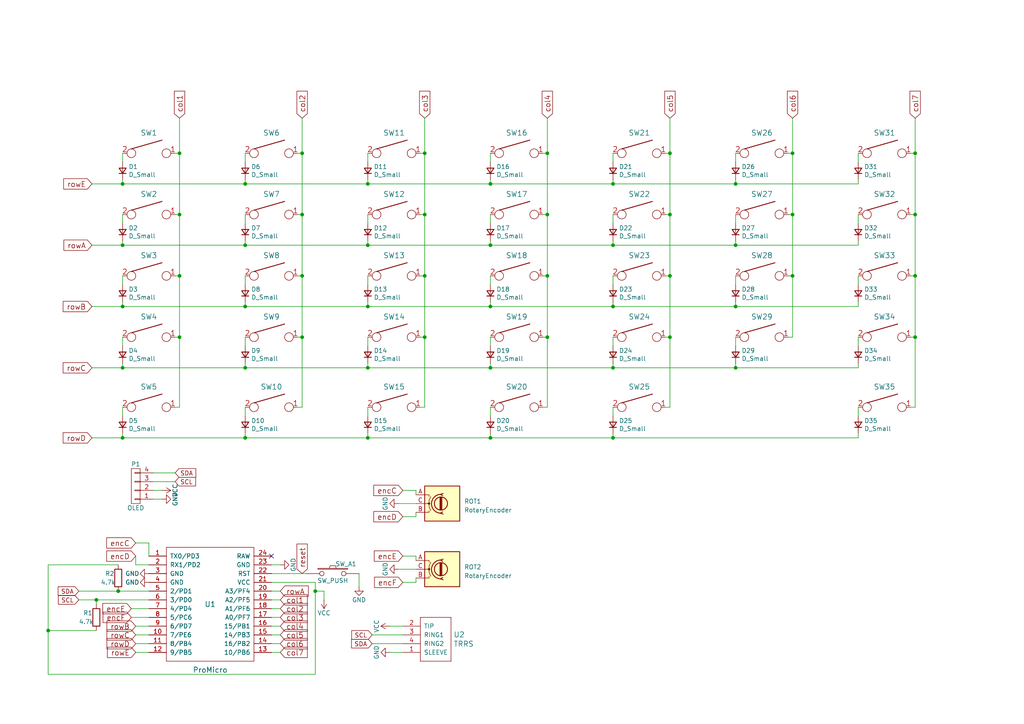
<source format=kicad_sch>
(kicad_sch (version 20230121) (generator eeschema)

  (uuid 1856916d-159d-4993-883f-7acf2099832e)

  (paper "A4")

  (lib_symbols
    (symbol "Device:D_Small" (pin_numbers hide) (pin_names (offset 0.254) hide) (in_bom yes) (on_board yes)
      (property "Reference" "D" (at -1.27 2.032 0)
        (effects (font (size 1.27 1.27)) (justify left))
      )
      (property "Value" "D_Small" (at -3.81 -2.032 0)
        (effects (font (size 1.27 1.27)) (justify left))
      )
      (property "Footprint" "" (at 0 0 90)
        (effects (font (size 1.27 1.27)) hide)
      )
      (property "Datasheet" "~" (at 0 0 90)
        (effects (font (size 1.27 1.27)) hide)
      )
      (property "Sim.Device" "D" (at 0 0 0)
        (effects (font (size 1.27 1.27)) hide)
      )
      (property "Sim.Pins" "1=K 2=A" (at 0 0 0)
        (effects (font (size 1.27 1.27)) hide)
      )
      (property "ki_keywords" "diode" (at 0 0 0)
        (effects (font (size 1.27 1.27)) hide)
      )
      (property "ki_description" "Diode, small symbol" (at 0 0 0)
        (effects (font (size 1.27 1.27)) hide)
      )
      (property "ki_fp_filters" "TO-???* *_Diode_* *SingleDiode* D_*" (at 0 0 0)
        (effects (font (size 1.27 1.27)) hide)
      )
      (symbol "D_Small_0_1"
        (polyline
          (pts
            (xy -0.762 -1.016)
            (xy -0.762 1.016)
          )
          (stroke (width 0.254) (type default))
          (fill (type none))
        )
        (polyline
          (pts
            (xy -0.762 0)
            (xy 0.762 0)
          )
          (stroke (width 0) (type default))
          (fill (type none))
        )
        (polyline
          (pts
            (xy 0.762 -1.016)
            (xy -0.762 0)
            (xy 0.762 1.016)
            (xy 0.762 -1.016)
          )
          (stroke (width 0.254) (type default))
          (fill (type none))
        )
      )
      (symbol "D_Small_1_1"
        (pin passive line (at -2.54 0 0) (length 1.778)
          (name "K" (effects (font (size 1.27 1.27))))
          (number "1" (effects (font (size 1.27 1.27))))
        )
        (pin passive line (at 2.54 0 180) (length 1.778)
          (name "A" (effects (font (size 1.27 1.27))))
          (number "2" (effects (font (size 1.27 1.27))))
        )
      )
    )
    (symbol "Device:R" (pin_numbers hide) (pin_names (offset 0)) (in_bom yes) (on_board yes)
      (property "Reference" "R" (at 2.032 0 90)
        (effects (font (size 1.27 1.27)))
      )
      (property "Value" "R" (at 0 0 90)
        (effects (font (size 1.27 1.27)))
      )
      (property "Footprint" "" (at -1.778 0 90)
        (effects (font (size 1.27 1.27)) hide)
      )
      (property "Datasheet" "~" (at 0 0 0)
        (effects (font (size 1.27 1.27)) hide)
      )
      (property "ki_keywords" "R res resistor" (at 0 0 0)
        (effects (font (size 1.27 1.27)) hide)
      )
      (property "ki_description" "Resistor" (at 0 0 0)
        (effects (font (size 1.27 1.27)) hide)
      )
      (property "ki_fp_filters" "R_*" (at 0 0 0)
        (effects (font (size 1.27 1.27)) hide)
      )
      (symbol "R_0_1"
        (rectangle (start -1.016 -2.54) (end 1.016 2.54)
          (stroke (width 0.254) (type default))
          (fill (type none))
        )
      )
      (symbol "R_1_1"
        (pin passive line (at 0 3.81 270) (length 1.27)
          (name "~" (effects (font (size 1.27 1.27))))
          (number "1" (effects (font (size 1.27 1.27))))
        )
        (pin passive line (at 0 -3.81 90) (length 1.27)
          (name "~" (effects (font (size 1.27 1.27))))
          (number "2" (effects (font (size 1.27 1.27))))
        )
      )
    )
    (symbol "Device:RotaryEncoder" (pin_names (offset 0.254) hide) (in_bom yes) (on_board yes)
      (property "Reference" "SW" (at 0 6.604 0)
        (effects (font (size 1.27 1.27)))
      )
      (property "Value" "RotaryEncoder" (at 0 -6.604 0)
        (effects (font (size 1.27 1.27)))
      )
      (property "Footprint" "" (at -3.81 4.064 0)
        (effects (font (size 1.27 1.27)) hide)
      )
      (property "Datasheet" "~" (at 0 6.604 0)
        (effects (font (size 1.27 1.27)) hide)
      )
      (property "ki_keywords" "rotary switch encoder" (at 0 0 0)
        (effects (font (size 1.27 1.27)) hide)
      )
      (property "ki_description" "Rotary encoder, dual channel, incremental quadrate outputs" (at 0 0 0)
        (effects (font (size 1.27 1.27)) hide)
      )
      (property "ki_fp_filters" "RotaryEncoder*" (at 0 0 0)
        (effects (font (size 1.27 1.27)) hide)
      )
      (symbol "RotaryEncoder_0_1"
        (rectangle (start -5.08 5.08) (end 5.08 -5.08)
          (stroke (width 0.254) (type default))
          (fill (type background))
        )
        (circle (center -3.81 0) (radius 0.254)
          (stroke (width 0) (type default))
          (fill (type outline))
        )
        (circle (center -0.381 0) (radius 1.905)
          (stroke (width 0.254) (type default))
          (fill (type none))
        )
        (arc (start -0.381 2.667) (mid -3.0988 -0.0635) (end -0.381 -2.794)
          (stroke (width 0.254) (type default))
          (fill (type none))
        )
        (polyline
          (pts
            (xy -0.635 -1.778)
            (xy -0.635 1.778)
          )
          (stroke (width 0.254) (type default))
          (fill (type none))
        )
        (polyline
          (pts
            (xy -0.381 -1.778)
            (xy -0.381 1.778)
          )
          (stroke (width 0.254) (type default))
          (fill (type none))
        )
        (polyline
          (pts
            (xy -0.127 1.778)
            (xy -0.127 -1.778)
          )
          (stroke (width 0.254) (type default))
          (fill (type none))
        )
        (polyline
          (pts
            (xy -5.08 -2.54)
            (xy -3.81 -2.54)
            (xy -3.81 -2.032)
          )
          (stroke (width 0) (type default))
          (fill (type none))
        )
        (polyline
          (pts
            (xy -5.08 2.54)
            (xy -3.81 2.54)
            (xy -3.81 2.032)
          )
          (stroke (width 0) (type default))
          (fill (type none))
        )
        (polyline
          (pts
            (xy 0.254 -3.048)
            (xy -0.508 -2.794)
            (xy 0.127 -2.413)
          )
          (stroke (width 0.254) (type default))
          (fill (type none))
        )
        (polyline
          (pts
            (xy 0.254 2.921)
            (xy -0.508 2.667)
            (xy 0.127 2.286)
          )
          (stroke (width 0.254) (type default))
          (fill (type none))
        )
        (polyline
          (pts
            (xy -5.08 0)
            (xy -3.81 0)
            (xy -3.81 -1.016)
            (xy -3.302 -2.032)
          )
          (stroke (width 0) (type default))
          (fill (type none))
        )
        (polyline
          (pts
            (xy -4.318 0)
            (xy -3.81 0)
            (xy -3.81 1.016)
            (xy -3.302 2.032)
          )
          (stroke (width 0) (type default))
          (fill (type none))
        )
      )
      (symbol "RotaryEncoder_1_1"
        (pin passive line (at -7.62 2.54 0) (length 2.54)
          (name "A" (effects (font (size 1.27 1.27))))
          (number "A" (effects (font (size 1.27 1.27))))
        )
        (pin passive line (at -7.62 -2.54 0) (length 2.54)
          (name "B" (effects (font (size 1.27 1.27))))
          (number "B" (effects (font (size 1.27 1.27))))
        )
        (pin passive line (at -7.62 0 0) (length 2.54)
          (name "C" (effects (font (size 1.27 1.27))))
          (number "C" (effects (font (size 1.27 1.27))))
        )
      )
    )
    (symbol "Lily58-rescue:CONN_01X04-Lily58-cache" (pin_names (offset 1.016) hide) (in_bom yes) (on_board yes)
      (property "Reference" "P" (at 0 6.35 0)
        (effects (font (size 1.27 1.27)))
      )
      (property "Value" "Lily58-cache:CONN_01X04" (at 2.54 0 90)
        (effects (font (size 1.27 1.27)))
      )
      (property "Footprint" "" (at 0 0 0)
        (effects (font (size 1.27 1.27)))
      )
      (property "Datasheet" "" (at 0 0 0)
        (effects (font (size 1.27 1.27)))
      )
      (property "ki_fp_filters" "Pin_Header_Straight_1X04 Pin_Header_Angled_1X04 Socket_Strip_Straight_1X04 Socket_Strip_Angled_1X04" (at 0 0 0)
        (effects (font (size 1.27 1.27)) hide)
      )
      (symbol "CONN_01X04-Lily58-cache_0_1"
        (rectangle (start -1.27 -3.683) (end 0.254 -3.937)
          (stroke (width 0) (type solid))
          (fill (type none))
        )
        (rectangle (start -1.27 -1.143) (end 0.254 -1.397)
          (stroke (width 0) (type solid))
          (fill (type none))
        )
        (rectangle (start -1.27 1.397) (end 0.254 1.143)
          (stroke (width 0) (type solid))
          (fill (type none))
        )
        (rectangle (start -1.27 3.937) (end 0.254 3.683)
          (stroke (width 0) (type solid))
          (fill (type none))
        )
        (rectangle (start -1.27 5.08) (end 1.27 -5.08)
          (stroke (width 0) (type solid))
          (fill (type none))
        )
      )
      (symbol "CONN_01X04-Lily58-cache_1_1"
        (pin passive line (at -5.08 3.81 0) (length 3.81)
          (name "P1" (effects (font (size 1.27 1.27))))
          (number "1" (effects (font (size 1.27 1.27))))
        )
        (pin passive line (at -5.08 1.27 0) (length 3.81)
          (name "P2" (effects (font (size 1.27 1.27))))
          (number "2" (effects (font (size 1.27 1.27))))
        )
        (pin passive line (at -5.08 -1.27 0) (length 3.81)
          (name "P3" (effects (font (size 1.27 1.27))))
          (number "3" (effects (font (size 1.27 1.27))))
        )
        (pin passive line (at -5.08 -3.81 0) (length 3.81)
          (name "P4" (effects (font (size 1.27 1.27))))
          (number "4" (effects (font (size 1.27 1.27))))
        )
      )
    )
    (symbol "fourier-left-rescue:ProMicro-promicro" (pin_names (offset 1.016)) (in_bom yes) (on_board yes)
      (property "Reference" "U" (at 0 0 0)
        (effects (font (size 1.524 1.524)))
      )
      (property "Value" "ProMicro-promicro" (at 0 -19.05 0)
        (effects (font (size 1.524 1.524)))
      )
      (property "Footprint" "" (at 26.67 -63.5 90)
        (effects (font (size 1.524 1.524)) hide)
      )
      (property "Datasheet" "" (at 26.67 -63.5 90)
        (effects (font (size 1.524 1.524)) hide)
      )
      (symbol "ProMicro-promicro_0_1"
        (rectangle (start -12.7 -16.51) (end 12.7 16.51)
          (stroke (width 0) (type solid))
          (fill (type none))
        )
      )
      (symbol "ProMicro-promicro_1_1"
        (pin input line (at -17.78 13.97 0) (length 5.08)
          (name "TX0/PD3" (effects (font (size 1.27 1.27))))
          (number "1" (effects (font (size 1.27 1.27))))
        )
        (pin input line (at -17.78 -8.89 0) (length 5.08)
          (name "7/PE6" (effects (font (size 1.27 1.27))))
          (number "10" (effects (font (size 1.27 1.27))))
        )
        (pin input line (at -17.78 -11.43 0) (length 5.08)
          (name "8/PB4" (effects (font (size 1.27 1.27))))
          (number "11" (effects (font (size 1.27 1.27))))
        )
        (pin input line (at -17.78 -13.97 0) (length 5.08)
          (name "9/PB5" (effects (font (size 1.27 1.27))))
          (number "12" (effects (font (size 1.27 1.27))))
        )
        (pin input line (at 17.78 -13.97 180) (length 5.08)
          (name "10/PB6" (effects (font (size 1.27 1.27))))
          (number "13" (effects (font (size 1.27 1.27))))
        )
        (pin input line (at 17.78 -11.43 180) (length 5.08)
          (name "16/PB2" (effects (font (size 1.27 1.27))))
          (number "14" (effects (font (size 1.27 1.27))))
        )
        (pin input line (at 17.78 -8.89 180) (length 5.08)
          (name "14/PB3" (effects (font (size 1.27 1.27))))
          (number "15" (effects (font (size 1.27 1.27))))
        )
        (pin input line (at 17.78 -6.35 180) (length 5.08)
          (name "15/PB1" (effects (font (size 1.27 1.27))))
          (number "16" (effects (font (size 1.27 1.27))))
        )
        (pin input line (at 17.78 -3.81 180) (length 5.08)
          (name "A0/PF7" (effects (font (size 1.27 1.27))))
          (number "17" (effects (font (size 1.27 1.27))))
        )
        (pin input line (at 17.78 -1.27 180) (length 5.08)
          (name "A1/PF6" (effects (font (size 1.27 1.27))))
          (number "18" (effects (font (size 1.27 1.27))))
        )
        (pin input line (at 17.78 1.27 180) (length 5.08)
          (name "A2/PF5" (effects (font (size 1.27 1.27))))
          (number "19" (effects (font (size 1.27 1.27))))
        )
        (pin input line (at -17.78 11.43 0) (length 5.08)
          (name "RX1/PD2" (effects (font (size 1.27 1.27))))
          (number "2" (effects (font (size 1.27 1.27))))
        )
        (pin input line (at 17.78 3.81 180) (length 5.08)
          (name "A3/PF4" (effects (font (size 1.27 1.27))))
          (number "20" (effects (font (size 1.27 1.27))))
        )
        (pin input line (at 17.78 6.35 180) (length 5.08)
          (name "VCC" (effects (font (size 1.27 1.27))))
          (number "21" (effects (font (size 1.27 1.27))))
        )
        (pin input line (at 17.78 8.89 180) (length 5.08)
          (name "RST" (effects (font (size 1.27 1.27))))
          (number "22" (effects (font (size 1.27 1.27))))
        )
        (pin input line (at 17.78 11.43 180) (length 5.08)
          (name "GND" (effects (font (size 1.27 1.27))))
          (number "23" (effects (font (size 1.27 1.27))))
        )
        (pin input line (at 17.78 13.97 180) (length 5.08)
          (name "RAW" (effects (font (size 1.27 1.27))))
          (number "24" (effects (font (size 1.27 1.27))))
        )
        (pin input line (at -17.78 8.89 0) (length 5.08)
          (name "GND" (effects (font (size 1.27 1.27))))
          (number "3" (effects (font (size 1.27 1.27))))
        )
        (pin input line (at -17.78 6.35 0) (length 5.08)
          (name "GND" (effects (font (size 1.27 1.27))))
          (number "4" (effects (font (size 1.27 1.27))))
        )
        (pin input line (at -17.78 3.81 0) (length 5.08)
          (name "2/PD1" (effects (font (size 1.27 1.27))))
          (number "5" (effects (font (size 1.27 1.27))))
        )
        (pin input line (at -17.78 1.27 0) (length 5.08)
          (name "3/PD0" (effects (font (size 1.27 1.27))))
          (number "6" (effects (font (size 1.27 1.27))))
        )
        (pin input line (at -17.78 -1.27 0) (length 5.08)
          (name "4/PD4" (effects (font (size 1.27 1.27))))
          (number "7" (effects (font (size 1.27 1.27))))
        )
        (pin input line (at -17.78 -3.81 0) (length 5.08)
          (name "5/PC6" (effects (font (size 1.27 1.27))))
          (number "8" (effects (font (size 1.27 1.27))))
        )
        (pin input line (at -17.78 -6.35 0) (length 5.08)
          (name "6/PD7" (effects (font (size 1.27 1.27))))
          (number "9" (effects (font (size 1.27 1.27))))
        )
      )
    )
    (symbol "fourier-left-rescue:SW_PUSH-RESCUE-fourier-left" (pin_numbers hide) (pin_names (offset 1.016) hide) (in_bom yes) (on_board yes)
      (property "Reference" "SW" (at 3.81 2.794 0)
        (effects (font (size 1.27 1.27)))
      )
      (property "Value" "SW_PUSH-RESCUE-fourier-left" (at 0 -2.032 0)
        (effects (font (size 1.27 1.27)))
      )
      (property "Footprint" "" (at 0 0 0)
        (effects (font (size 1.27 1.27)))
      )
      (property "Datasheet" "" (at 0 0 0)
        (effects (font (size 1.27 1.27)))
      )
      (symbol "SW_PUSH-RESCUE-fourier-left_0_1"
        (rectangle (start -4.318 1.27) (end 4.318 1.524)
          (stroke (width 0) (type solid))
          (fill (type none))
        )
        (polyline
          (pts
            (xy -1.016 1.524)
            (xy -0.762 2.286)
            (xy 0.762 2.286)
            (xy 1.016 1.524)
          )
          (stroke (width 0) (type solid))
          (fill (type none))
        )
        (pin passive inverted (at -7.62 0 0) (length 5.08)
          (name "1" (effects (font (size 1.27 1.27))))
          (number "1" (effects (font (size 1.27 1.27))))
        )
        (pin passive inverted (at 7.62 0 180) (length 5.08)
          (name "2" (effects (font (size 1.27 1.27))))
          (number "2" (effects (font (size 1.27 1.27))))
        )
      )
    )
    (symbol "fourier-left-rescue:TRRS-keebio" (pin_names (offset 1.016)) (in_bom yes) (on_board yes)
      (property "Reference" "U" (at 0 15.24 0)
        (effects (font (size 1.524 1.524)))
      )
      (property "Value" "keebio_TRRS" (at 0 -2.54 0)
        (effects (font (size 1.524 1.524)))
      )
      (property "Footprint" "" (at 3.81 0 0)
        (effects (font (size 1.524 1.524)) hide)
      )
      (property "Datasheet" "" (at 3.81 0 0)
        (effects (font (size 1.524 1.524)) hide)
      )
      (symbol "TRRS-keebio_0_1"
        (rectangle (start -3.81 0) (end -3.81 12.7)
          (stroke (width 0) (type solid))
          (fill (type none))
        )
        (rectangle (start -3.81 12.7) (end 5.08 12.7)
          (stroke (width 0) (type solid))
          (fill (type none))
        )
        (rectangle (start 5.08 0) (end -3.81 0)
          (stroke (width 0) (type solid))
          (fill (type none))
        )
        (rectangle (start 5.08 12.7) (end 5.08 0)
          (stroke (width 0) (type solid))
          (fill (type none))
        )
      )
      (symbol "TRRS-keebio_1_1"
        (pin input line (at -8.89 2.54 0) (length 5.08)
          (name "SLEEVE" (effects (font (size 1.27 1.27))))
          (number "1" (effects (font (size 1.27 1.27))))
        )
        (pin input line (at -8.89 10.16 0) (length 5.08)
          (name "TIP" (effects (font (size 1.27 1.27))))
          (number "2" (effects (font (size 1.27 1.27))))
        )
        (pin input line (at -8.89 7.62 0) (length 5.08)
          (name "RING1" (effects (font (size 1.27 1.27))))
          (number "3" (effects (font (size 1.27 1.27))))
        )
        (pin input line (at -8.89 5.08 0) (length 5.08)
          (name "RING2" (effects (font (size 1.27 1.27))))
          (number "4" (effects (font (size 1.27 1.27))))
        )
      )
    )
    (symbol "keyboard_parts:KEYSW" (pin_names (offset 1.016)) (in_bom yes) (on_board yes)
      (property "Reference" "K?" (at -1.27 0 0)
        (effects (font (size 1.524 1.524)))
      )
      (property "Value" "KEYSW" (at 0 -2.54 0)
        (effects (font (size 1.524 1.524)) hide)
      )
      (property "Footprint" "" (at 0 0 0)
        (effects (font (size 1.524 1.524)))
      )
      (property "Datasheet" "" (at 0 0 0)
        (effects (font (size 1.524 1.524)))
      )
      (symbol "KEYSW_0_1"
        (circle (center -5.08 0) (radius 1.27)
          (stroke (width 0) (type default))
          (fill (type none))
        )
        (polyline
          (pts
            (xy -5.08 1.27)
            (xy 3.81 3.81)
          )
          (stroke (width 0.254) (type default))
          (fill (type none))
        )
        (circle (center 5.08 0) (radius 1.27)
          (stroke (width 0) (type default))
          (fill (type none))
        )
      )
      (symbol "KEYSW_1_1"
        (pin passive line (at 7.62 0 180) (length 1.27)
          (name "~" (effects (font (size 1.524 1.524))))
          (number "1" (effects (font (size 1.524 1.524))))
        )
        (pin passive line (at -7.62 0 0) (length 1.27)
          (name "~" (effects (font (size 1.524 1.524))))
          (number "2" (effects (font (size 1.524 1.524))))
        )
      )
    )
    (symbol "power:GND" (power) (pin_names (offset 0)) (in_bom yes) (on_board yes)
      (property "Reference" "#PWR" (at 0 -6.35 0)
        (effects (font (size 1.27 1.27)) hide)
      )
      (property "Value" "GND" (at 0 -3.81 0)
        (effects (font (size 1.27 1.27)))
      )
      (property "Footprint" "" (at 0 0 0)
        (effects (font (size 1.27 1.27)) hide)
      )
      (property "Datasheet" "" (at 0 0 0)
        (effects (font (size 1.27 1.27)) hide)
      )
      (property "ki_keywords" "global power" (at 0 0 0)
        (effects (font (size 1.27 1.27)) hide)
      )
      (property "ki_description" "Power symbol creates a global label with name \"GND\" , ground" (at 0 0 0)
        (effects (font (size 1.27 1.27)) hide)
      )
      (symbol "GND_0_1"
        (polyline
          (pts
            (xy 0 0)
            (xy 0 -1.27)
            (xy 1.27 -1.27)
            (xy 0 -2.54)
            (xy -1.27 -1.27)
            (xy 0 -1.27)
          )
          (stroke (width 0) (type default))
          (fill (type none))
        )
      )
      (symbol "GND_1_1"
        (pin power_in line (at 0 0 270) (length 0) hide
          (name "GND" (effects (font (size 1.27 1.27))))
          (number "1" (effects (font (size 1.27 1.27))))
        )
      )
    )
    (symbol "power:VCC" (power) (pin_names (offset 0)) (in_bom yes) (on_board yes)
      (property "Reference" "#PWR" (at 0 -3.81 0)
        (effects (font (size 1.27 1.27)) hide)
      )
      (property "Value" "VCC" (at 0 3.81 0)
        (effects (font (size 1.27 1.27)))
      )
      (property "Footprint" "" (at 0 0 0)
        (effects (font (size 1.27 1.27)) hide)
      )
      (property "Datasheet" "" (at 0 0 0)
        (effects (font (size 1.27 1.27)) hide)
      )
      (property "ki_keywords" "global power" (at 0 0 0)
        (effects (font (size 1.27 1.27)) hide)
      )
      (property "ki_description" "Power symbol creates a global label with name \"VCC\"" (at 0 0 0)
        (effects (font (size 1.27 1.27)) hide)
      )
      (symbol "VCC_0_1"
        (polyline
          (pts
            (xy -0.762 1.27)
            (xy 0 2.54)
          )
          (stroke (width 0) (type default))
          (fill (type none))
        )
        (polyline
          (pts
            (xy 0 0)
            (xy 0 2.54)
          )
          (stroke (width 0) (type default))
          (fill (type none))
        )
        (polyline
          (pts
            (xy 0 2.54)
            (xy 0.762 1.27)
          )
          (stroke (width 0) (type default))
          (fill (type none))
        )
      )
      (symbol "VCC_1_1"
        (pin power_in line (at 0 0 90) (length 0) hide
          (name "VCC" (effects (font (size 1.27 1.27))))
          (number "1" (effects (font (size 1.27 1.27))))
        )
      )
    )
  )

  (junction (at 194.31 80.01) (diameter 0) (color 0 0 0 0)
    (uuid 068cf089-d66a-4512-9e33-9a3185342bcd)
  )
  (junction (at 229.87 62.23) (diameter 0) (color 0 0 0 0)
    (uuid 0e48d1ae-82bc-4fa3-9cb6-4a0a6de113ed)
  )
  (junction (at 265.43 97.79) (diameter 0) (color 0 0 0 0)
    (uuid 1f67e0b1-e325-4f80-89fc-304f276a0cac)
  )
  (junction (at 34.29 171.45) (diameter 0) (color 0 0 0 0)
    (uuid 1fb0e9b7-7c12-4ce0-bbfc-3867506609fe)
  )
  (junction (at 106.68 88.9) (diameter 0) (color 0 0 0 0)
    (uuid 21b4ede8-8f97-43db-bd1d-04f7e9e96c2a)
  )
  (junction (at 123.19 44.45) (diameter 0) (color 0 0 0 0)
    (uuid 22d02adc-7d73-4cc0-a21f-84b46707ecea)
  )
  (junction (at 71.12 88.9) (diameter 0) (color 0 0 0 0)
    (uuid 270fdce0-f264-429c-a1c8-3ba2112bd35b)
  )
  (junction (at 27.94 173.99) (diameter 0) (color 0 0 0 0)
    (uuid 274a5cb8-1ca9-4537-963c-d333455fb931)
  )
  (junction (at 35.56 127) (diameter 0) (color 0 0 0 0)
    (uuid 289218e5-9173-43db-8818-6151a470c16e)
  )
  (junction (at 52.07 80.01) (diameter 0) (color 0 0 0 0)
    (uuid 2c6f2c31-4aa4-4e6b-85c1-f7df6f08df01)
  )
  (junction (at 87.63 44.45) (diameter 0) (color 0 0 0 0)
    (uuid 2e0155cd-ba49-4d49-a1fa-c7ef088367b6)
  )
  (junction (at 52.07 62.23) (diameter 0) (color 0 0 0 0)
    (uuid 2f77012e-c4d5-4207-862e-91f4604ed11b)
  )
  (junction (at 177.8 53.34) (diameter 0) (color 0 0 0 0)
    (uuid 32c0d49a-e32e-4d78-a964-70dff0549d04)
  )
  (junction (at 194.31 62.23) (diameter 0) (color 0 0 0 0)
    (uuid 33b798d3-21f3-4c7a-b495-79def2eb46c7)
  )
  (junction (at 213.36 71.12) (diameter 0) (color 0 0 0 0)
    (uuid 378cee0a-be2e-45c5-907b-9bc9d53a832b)
  )
  (junction (at 87.63 97.79) (diameter 0) (color 0 0 0 0)
    (uuid 39465b90-525a-4f9f-9171-4abd35bbc56c)
  )
  (junction (at 35.56 53.34) (diameter 0) (color 0 0 0 0)
    (uuid 3afc917e-1b32-45c0-8ead-dc586d0c311a)
  )
  (junction (at 71.12 127) (diameter 0) (color 0 0 0 0)
    (uuid 3b0dc307-4ad6-4934-af82-b8c43c3a7dc1)
  )
  (junction (at 106.68 127) (diameter 0) (color 0 0 0 0)
    (uuid 3be08849-098d-4efe-929c-2c305264992a)
  )
  (junction (at 35.56 71.12) (diameter 0) (color 0 0 0 0)
    (uuid 3f8f0b12-c132-48b0-b1b2-5c8eea746687)
  )
  (junction (at 71.12 106.68) (diameter 0) (color 0 0 0 0)
    (uuid 43ead2e7-df6a-43d7-b79a-479874fe2c05)
  )
  (junction (at 71.12 71.12) (diameter 0) (color 0 0 0 0)
    (uuid 50588b83-a806-44d7-924f-74c5b01b6f26)
  )
  (junction (at 106.68 71.12) (diameter 0) (color 0 0 0 0)
    (uuid 5ff56a44-8817-43ed-8765-fe97c2304e41)
  )
  (junction (at 213.36 53.34) (diameter 0) (color 0 0 0 0)
    (uuid 6303cebb-c088-4901-9def-ac34da14fee1)
  )
  (junction (at 35.56 106.68) (diameter 0) (color 0 0 0 0)
    (uuid 68cf3380-18d9-40d1-878c-8f1b7e29b2bb)
  )
  (junction (at 265.43 62.23) (diameter 0) (color 0 0 0 0)
    (uuid 6ae3af3d-79f1-4442-ad72-51f03786c2ae)
  )
  (junction (at 213.36 106.68) (diameter 0) (color 0 0 0 0)
    (uuid 6bb747f3-e70d-478c-9b24-d900ac76843d)
  )
  (junction (at 35.56 88.9) (diameter 0) (color 0 0 0 0)
    (uuid 6dba84de-8727-40da-b5e6-2a6685dc5b15)
  )
  (junction (at 123.19 97.79) (diameter 0) (color 0 0 0 0)
    (uuid 75f2ba62-1b32-465a-9594-a28f2bfc9297)
  )
  (junction (at 52.07 44.45) (diameter 0) (color 0 0 0 0)
    (uuid 7c71a725-34a4-4024-818a-7a84fe26c818)
  )
  (junction (at 142.24 88.9) (diameter 0) (color 0 0 0 0)
    (uuid 872a14c3-d596-4a1f-b831-a78fe70f6c58)
  )
  (junction (at 229.87 44.45) (diameter 0) (color 0 0 0 0)
    (uuid 8ac2897d-0d2f-4640-ad21-29db2ced9686)
  )
  (junction (at 177.8 71.12) (diameter 0) (color 0 0 0 0)
    (uuid 946b9845-d04a-4a8d-b274-a5f901cac63d)
  )
  (junction (at 142.24 53.34) (diameter 0) (color 0 0 0 0)
    (uuid 946c06e2-0529-4968-86e2-75695556b7d8)
  )
  (junction (at 194.31 97.79) (diameter 0) (color 0 0 0 0)
    (uuid 962ee3f2-ae32-4270-ac99-d0fe1162a5f1)
  )
  (junction (at 158.75 44.45) (diameter 0) (color 0 0 0 0)
    (uuid 9c62bc7b-e9c3-402d-8516-04a0f7b88219)
  )
  (junction (at 13.97 182.88) (diameter 0) (color 0 0 0 0)
    (uuid a47693ec-ffb0-4dd9-94dd-3274a627cae1)
  )
  (junction (at 177.8 88.9) (diameter 0) (color 0 0 0 0)
    (uuid aa2ba8f9-f54c-4281-be38-0839df9c2084)
  )
  (junction (at 158.75 97.79) (diameter 0) (color 0 0 0 0)
    (uuid ab2a7c36-0784-463e-9df0-a3f09ed720db)
  )
  (junction (at 265.43 80.01) (diameter 0) (color 0 0 0 0)
    (uuid aebdca4a-8d53-48a8-a1c5-484f5e7a3a34)
  )
  (junction (at 142.24 127) (diameter 0) (color 0 0 0 0)
    (uuid b13154be-5252-4da1-9a59-7bda70a2003a)
  )
  (junction (at 158.75 62.23) (diameter 0) (color 0 0 0 0)
    (uuid b1f83f7c-bb41-4d2a-9a25-727799fe1c31)
  )
  (junction (at 142.24 106.68) (diameter 0) (color 0 0 0 0)
    (uuid b557cd75-286e-479b-b6bc-f03b331e331e)
  )
  (junction (at 52.07 97.79) (diameter 0) (color 0 0 0 0)
    (uuid baed6f48-b2c5-4e8c-9ef2-f26b66f78272)
  )
  (junction (at 265.43 44.45) (diameter 0) (color 0 0 0 0)
    (uuid c19727ef-5caf-4f85-9d6c-2d260e4ed326)
  )
  (junction (at 229.87 80.01) (diameter 0) (color 0 0 0 0)
    (uuid c2ebcc13-1315-478d-89e4-6ae715acfebb)
  )
  (junction (at 71.12 53.34) (diameter 0) (color 0 0 0 0)
    (uuid c2f4cb1a-5d38-4fe9-ada5-ad3c72fb7dca)
  )
  (junction (at 123.19 80.01) (diameter 0) (color 0 0 0 0)
    (uuid c74a5c00-0650-47c6-a28e-ff43af575348)
  )
  (junction (at 177.8 106.68) (diameter 0) (color 0 0 0 0)
    (uuid d9bfa7c5-70dd-498c-8ef3-0a6ec812c81f)
  )
  (junction (at 87.63 62.23) (diameter 0) (color 0 0 0 0)
    (uuid d9d5197e-9b8d-4550-98ec-ab257cabcf9d)
  )
  (junction (at 213.36 88.9) (diameter 0) (color 0 0 0 0)
    (uuid db17aee6-13d0-47f2-9a26-0bea4fb67768)
  )
  (junction (at 106.68 106.68) (diameter 0) (color 0 0 0 0)
    (uuid dbd6faa1-8056-4e45-8eb6-4db039e83937)
  )
  (junction (at 106.68 53.34) (diameter 0) (color 0 0 0 0)
    (uuid ddaface2-d4c5-4a48-867e-09cf58d14d84)
  )
  (junction (at 194.31 44.45) (diameter 0) (color 0 0 0 0)
    (uuid e680263c-2932-4a91-b16f-554575e24fac)
  )
  (junction (at 87.63 80.01) (diameter 0) (color 0 0 0 0)
    (uuid e722ea75-edfd-4ce3-bc79-9750cb704ac4)
  )
  (junction (at 158.75 80.01) (diameter 0) (color 0 0 0 0)
    (uuid f015452b-a928-47fc-9538-e1bd289f3880)
  )
  (junction (at 123.19 62.23) (diameter 0) (color 0 0 0 0)
    (uuid f4477d5c-0db5-4b46-8a42-2855bd6a1868)
  )
  (junction (at 91.44 171.45) (diameter 0) (color 0 0 0 0)
    (uuid f48c34eb-7e62-4286-affb-42889340f2f4)
  )
  (junction (at 142.24 71.12) (diameter 0) (color 0 0 0 0)
    (uuid f54337fc-1463-4d36-a48e-621754990eb5)
  )
  (junction (at 177.8 127) (diameter 0) (color 0 0 0 0)
    (uuid f887314c-446c-42fe-a29d-fdf0ac6af29d)
  )

  (no_connect (at 78.74 161.29) (uuid c0476cb3-e144-4184-9a31-5a742670cf01))

  (wire (pts (xy 91.44 171.45) (xy 91.44 168.91))
    (stroke (width 0) (type default))
    (uuid 027c33bf-c915-486f-85e9-70ef43de0f15)
  )
  (wire (pts (xy 193.04 118.11) (xy 194.31 118.11))
    (stroke (width 0) (type default))
    (uuid 0599551e-f4b0-4ce1-97cd-07dabb5871f4)
  )
  (wire (pts (xy 78.74 189.23) (xy 81.28 189.23))
    (stroke (width 0) (type default))
    (uuid 06a5b4fb-de11-47e8-80c6-aba19df1ca35)
  )
  (wire (pts (xy 248.92 118.11) (xy 248.92 120.65))
    (stroke (width 0) (type default))
    (uuid 06e1bcaa-cf30-4167-bae3-a0199f3bd08d)
  )
  (wire (pts (xy 50.8 118.11) (xy 52.07 118.11))
    (stroke (width 0) (type default))
    (uuid 082a7829-b6ba-469c-b6ff-ba255bfdc75f)
  )
  (wire (pts (xy 228.6 62.23) (xy 229.87 62.23))
    (stroke (width 0) (type default))
    (uuid 093bb57a-d008-4a9b-8c35-2e274c6ccd22)
  )
  (wire (pts (xy 177.8 62.23) (xy 177.8 64.77))
    (stroke (width 0) (type default))
    (uuid 09d88a49-64ff-4d05-9d10-14b079e97f30)
  )
  (wire (pts (xy 106.68 52.07) (xy 106.68 53.34))
    (stroke (width 0) (type default))
    (uuid 0a019dbe-94d2-434a-82b8-fd70ad3166e6)
  )
  (wire (pts (xy 120.65 168.91) (xy 116.84 168.91))
    (stroke (width 0) (type default))
    (uuid 0bb38056-ee19-44de-9553-856a81c4551e)
  )
  (wire (pts (xy 248.92 97.79) (xy 248.92 100.33))
    (stroke (width 0) (type default))
    (uuid 0c045fa4-d868-420b-8d00-3e5a857c8b96)
  )
  (wire (pts (xy 13.97 163.83) (xy 13.97 182.88))
    (stroke (width 0) (type default))
    (uuid 0d5c6a6b-51f1-4f8a-bc19-ba0f5a5e5a77)
  )
  (wire (pts (xy 52.07 80.01) (xy 52.07 97.79))
    (stroke (width 0) (type default))
    (uuid 0eb4178e-a999-419d-9199-3225982cec9f)
  )
  (wire (pts (xy 213.36 97.79) (xy 213.36 100.33))
    (stroke (width 0) (type default))
    (uuid 0ff6557e-1b91-47d7-8d5e-df5cc9439c4e)
  )
  (wire (pts (xy 71.12 62.23) (xy 71.12 64.77))
    (stroke (width 0) (type default))
    (uuid 12fc1be3-af82-4d03-a82f-2780fa8212f1)
  )
  (wire (pts (xy 39.37 163.83) (xy 43.18 163.83))
    (stroke (width 0) (type default))
    (uuid 139bb290-b234-4c50-871e-614f1a5b46fc)
  )
  (wire (pts (xy 213.36 88.9) (xy 248.92 88.9))
    (stroke (width 0) (type default))
    (uuid 15a840ba-351e-4eac-8edb-0e232572b532)
  )
  (wire (pts (xy 213.36 44.45) (xy 213.36 46.99))
    (stroke (width 0) (type default))
    (uuid 18464a28-691c-4b3d-8f95-164cc5c2b81d)
  )
  (wire (pts (xy 248.92 125.73) (xy 248.92 127))
    (stroke (width 0) (type default))
    (uuid 18986da3-b3cf-497c-b8c7-9a26838416b7)
  )
  (wire (pts (xy 248.92 69.85) (xy 248.92 71.12))
    (stroke (width 0) (type default))
    (uuid 18afc593-c38f-43d0-ba83-190e3fc1b123)
  )
  (wire (pts (xy 142.24 125.73) (xy 142.24 127))
    (stroke (width 0) (type default))
    (uuid 19b5604d-cee3-4b5c-963d-fbd1322a09ca)
  )
  (wire (pts (xy 35.56 52.07) (xy 35.56 53.34))
    (stroke (width 0) (type default))
    (uuid 1a2de0dd-8db8-4a41-82de-3b45e185fb18)
  )
  (wire (pts (xy 142.24 88.9) (xy 177.8 88.9))
    (stroke (width 0) (type default))
    (uuid 1a715c57-176a-4170-a149-0d441a04567e)
  )
  (wire (pts (xy 194.31 80.01) (xy 194.31 97.79))
    (stroke (width 0) (type default))
    (uuid 1adb660c-20c3-49c5-94b4-b675d416e818)
  )
  (wire (pts (xy 229.87 80.01) (xy 229.87 97.79))
    (stroke (width 0) (type default))
    (uuid 1b410536-ec3b-4ca3-82b7-69efeb605de0)
  )
  (wire (pts (xy 120.65 148.59) (xy 120.65 149.86))
    (stroke (width 0) (type default))
    (uuid 1d13d0b5-7b0e-4f78-9bd5-bc44b2adcbb3)
  )
  (wire (pts (xy 27.94 175.26) (xy 27.94 173.99))
    (stroke (width 0) (type default))
    (uuid 1d2b93fd-b5ad-4c30-b434-7d793509c9f2)
  )
  (wire (pts (xy 158.75 97.79) (xy 158.75 118.11))
    (stroke (width 0) (type default))
    (uuid 1d8c8e75-f062-4a55-a8dc-ea1b1e9bd053)
  )
  (wire (pts (xy 26.67 88.9) (xy 35.56 88.9))
    (stroke (width 0) (type default))
    (uuid 1e2a4794-31c2-44df-a192-2f9edd01b7d1)
  )
  (wire (pts (xy 121.92 97.79) (xy 123.19 97.79))
    (stroke (width 0) (type default))
    (uuid 1e813420-4a04-4238-b2c7-85657325f8e0)
  )
  (wire (pts (xy 248.92 80.01) (xy 248.92 82.55))
    (stroke (width 0) (type default))
    (uuid 1e919ae1-abb2-406e-b2ba-9cbb0bde6c66)
  )
  (wire (pts (xy 106.68 127) (xy 142.24 127))
    (stroke (width 0) (type default))
    (uuid 2125dc28-09b3-4243-a45e-d8671b92db08)
  )
  (wire (pts (xy 78.74 176.53) (xy 81.28 176.53))
    (stroke (width 0) (type default))
    (uuid 21a1fc09-c2ca-4be0-a9e0-2ea2dca843fb)
  )
  (wire (pts (xy 158.75 62.23) (xy 158.75 80.01))
    (stroke (width 0) (type default))
    (uuid 21bea18f-9aa7-4ac4-8720-95979558907c)
  )
  (wire (pts (xy 39.37 181.61) (xy 43.18 181.61))
    (stroke (width 0) (type default))
    (uuid 22850bca-c007-4ec3-9965-d58762d04f6d)
  )
  (wire (pts (xy 229.87 34.29) (xy 229.87 44.45))
    (stroke (width 0) (type default))
    (uuid 24aafc11-9947-4ee6-8bc9-abf390f7834f)
  )
  (wire (pts (xy 158.75 80.01) (xy 158.75 97.79))
    (stroke (width 0) (type default))
    (uuid 26db28e1-b458-4840-acc6-9b4dfb9a9189)
  )
  (wire (pts (xy 142.24 105.41) (xy 142.24 106.68))
    (stroke (width 0) (type default))
    (uuid 29620de1-9d92-4e0b-a14c-c39fd87bc974)
  )
  (wire (pts (xy 26.67 71.12) (xy 35.56 71.12))
    (stroke (width 0) (type default))
    (uuid 299f1e33-18bb-451f-93fa-84e5a954dd4f)
  )
  (wire (pts (xy 194.31 34.29) (xy 194.31 44.45))
    (stroke (width 0) (type default))
    (uuid 29cb0907-879a-4a24-89b8-d59825704fb2)
  )
  (wire (pts (xy 157.48 44.45) (xy 158.75 44.45))
    (stroke (width 0) (type default))
    (uuid 2a1f4843-f438-44c8-867e-316c7962967f)
  )
  (wire (pts (xy 194.31 97.79) (xy 194.31 118.11))
    (stroke (width 0) (type default))
    (uuid 2a4a0b96-b358-4957-bba2-49ca4f4e32dd)
  )
  (wire (pts (xy 115.57 146.05) (xy 120.65 146.05))
    (stroke (width 0) (type default))
    (uuid 2b17c9df-2488-4c34-9996-29ec44d18fc7)
  )
  (wire (pts (xy 78.74 171.45) (xy 81.28 171.45))
    (stroke (width 0) (type default))
    (uuid 2b30cb19-dc9f-4e9d-b35a-c22c3672e6ae)
  )
  (wire (pts (xy 106.68 105.41) (xy 106.68 106.68))
    (stroke (width 0) (type default))
    (uuid 2bf914cb-2a5c-4b89-bc7a-58bfd0c5ab51)
  )
  (wire (pts (xy 158.75 34.29) (xy 158.75 44.45))
    (stroke (width 0) (type default))
    (uuid 2e1eabe6-f1b2-4fb1-af93-74f488020b37)
  )
  (wire (pts (xy 157.48 62.23) (xy 158.75 62.23))
    (stroke (width 0) (type default))
    (uuid 2f610371-b712-45d2-9e3c-568d99f39552)
  )
  (wire (pts (xy 121.92 80.01) (xy 123.19 80.01))
    (stroke (width 0) (type default))
    (uuid 300fbc51-d67a-44c3-9c56-fae56ce76655)
  )
  (wire (pts (xy 35.56 44.45) (xy 35.56 46.99))
    (stroke (width 0) (type default))
    (uuid 30769db0-884c-4a5e-a7ef-258c2567cdcf)
  )
  (wire (pts (xy 177.8 52.07) (xy 177.8 53.34))
    (stroke (width 0) (type default))
    (uuid 317c816e-28b2-403f-b9ee-5b580125f878)
  )
  (wire (pts (xy 142.24 127) (xy 177.8 127))
    (stroke (width 0) (type default))
    (uuid 342a8444-e836-4064-b93d-607ab29274aa)
  )
  (wire (pts (xy 71.12 69.85) (xy 71.12 71.12))
    (stroke (width 0) (type default))
    (uuid 35f12e49-5106-440c-9c9d-b74b196f0d1d)
  )
  (wire (pts (xy 193.04 97.79) (xy 194.31 97.79))
    (stroke (width 0) (type default))
    (uuid 3642a8c1-662f-4cf4-b3b1-8ac2ec363772)
  )
  (wire (pts (xy 71.12 125.73) (xy 71.12 127))
    (stroke (width 0) (type default))
    (uuid 36da50a4-3cff-413b-8099-0b8db43a0382)
  )
  (wire (pts (xy 157.48 118.11) (xy 158.75 118.11))
    (stroke (width 0) (type default))
    (uuid 37beb621-018b-4d10-aa2b-8ce752f16511)
  )
  (wire (pts (xy 44.45 137.16) (xy 50.8 137.16))
    (stroke (width 0) (type default))
    (uuid 3b0cb6ea-7b99-46c2-9946-dab88e9d0e33)
  )
  (wire (pts (xy 93.98 173.99) (xy 93.98 171.45))
    (stroke (width 0) (type default))
    (uuid 3b80fbe3-e687-4222-9302-11d5479bbe65)
  )
  (wire (pts (xy 264.16 62.23) (xy 265.43 62.23))
    (stroke (width 0) (type default))
    (uuid 3ba8d2b2-5cb8-4e34-9b1d-e1bf9de68e70)
  )
  (wire (pts (xy 78.74 173.99) (xy 81.28 173.99))
    (stroke (width 0) (type default))
    (uuid 3c70a9b3-c3ca-4d52-ae99-0d767c2d65cd)
  )
  (wire (pts (xy 106.68 69.85) (xy 106.68 71.12))
    (stroke (width 0) (type default))
    (uuid 3ea9ef90-8816-4e82-b522-207ddd19f7bb)
  )
  (wire (pts (xy 86.36 44.45) (xy 87.63 44.45))
    (stroke (width 0) (type default))
    (uuid 3f1e5755-81ff-44d8-a358-6eccaea6d5ec)
  )
  (wire (pts (xy 93.98 171.45) (xy 91.44 171.45))
    (stroke (width 0) (type default))
    (uuid 3fcaa7dc-2081-4d34-99bc-07afd001bc4b)
  )
  (wire (pts (xy 44.45 142.24) (xy 46.99 142.24))
    (stroke (width 0) (type default))
    (uuid 41d264d3-9341-4b65-8393-d14fe5a4a685)
  )
  (wire (pts (xy 120.65 161.29) (xy 120.65 162.56))
    (stroke (width 0) (type default))
    (uuid 41f97bb9-24ca-4466-8b18-ee152f18c0e1)
  )
  (wire (pts (xy 78.74 184.15) (xy 81.28 184.15))
    (stroke (width 0) (type default))
    (uuid 452e235c-72f5-49d7-b16e-1c15b959d720)
  )
  (wire (pts (xy 35.56 97.79) (xy 35.56 100.33))
    (stroke (width 0) (type default))
    (uuid 46154bd9-b3d3-433e-8567-933cdaa1ed79)
  )
  (wire (pts (xy 142.24 53.34) (xy 177.8 53.34))
    (stroke (width 0) (type default))
    (uuid 4781d8cc-ad84-4cb9-871a-a5dded86169d)
  )
  (wire (pts (xy 71.12 106.68) (xy 106.68 106.68))
    (stroke (width 0) (type default))
    (uuid 47d48973-af93-448d-b867-248faaa5818a)
  )
  (wire (pts (xy 142.24 106.68) (xy 177.8 106.68))
    (stroke (width 0) (type default))
    (uuid 4804130f-ddbd-41af-a42c-6f8354465d55)
  )
  (wire (pts (xy 39.37 186.69) (xy 43.18 186.69))
    (stroke (width 0) (type default))
    (uuid 498242a0-e205-486e-a890-d531163a4cec)
  )
  (wire (pts (xy 265.43 34.29) (xy 265.43 44.45))
    (stroke (width 0) (type default))
    (uuid 4b1d14ac-2d24-4284-82f0-15ebf56e9584)
  )
  (wire (pts (xy 121.92 62.23) (xy 123.19 62.23))
    (stroke (width 0) (type default))
    (uuid 4f0c0f37-ba5f-4e04-8320-fcba940d9707)
  )
  (wire (pts (xy 265.43 80.01) (xy 265.43 97.79))
    (stroke (width 0) (type default))
    (uuid 4f91c86b-8b33-4344-a9e5-57846eb22c97)
  )
  (wire (pts (xy 264.16 44.45) (xy 265.43 44.45))
    (stroke (width 0) (type default))
    (uuid 4febbd81-9f9a-4147-a90a-0b1307aaaf45)
  )
  (wire (pts (xy 26.67 106.68) (xy 35.56 106.68))
    (stroke (width 0) (type default))
    (uuid 4ff6178c-e5ea-47ce-8bee-7e726e5891ea)
  )
  (wire (pts (xy 193.04 80.01) (xy 194.31 80.01))
    (stroke (width 0) (type default))
    (uuid 508b0de8-3ad4-4406-99b7-bc212a80c3f2)
  )
  (wire (pts (xy 228.6 80.01) (xy 229.87 80.01))
    (stroke (width 0) (type default))
    (uuid 52a46612-180a-4029-8de3-1c88a3f5da90)
  )
  (wire (pts (xy 43.18 157.48) (xy 39.37 157.48))
    (stroke (width 0) (type default))
    (uuid 533860a9-f416-4698-b624-0176e2cd92a4)
  )
  (wire (pts (xy 193.04 44.45) (xy 194.31 44.45))
    (stroke (width 0) (type default))
    (uuid 5344c610-92ad-4484-9cb2-9caff8f92100)
  )
  (wire (pts (xy 87.63 97.79) (xy 87.63 118.11))
    (stroke (width 0) (type default))
    (uuid 53478aef-11eb-4f9d-96a1-b2d9f6e468e1)
  )
  (wire (pts (xy 121.92 118.11) (xy 123.19 118.11))
    (stroke (width 0) (type default))
    (uuid 53533fa2-ff56-4759-9c41-3e8ee2109a53)
  )
  (wire (pts (xy 264.16 118.11) (xy 265.43 118.11))
    (stroke (width 0) (type default))
    (uuid 538bda29-86dc-4d01-b444-f46be0856e65)
  )
  (wire (pts (xy 71.12 80.01) (xy 71.12 82.55))
    (stroke (width 0) (type default))
    (uuid 53fe0213-5c10-4f4f-ba14-db45a2994dda)
  )
  (wire (pts (xy 39.37 184.15) (xy 43.18 184.15))
    (stroke (width 0) (type default))
    (uuid 54b4411a-edc2-49bc-8738-68f287caf8e1)
  )
  (wire (pts (xy 71.12 71.12) (xy 106.68 71.12))
    (stroke (width 0) (type default))
    (uuid 55abc44c-da1a-4f10-af67-4f15637e84b8)
  )
  (wire (pts (xy 142.24 118.11) (xy 142.24 120.65))
    (stroke (width 0) (type default))
    (uuid 569cc530-5c61-4952-9de8-740f4d881095)
  )
  (wire (pts (xy 177.8 118.11) (xy 177.8 120.65))
    (stroke (width 0) (type default))
    (uuid 56b293a9-9d28-48e5-896d-15df974d0669)
  )
  (wire (pts (xy 107.95 184.15) (xy 116.84 184.15))
    (stroke (width 0) (type default))
    (uuid 58c649dc-3d53-4d32-884c-5917924ff06b)
  )
  (wire (pts (xy 35.56 80.01) (xy 35.56 82.55))
    (stroke (width 0) (type default))
    (uuid 5a01c947-f9a9-4e14-8d1d-888f4784c41b)
  )
  (wire (pts (xy 38.1 176.53) (xy 43.18 176.53))
    (stroke (width 0) (type default))
    (uuid 5a4ba5e6-0082-41bf-a5bb-11481d43999d)
  )
  (wire (pts (xy 106.68 44.45) (xy 106.68 46.99))
    (stroke (width 0) (type default))
    (uuid 5bfe8c46-2214-4278-a71d-493ce26cd31c)
  )
  (wire (pts (xy 142.24 80.01) (xy 142.24 82.55))
    (stroke (width 0) (type default))
    (uuid 5ca29d06-2c40-4a3a-84b0-c015abf8707c)
  )
  (wire (pts (xy 213.36 52.07) (xy 213.36 53.34))
    (stroke (width 0) (type default))
    (uuid 5fca2180-0728-4101-b989-a271c77fef7d)
  )
  (wire (pts (xy 86.36 97.79) (xy 87.63 97.79))
    (stroke (width 0) (type default))
    (uuid 60918567-0c00-4f86-86f5-73145a920d35)
  )
  (wire (pts (xy 106.68 97.79) (xy 106.68 100.33))
    (stroke (width 0) (type default))
    (uuid 62476a20-3f51-4c4e-a09c-337df625682e)
  )
  (wire (pts (xy 71.12 97.79) (xy 71.12 100.33))
    (stroke (width 0) (type default))
    (uuid 6352bfeb-4282-4270-97fa-2c58c3328d56)
  )
  (wire (pts (xy 116.84 161.29) (xy 120.65 161.29))
    (stroke (width 0) (type default))
    (uuid 6781a22e-20a8-441d-9fb8-12537c61af18)
  )
  (wire (pts (xy 35.56 53.34) (xy 71.12 53.34))
    (stroke (width 0) (type default))
    (uuid 6801a2af-ec58-4df3-9c7b-0b58f3bb354e)
  )
  (wire (pts (xy 44.45 139.7) (xy 50.8 139.7))
    (stroke (width 0) (type default))
    (uuid 691c2808-38e0-4c17-845e-b1902189cd20)
  )
  (wire (pts (xy 35.56 125.73) (xy 35.56 127))
    (stroke (width 0) (type default))
    (uuid 6a07c342-ccc5-40bd-ac99-494b5f679427)
  )
  (wire (pts (xy 194.31 44.45) (xy 194.31 62.23))
    (stroke (width 0) (type default))
    (uuid 6b80f4a6-5910-4c0e-9ac8-f4caa504048e)
  )
  (wire (pts (xy 142.24 97.79) (xy 142.24 100.33))
    (stroke (width 0) (type default))
    (uuid 6cf7afe3-b1c1-4092-934c-797f48c87fec)
  )
  (wire (pts (xy 13.97 182.88) (xy 13.97 195.58))
    (stroke (width 0) (type default))
    (uuid 6f21efed-152a-4020-810f-51f897a4670d)
  )
  (wire (pts (xy 87.63 34.29) (xy 87.63 44.45))
    (stroke (width 0) (type default))
    (uuid 709abc57-0cc1-4788-b51f-647d0ec9160f)
  )
  (wire (pts (xy 50.8 97.79) (xy 52.07 97.79))
    (stroke (width 0) (type default))
    (uuid 7181d8f9-b688-4250-95ba-02ff90831a80)
  )
  (wire (pts (xy 39.37 189.23) (xy 43.18 189.23))
    (stroke (width 0) (type default))
    (uuid 723b98e3-6a45-4231-a868-9dd7c1efae7e)
  )
  (wire (pts (xy 78.74 166.37) (xy 88.9 166.37))
    (stroke (width 0) (type default))
    (uuid 7261d6aa-f698-4a0a-9136-c8930bc5cbd4)
  )
  (wire (pts (xy 177.8 87.63) (xy 177.8 88.9))
    (stroke (width 0) (type default))
    (uuid 73ca7119-fa90-420a-afbc-1a5aeb9a549c)
  )
  (wire (pts (xy 106.68 62.23) (xy 106.68 64.77))
    (stroke (width 0) (type default))
    (uuid 73fcb936-1976-4155-83d3-6d44dc99982e)
  )
  (wire (pts (xy 71.12 52.07) (xy 71.12 53.34))
    (stroke (width 0) (type default))
    (uuid 7442119d-5102-49ec-a917-d01e2b4e3f5c)
  )
  (wire (pts (xy 13.97 195.58) (xy 91.44 195.58))
    (stroke (width 0) (type default))
    (uuid 74c7a413-2120-4fa5-b4cb-530ad385daaa)
  )
  (wire (pts (xy 177.8 97.79) (xy 177.8 100.33))
    (stroke (width 0) (type default))
    (uuid 75d8a0b0-a190-4305-baf7-6c5a4e439832)
  )
  (wire (pts (xy 35.56 69.85) (xy 35.56 71.12))
    (stroke (width 0) (type default))
    (uuid 765de7d3-a027-49f9-8645-fbc2d06bb5e7)
  )
  (wire (pts (xy 177.8 127) (xy 248.92 127))
    (stroke (width 0) (type default))
    (uuid 776c035a-39e8-4388-9b39-a7400c686461)
  )
  (wire (pts (xy 78.74 168.91) (xy 91.44 168.91))
    (stroke (width 0) (type default))
    (uuid 786e0e71-d0d5-44ef-8066-f307c2f7f7a3)
  )
  (wire (pts (xy 265.43 62.23) (xy 265.43 80.01))
    (stroke (width 0) (type default))
    (uuid 7a36d8a2-f018-428d-b2a4-72d03cb9616b)
  )
  (wire (pts (xy 113.03 181.61) (xy 116.84 181.61))
    (stroke (width 0) (type default))
    (uuid 7b1f7a17-ca7c-4ea8-aa86-95221dc0d1d7)
  )
  (wire (pts (xy 123.19 97.79) (xy 123.19 118.11))
    (stroke (width 0) (type default))
    (uuid 7c28c6c3-d8b1-46c0-8501-6edbd44d92ea)
  )
  (wire (pts (xy 35.56 106.68) (xy 71.12 106.68))
    (stroke (width 0) (type default))
    (uuid 7ea85649-111a-4ec4-9b5a-64043fb015b3)
  )
  (wire (pts (xy 120.65 142.24) (xy 120.65 143.51))
    (stroke (width 0) (type default))
    (uuid 7ed853de-a17a-4f79-8ada-8c3436b0efc5)
  )
  (wire (pts (xy 35.56 62.23) (xy 35.56 64.77))
    (stroke (width 0) (type default))
    (uuid 7fa14072-a474-4a19-a511-b623fae3319f)
  )
  (wire (pts (xy 116.84 142.24) (xy 120.65 142.24))
    (stroke (width 0) (type default))
    (uuid 80be38a3-2d97-47a1-b280-39bb99dbd877)
  )
  (wire (pts (xy 71.12 118.11) (xy 71.12 120.65))
    (stroke (width 0) (type default))
    (uuid 81120e23-15bb-480a-8068-322c9b23ccf5)
  )
  (wire (pts (xy 265.43 44.45) (xy 265.43 62.23))
    (stroke (width 0) (type default))
    (uuid 85a1e7dd-3114-4df8-80b2-90ade6315305)
  )
  (wire (pts (xy 123.19 44.45) (xy 123.19 62.23))
    (stroke (width 0) (type default))
    (uuid 8883298b-8c36-4e9f-bba8-050f6981f1ac)
  )
  (wire (pts (xy 52.07 62.23) (xy 52.07 80.01))
    (stroke (width 0) (type default))
    (uuid 8ad4abc3-6a84-4c6b-a5d3-a62bddf95085)
  )
  (wire (pts (xy 142.24 44.45) (xy 142.24 46.99))
    (stroke (width 0) (type default))
    (uuid 8c13dbf5-cfe4-42c9-8659-05d92e876ffe)
  )
  (wire (pts (xy 121.92 44.45) (xy 123.19 44.45))
    (stroke (width 0) (type default))
    (uuid 8c2b660d-bf68-4bad-9ad4-9fd57e9ce9ee)
  )
  (wire (pts (xy 142.24 62.23) (xy 142.24 64.77))
    (stroke (width 0) (type default))
    (uuid 8d858484-5589-4245-969f-6d2c96216261)
  )
  (wire (pts (xy 142.24 52.07) (xy 142.24 53.34))
    (stroke (width 0) (type default))
    (uuid 8ebea97e-7d94-40d2-8c4a-2ffa849462e0)
  )
  (wire (pts (xy 71.12 53.34) (xy 106.68 53.34))
    (stroke (width 0) (type default))
    (uuid 903f48bb-95de-424d-8643-7ca53f9f4706)
  )
  (wire (pts (xy 71.12 87.63) (xy 71.12 88.9))
    (stroke (width 0) (type default))
    (uuid 90ef696d-309c-465b-87b8-32e5cfb19aa6)
  )
  (wire (pts (xy 71.12 44.45) (xy 71.12 46.99))
    (stroke (width 0) (type default))
    (uuid 95d4426e-8180-41fc-8913-d3d4cd0d5436)
  )
  (wire (pts (xy 248.92 105.41) (xy 248.92 106.68))
    (stroke (width 0) (type default))
    (uuid 97f18108-ce0f-4b5a-9f1f-df7939790ce0)
  )
  (wire (pts (xy 229.87 62.23) (xy 229.87 80.01))
    (stroke (width 0) (type default))
    (uuid 98ccd0e4-0120-4881-b26b-e831884e2acf)
  )
  (wire (pts (xy 50.8 62.23) (xy 52.07 62.23))
    (stroke (width 0) (type default))
    (uuid 9941516b-81b2-4f16-904b-c8d8a8e2989e)
  )
  (wire (pts (xy 265.43 97.79) (xy 265.43 118.11))
    (stroke (width 0) (type default))
    (uuid 998dea4b-2a31-452c-8047-da61f503f5e2)
  )
  (wire (pts (xy 123.19 62.23) (xy 123.19 80.01))
    (stroke (width 0) (type default))
    (uuid 9a3bae56-29fb-49fc-9a1f-3782929fc20e)
  )
  (wire (pts (xy 43.18 161.29) (xy 43.18 157.48))
    (stroke (width 0) (type default))
    (uuid 9ac758c6-fd1a-45f2-bc41-f343b9585d0a)
  )
  (wire (pts (xy 213.36 71.12) (xy 248.92 71.12))
    (stroke (width 0) (type default))
    (uuid 9bc17f21-8f95-4a91-ac8f-4d2870fccee4)
  )
  (wire (pts (xy 248.92 62.23) (xy 248.92 64.77))
    (stroke (width 0) (type default))
    (uuid 9e304482-0d3e-4853-ac9f-5314075e86ba)
  )
  (wire (pts (xy 113.03 189.23) (xy 116.84 189.23))
    (stroke (width 0) (type default))
    (uuid 9efa9d92-c4ae-496a-b6a6-580873296b1b)
  )
  (wire (pts (xy 177.8 105.41) (xy 177.8 106.68))
    (stroke (width 0) (type default))
    (uuid 9f6d50e2-c5e9-4174-ad5c-304174c6b1f4)
  )
  (wire (pts (xy 71.12 105.41) (xy 71.12 106.68))
    (stroke (width 0) (type default))
    (uuid 9fd059f2-dc86-4594-89c8-674b4e43c816)
  )
  (wire (pts (xy 193.04 62.23) (xy 194.31 62.23))
    (stroke (width 0) (type default))
    (uuid a0cea900-78a2-4e21-a2df-ca061a34109b)
  )
  (wire (pts (xy 87.63 80.01) (xy 87.63 97.79))
    (stroke (width 0) (type default))
    (uuid a5193527-daea-48a6-89e1-7863b81fbe3d)
  )
  (wire (pts (xy 52.07 97.79) (xy 52.07 118.11))
    (stroke (width 0) (type default))
    (uuid a6a2fbfe-1615-4e20-948f-fe5b4595d2b4)
  )
  (wire (pts (xy 213.36 62.23) (xy 213.36 64.77))
    (stroke (width 0) (type default))
    (uuid a8a579c3-128e-4157-8ab1-0c0ca8203750)
  )
  (wire (pts (xy 264.16 80.01) (xy 265.43 80.01))
    (stroke (width 0) (type default))
    (uuid a9aa7971-5014-4231-8b66-1fd2089e11c7)
  )
  (wire (pts (xy 78.74 186.69) (xy 81.28 186.69))
    (stroke (width 0) (type default))
    (uuid aa0702c9-c988-4a6e-ab95-4896e9710c70)
  )
  (wire (pts (xy 177.8 53.34) (xy 213.36 53.34))
    (stroke (width 0) (type default))
    (uuid ab033976-b7d6-454d-8ac4-a875dd694800)
  )
  (wire (pts (xy 248.92 87.63) (xy 248.92 88.9))
    (stroke (width 0) (type default))
    (uuid ab412fcb-4fce-4d3a-9243-1b7aeb6857f6)
  )
  (wire (pts (xy 229.87 44.45) (xy 229.87 62.23))
    (stroke (width 0) (type default))
    (uuid ab51dcdb-c120-4a1c-a6c1-7d1f5badb4e5)
  )
  (wire (pts (xy 142.24 87.63) (xy 142.24 88.9))
    (stroke (width 0) (type default))
    (uuid ab78b4db-f80b-4a8c-838a-aae9044729ac)
  )
  (wire (pts (xy 123.19 80.01) (xy 123.19 97.79))
    (stroke (width 0) (type default))
    (uuid ac55f24a-2ee3-4025-819c-9d5582773e75)
  )
  (wire (pts (xy 78.74 163.83) (xy 81.28 163.83))
    (stroke (width 0) (type default))
    (uuid ad7f6004-7c24-4239-a443-dc77b881b638)
  )
  (wire (pts (xy 71.12 127) (xy 106.68 127))
    (stroke (width 0) (type default))
    (uuid ae4d7720-1f7a-48c7-90ed-1b1ca6c6081a)
  )
  (wire (pts (xy 26.67 53.34) (xy 35.56 53.34))
    (stroke (width 0) (type default))
    (uuid b13f2622-cd62-429b-9299-9175d5e631cb)
  )
  (wire (pts (xy 27.94 173.99) (xy 43.18 173.99))
    (stroke (width 0) (type default))
    (uuid b3e1ccfe-4aad-450b-a4b0-5d88e7970e4f)
  )
  (wire (pts (xy 78.74 181.61) (xy 81.28 181.61))
    (stroke (width 0) (type default))
    (uuid b9303afb-688d-463a-aa59-c686d1ce164c)
  )
  (wire (pts (xy 158.75 44.45) (xy 158.75 62.23))
    (stroke (width 0) (type default))
    (uuid bb0cc83e-1c42-4750-90e1-df7ab8fbe6b5)
  )
  (wire (pts (xy 194.31 62.23) (xy 194.31 80.01))
    (stroke (width 0) (type default))
    (uuid bbfa0bbc-613a-4df2-bbfa-a1a869dd013c)
  )
  (wire (pts (xy 106.68 118.11) (xy 106.68 120.65))
    (stroke (width 0) (type default))
    (uuid bcc3d6eb-b67d-4ea3-aa3c-4af444901f19)
  )
  (wire (pts (xy 177.8 71.12) (xy 213.36 71.12))
    (stroke (width 0) (type default))
    (uuid bcc98143-36c8-4cc1-8ff6-9337653e1a93)
  )
  (wire (pts (xy 213.36 87.63) (xy 213.36 88.9))
    (stroke (width 0) (type default))
    (uuid bdcabcd8-4e11-4d51-b1a5-fada0b4baefb)
  )
  (wire (pts (xy 157.48 97.79) (xy 158.75 97.79))
    (stroke (width 0) (type default))
    (uuid bed1e477-0074-48a9-b34f-79c70b20db7b)
  )
  (wire (pts (xy 35.56 105.41) (xy 35.56 106.68))
    (stroke (width 0) (type default))
    (uuid bf636938-ecea-4e85-aae8-bb51e216dc70)
  )
  (wire (pts (xy 87.63 44.45) (xy 87.63 62.23))
    (stroke (width 0) (type default))
    (uuid bf637903-9783-427e-9c50-4c1b21ba1525)
  )
  (wire (pts (xy 213.36 53.34) (xy 248.92 53.34))
    (stroke (width 0) (type default))
    (uuid c1cf1b49-7876-43ef-8c10-5330e95ce724)
  )
  (wire (pts (xy 213.36 105.41) (xy 213.36 106.68))
    (stroke (width 0) (type default))
    (uuid c23ea4e9-98bf-4519-bb25-ea5dbce90a9c)
  )
  (wire (pts (xy 50.8 44.45) (xy 52.07 44.45))
    (stroke (width 0) (type default))
    (uuid c417e64a-db2b-4ce9-9615-f1a589105f92)
  )
  (wire (pts (xy 177.8 44.45) (xy 177.8 46.99))
    (stroke (width 0) (type default))
    (uuid c42758d2-001d-4665-95a7-0e6ecf5f5d51)
  )
  (wire (pts (xy 106.68 106.68) (xy 142.24 106.68))
    (stroke (width 0) (type default))
    (uuid c84e67b2-9913-4c6c-b187-4e4ff601826f)
  )
  (wire (pts (xy 157.48 80.01) (xy 158.75 80.01))
    (stroke (width 0) (type default))
    (uuid c90c19d1-e06a-4c87-9cbc-c2ff5b06cec9)
  )
  (wire (pts (xy 78.74 179.07) (xy 81.28 179.07))
    (stroke (width 0) (type default))
    (uuid c94d070a-eb31-400e-b6e9-852207ac4585)
  )
  (wire (pts (xy 106.68 88.9) (xy 142.24 88.9))
    (stroke (width 0) (type default))
    (uuid c976aee7-9810-4351-9b23-caffb9b85f2f)
  )
  (wire (pts (xy 115.57 165.1) (xy 120.65 165.1))
    (stroke (width 0) (type default))
    (uuid caa51cbf-b103-4851-a5ce-069fb6c61a83)
  )
  (wire (pts (xy 213.36 69.85) (xy 213.36 71.12))
    (stroke (width 0) (type default))
    (uuid cb77b90b-8906-4ee4-a7dc-460d3fb9c357)
  )
  (wire (pts (xy 120.65 167.64) (xy 120.65 168.91))
    (stroke (width 0) (type default))
    (uuid cbade4d0-aab6-47b5-8d1e-76b8eefee107)
  )
  (wire (pts (xy 35.56 127) (xy 71.12 127))
    (stroke (width 0) (type default))
    (uuid cbb47770-80b5-49b0-b750-19dfbb5c00f1)
  )
  (wire (pts (xy 120.65 149.86) (xy 116.84 149.86))
    (stroke (width 0) (type default))
    (uuid cbf2dd49-d9b6-4aa9-b651-9ad64c814751)
  )
  (wire (pts (xy 44.45 144.78) (xy 46.99 144.78))
    (stroke (width 0) (type default))
    (uuid cc61d738-619e-465d-8c66-4455458040fb)
  )
  (wire (pts (xy 177.8 88.9) (xy 213.36 88.9))
    (stroke (width 0) (type default))
    (uuid cdef2208-8dac-43ba-bb06-a3f139a22d78)
  )
  (wire (pts (xy 123.19 34.29) (xy 123.19 44.45))
    (stroke (width 0) (type default))
    (uuid ceccc2ce-4b59-43c3-b855-07cff0414652)
  )
  (wire (pts (xy 142.24 69.85) (xy 142.24 71.12))
    (stroke (width 0) (type default))
    (uuid cef7d891-d6be-4123-b570-f08be9e103ca)
  )
  (wire (pts (xy 13.97 163.83) (xy 34.29 163.83))
    (stroke (width 0) (type default))
    (uuid d0a78e54-b65e-4118-9dd3-7615a78a9787)
  )
  (wire (pts (xy 106.68 53.34) (xy 142.24 53.34))
    (stroke (width 0) (type default))
    (uuid d20af94a-f8ef-4a36-bae5-62dcb78155c6)
  )
  (wire (pts (xy 106.68 87.63) (xy 106.68 88.9))
    (stroke (width 0) (type default))
    (uuid d2b064f1-c112-42a4-9623-e89e9b435642)
  )
  (wire (pts (xy 177.8 69.85) (xy 177.8 71.12))
    (stroke (width 0) (type default))
    (uuid d3053791-4402-47d4-b784-14a4fea189b9)
  )
  (wire (pts (xy 91.44 195.58) (xy 91.44 171.45))
    (stroke (width 0) (type default))
    (uuid d369b113-3744-4a8c-8765-da74304fd790)
  )
  (wire (pts (xy 86.36 62.23) (xy 87.63 62.23))
    (stroke (width 0) (type default))
    (uuid d3f9a101-ed17-4281-b149-7c7fcb7cc769)
  )
  (wire (pts (xy 213.36 80.01) (xy 213.36 82.55))
    (stroke (width 0) (type default))
    (uuid d42118b8-2799-4376-a267-995c32855f77)
  )
  (wire (pts (xy 106.68 80.01) (xy 106.68 82.55))
    (stroke (width 0) (type default))
    (uuid d5b84a86-13d5-4f37-8525-200b5c291aef)
  )
  (wire (pts (xy 38.1 179.07) (xy 43.18 179.07))
    (stroke (width 0) (type default))
    (uuid d638751c-310b-4ece-a933-51fed7af6a81)
  )
  (wire (pts (xy 52.07 44.45) (xy 52.07 62.23))
    (stroke (width 0) (type default))
    (uuid d65f845f-ce2a-4713-8fc0-d270345bc941)
  )
  (wire (pts (xy 35.56 88.9) (xy 71.12 88.9))
    (stroke (width 0) (type default))
    (uuid d6f7c432-f719-464d-a1a4-5010c0b0fade)
  )
  (wire (pts (xy 142.24 71.12) (xy 177.8 71.12))
    (stroke (width 0) (type default))
    (uuid d8acfd62-ba5b-4ef8-a232-796dd66b8d84)
  )
  (wire (pts (xy 71.12 88.9) (xy 106.68 88.9))
    (stroke (width 0) (type default))
    (uuid da2318a6-9e4b-46c8-b410-3094042079f4)
  )
  (wire (pts (xy 86.36 80.01) (xy 87.63 80.01))
    (stroke (width 0) (type default))
    (uuid dc28581c-22df-47e8-92c1-f53b144cb7e1)
  )
  (wire (pts (xy 52.07 34.29) (xy 52.07 44.45))
    (stroke (width 0) (type default))
    (uuid dc4daf21-42d5-4ccc-8462-73ee26df74ff)
  )
  (wire (pts (xy 104.14 170.18) (xy 104.14 166.37))
    (stroke (width 0) (type default))
    (uuid ddcade9d-a85d-4602-92b6-34ffd8223671)
  )
  (wire (pts (xy 34.29 171.45) (xy 43.18 171.45))
    (stroke (width 0) (type default))
    (uuid df83dd77-1b51-449a-9e6f-e0eb411be947)
  )
  (wire (pts (xy 13.97 182.88) (xy 27.94 182.88))
    (stroke (width 0) (type default))
    (uuid e121674b-2a8e-4543-8859-14ef9ba9184f)
  )
  (wire (pts (xy 248.92 44.45) (xy 248.92 46.99))
    (stroke (width 0) (type default))
    (uuid e2f435a9-7d18-431c-b748-edb6b7006494)
  )
  (wire (pts (xy 86.36 118.11) (xy 87.63 118.11))
    (stroke (width 0) (type default))
    (uuid e6661da5-0f8d-4420-9bd6-3b4907d719a9)
  )
  (wire (pts (xy 22.86 171.45) (xy 34.29 171.45))
    (stroke (width 0) (type default))
    (uuid e7fdfc74-bc3a-47a3-86a9-943e5b56a65f)
  )
  (wire (pts (xy 177.8 125.73) (xy 177.8 127))
    (stroke (width 0) (type default))
    (uuid e9442012-53df-4b19-ae16-d21d7127d940)
  )
  (wire (pts (xy 213.36 106.68) (xy 248.92 106.68))
    (stroke (width 0) (type default))
    (uuid ea389091-75f5-4fd3-80c6-49ae2834f231)
  )
  (wire (pts (xy 228.6 44.45) (xy 229.87 44.45))
    (stroke (width 0) (type default))
    (uuid ea594171-a193-413f-a22b-8204cc82699b)
  )
  (wire (pts (xy 264.16 97.79) (xy 265.43 97.79))
    (stroke (width 0) (type default))
    (uuid ed74474c-ac35-4209-9aa3-452b93f6c063)
  )
  (wire (pts (xy 22.86 173.99) (xy 27.94 173.99))
    (stroke (width 0) (type default))
    (uuid ee559cba-aa36-44da-beb0-8d8eeaa1e819)
  )
  (wire (pts (xy 39.37 161.29) (xy 39.37 163.83))
    (stroke (width 0) (type default))
    (uuid ef1e7bca-2f77-4d02-af4d-522b62b0c557)
  )
  (wire (pts (xy 106.68 71.12) (xy 142.24 71.12))
    (stroke (width 0) (type default))
    (uuid f13487f2-120a-4c81-b6d4-8bbbc2d0646c)
  )
  (wire (pts (xy 106.68 125.73) (xy 106.68 127))
    (stroke (width 0) (type default))
    (uuid f177ddb8-c5d3-4156-a1d6-3b28555bc250)
  )
  (wire (pts (xy 177.8 80.01) (xy 177.8 82.55))
    (stroke (width 0) (type default))
    (uuid f38cfa6d-536a-41a2-9591-5022b362294f)
  )
  (wire (pts (xy 107.95 186.69) (xy 116.84 186.69))
    (stroke (width 0) (type default))
    (uuid f426d591-89c7-42c4-a538-d0ac56707412)
  )
  (wire (pts (xy 35.56 87.63) (xy 35.56 88.9))
    (stroke (width 0) (type default))
    (uuid f506eb85-074b-4eff-8ece-268d5cebae72)
  )
  (wire (pts (xy 35.56 118.11) (xy 35.56 120.65))
    (stroke (width 0) (type default))
    (uuid f6378077-fb11-47db-bd4f-fe42e4797794)
  )
  (wire (pts (xy 228.6 97.79) (xy 229.87 97.79))
    (stroke (width 0) (type default))
    (uuid f80cb590-e5d4-4046-8cb7-7467b0b0d3c7)
  )
  (wire (pts (xy 248.92 52.07) (xy 248.92 53.34))
    (stroke (width 0) (type default))
    (uuid fa231e56-c414-4789-a6d2-a13f534e998f)
  )
  (wire (pts (xy 35.56 71.12) (xy 71.12 71.12))
    (stroke (width 0) (type default))
    (uuid fba81f23-9fcc-40a5-a040-94e7360c9333)
  )
  (wire (pts (xy 87.63 62.23) (xy 87.63 80.01))
    (stroke (width 0) (type default))
    (uuid fbd3e537-e562-4981-90b9-aca91d5c4af3)
  )
  (wire (pts (xy 50.8 80.01) (xy 52.07 80.01))
    (stroke (width 0) (type default))
    (uuid fc13dd79-db0f-4df0-b27d-159bb5acb5b1)
  )
  (wire (pts (xy 177.8 106.68) (xy 213.36 106.68))
    (stroke (width 0) (type default))
    (uuid fc516f6c-efd3-4d1e-bf61-aceb3636aef5)
  )
  (wire (pts (xy 26.67 127) (xy 35.56 127))
    (stroke (width 0) (type default))
    (uuid fed5bb1f-1fbf-47da-80e3-b6fdd55e8bea)
  )

  (global_label "col6" (shape input) (at 81.28 186.69 0)
    (effects (font (size 1.524 1.524)) (justify left))
    (uuid 004f65d7-984c-43bc-a233-d2ca5fe59e4e)
    (property "Intersheetrefs" "${INTERSHEET_REFS}" (at 81.28 186.69 0)
      (effects (font (size 1.27 1.27)) hide)
    )
  )
  (global_label "encE" (shape input) (at 116.84 161.29 180)
    (effects (font (size 1.524 1.524)) (justify right))
    (uuid 040eea32-f9d5-425b-bfa7-d8c75f762bce)
    (property "Intersheetrefs" "${INTERSHEET_REFS}" (at 116.84 161.29 0)
      (effects (font (size 1.27 1.27)) hide)
    )
  )
  (global_label "col7" (shape input) (at 81.28 189.23 0)
    (effects (font (size 1.524 1.524)) (justify left))
    (uuid 047750e8-2108-45e4-853e-51e1d552b05d)
    (property "Intersheetrefs" "${INTERSHEET_REFS}" (at 81.28 189.23 0)
      (effects (font (size 1.27 1.27)) hide)
    )
  )
  (global_label "col2" (shape input) (at 87.63 34.29 90)
    (effects (font (size 1.524 1.524)) (justify left))
    (uuid 0ed44545-ff65-48ab-81c9-40ff7889e33e)
    (property "Intersheetrefs" "${INTERSHEET_REFS}" (at 87.63 34.29 0)
      (effects (font (size 1.27 1.27)) hide)
    )
  )
  (global_label "rowE" (shape input) (at 26.67 53.34 180)
    (effects (font (size 1.524 1.524)) (justify right))
    (uuid 17775eb8-2051-4749-b6c0-7ebc6bc37d84)
    (property "Intersheetrefs" "${INTERSHEET_REFS}" (at 26.67 53.34 0)
      (effects (font (size 1.27 1.27)) hide)
    )
  )
  (global_label "col3" (shape input) (at 123.19 34.29 90)
    (effects (font (size 1.524 1.524)) (justify left))
    (uuid 1b95a7dc-2f8c-4569-b57a-bfa6b5ea9b67)
    (property "Intersheetrefs" "${INTERSHEET_REFS}" (at 123.19 34.29 0)
      (effects (font (size 1.27 1.27)) hide)
    )
  )
  (global_label "rowA" (shape input) (at 81.28 171.45 0)
    (effects (font (size 1.524 1.524)) (justify left))
    (uuid 1c0bd26a-02bf-4086-a08c-c51ad099bb9c)
    (property "Intersheetrefs" "${INTERSHEET_REFS}" (at 81.28 171.45 0)
      (effects (font (size 1.27 1.27)) hide)
    )
  )
  (global_label "col1" (shape input) (at 52.07 34.29 90)
    (effects (font (size 1.524 1.524)) (justify left))
    (uuid 1ef240a6-cc4c-48a9-bcb0-694627f412d2)
    (property "Intersheetrefs" "${INTERSHEET_REFS}" (at 52.07 34.29 0)
      (effects (font (size 1.27 1.27)) hide)
    )
  )
  (global_label "SDA" (shape input) (at 50.8 137.16 0) (fields_autoplaced)
    (effects (font (size 1.27 1.27)) (justify left))
    (uuid 27523c73-f2df-41da-bf7e-76294a20ed99)
    (property "Intersheetrefs" "${INTERSHEET_REFS}" (at 57.2739 137.16 0)
      (effects (font (size 1.27 1.27)) (justify left) hide)
    )
  )
  (global_label "rowD" (shape input) (at 26.67 127 180)
    (effects (font (size 1.524 1.524)) (justify right))
    (uuid 310d1bcf-5692-4ae2-9155-30519b6f4804)
    (property "Intersheetrefs" "${INTERSHEET_REFS}" (at 26.67 127 0)
      (effects (font (size 1.27 1.27)) hide)
    )
  )
  (global_label "reset" (shape input) (at 87.63 166.37 90)
    (effects (font (size 1.524 1.524)) (justify left))
    (uuid 3536a38f-207b-4339-aa9c-c588705778a1)
    (property "Intersheetrefs" "${INTERSHEET_REFS}" (at 87.63 166.37 0)
      (effects (font (size 1.27 1.27)) hide)
    )
  )
  (global_label "rowB" (shape input) (at 26.67 88.9 180)
    (effects (font (size 1.524 1.524)) (justify right))
    (uuid 36afc12a-d05c-4da4-af04-cf0487cd7240)
    (property "Intersheetrefs" "${INTERSHEET_REFS}" (at 26.67 88.9 0)
      (effects (font (size 1.27 1.27)) hide)
    )
  )
  (global_label "col5" (shape input) (at 81.28 184.15 0)
    (effects (font (size 1.524 1.524)) (justify left))
    (uuid 3b80cdca-7f40-4fe3-8f67-4fadcd1c2d6a)
    (property "Intersheetrefs" "${INTERSHEET_REFS}" (at 81.28 184.15 0)
      (effects (font (size 1.27 1.27)) hide)
    )
  )
  (global_label "rowD" (shape input) (at 39.37 186.69 180)
    (effects (font (size 1.524 1.524)) (justify right))
    (uuid 3c03a596-7735-433a-868d-dedfdbeb5de3)
    (property "Intersheetrefs" "${INTERSHEET_REFS}" (at 39.37 186.69 0)
      (effects (font (size 1.27 1.27)) hide)
    )
  )
  (global_label "col4" (shape input) (at 81.28 181.61 0)
    (effects (font (size 1.524 1.524)) (justify left))
    (uuid 405b2111-87b2-4fa5-ad1d-a2b6027e001a)
    (property "Intersheetrefs" "${INTERSHEET_REFS}" (at 81.28 181.61 0)
      (effects (font (size 1.27 1.27)) hide)
    )
  )
  (global_label "col5" (shape input) (at 194.31 34.29 90)
    (effects (font (size 1.524 1.524)) (justify left))
    (uuid 4ae07dc8-d192-4e0d-80ec-d12e687bf510)
    (property "Intersheetrefs" "${INTERSHEET_REFS}" (at 194.31 34.29 0)
      (effects (font (size 1.27 1.27)) hide)
    )
  )
  (global_label "col3" (shape input) (at 81.28 179.07 0)
    (effects (font (size 1.524 1.524)) (justify left))
    (uuid 5873836f-264e-45a6-a956-40ee0d748e18)
    (property "Intersheetrefs" "${INTERSHEET_REFS}" (at 81.28 179.07 0)
      (effects (font (size 1.27 1.27)) hide)
    )
  )
  (global_label "SCL" (shape input) (at 50.8 139.7 0) (fields_autoplaced)
    (effects (font (size 1.27 1.27)) (justify left))
    (uuid 5d768ba7-2742-4cc5-8e71-66d220889fe4)
    (property "Intersheetrefs" "${INTERSHEET_REFS}" (at 57.2134 139.7 0)
      (effects (font (size 1.27 1.27)) (justify left) hide)
    )
  )
  (global_label "rowC" (shape input) (at 26.67 106.68 180)
    (effects (font (size 1.524 1.524)) (justify right))
    (uuid 62ae8e13-8994-45ee-9fc0-983390d2b1c0)
    (property "Intersheetrefs" "${INTERSHEET_REFS}" (at 26.67 106.68 0)
      (effects (font (size 1.27 1.27)) hide)
    )
  )
  (global_label "SCL" (shape input) (at 22.86 173.99 180) (fields_autoplaced)
    (effects (font (size 1.27 1.27)) (justify right))
    (uuid 65a8054c-a867-4568-82ac-39f7e8734a66)
    (property "Intersheetrefs" "${INTERSHEET_REFS}" (at 16.9393 173.9106 0)
      (effects (font (size 1.27 1.27)) (justify right) hide)
    )
  )
  (global_label "col6" (shape input) (at 229.87 34.29 90)
    (effects (font (size 1.524 1.524)) (justify left))
    (uuid 6c00a34b-2385-49d4-a69b-323a80a2d841)
    (property "Intersheetrefs" "${INTERSHEET_REFS}" (at 229.87 34.29 0)
      (effects (font (size 1.27 1.27)) hide)
    )
  )
  (global_label "col7" (shape input) (at 265.43 34.29 90)
    (effects (font (size 1.524 1.524)) (justify left))
    (uuid 781334ac-e9a4-4566-8645-8294e9ad5e4b)
    (property "Intersheetrefs" "${INTERSHEET_REFS}" (at 265.43 34.29 0)
      (effects (font (size 1.27 1.27)) hide)
    )
  )
  (global_label "rowA" (shape input) (at 26.67 71.12 180)
    (effects (font (size 1.524 1.524)) (justify right))
    (uuid 795057cf-fdab-422b-96d4-c6389056393f)
    (property "Intersheetrefs" "${INTERSHEET_REFS}" (at 26.67 71.12 0)
      (effects (font (size 1.27 1.27)) hide)
    )
  )
  (global_label "encC" (shape input) (at 116.84 142.24 180)
    (effects (font (size 1.524 1.524)) (justify right))
    (uuid 7fdeeb8d-1356-444e-9a86-a79671cf20a5)
    (property "Intersheetrefs" "${INTERSHEET_REFS}" (at 116.84 142.24 0)
      (effects (font (size 1.27 1.27)) hide)
    )
  )
  (global_label "encC" (shape input) (at 39.37 157.48 180)
    (effects (font (size 1.524 1.524)) (justify right))
    (uuid 887bc733-fde3-47b7-a966-19dec0d647a4)
    (property "Intersheetrefs" "${INTERSHEET_REFS}" (at 39.37 157.48 0)
      (effects (font (size 1.27 1.27)) hide)
    )
  )
  (global_label "encD" (shape input) (at 39.37 161.29 180)
    (effects (font (size 1.524 1.524)) (justify right))
    (uuid 8f59bfe3-b5e9-48b9-9bd5-1554cede77ed)
    (property "Intersheetrefs" "${INTERSHEET_REFS}" (at 39.37 161.29 0)
      (effects (font (size 1.27 1.27)) hide)
    )
  )
  (global_label "encF" (shape input) (at 116.84 168.91 180)
    (effects (font (size 1.524 1.524)) (justify right))
    (uuid 93f8ee90-645f-420d-bf81-491238afd97e)
    (property "Intersheetrefs" "${INTERSHEET_REFS}" (at 116.84 168.91 0)
      (effects (font (size 1.27 1.27)) hide)
    )
  )
  (global_label "rowB" (shape input) (at 39.37 181.61 180)
    (effects (font (size 1.524 1.524)) (justify right))
    (uuid 97af0d83-8ee7-4d95-a7e2-5736f1d15693)
    (property "Intersheetrefs" "${INTERSHEET_REFS}" (at 39.37 181.61 0)
      (effects (font (size 1.27 1.27)) hide)
    )
  )
  (global_label "col4" (shape input) (at 158.75 34.29 90)
    (effects (font (size 1.524 1.524)) (justify left))
    (uuid 9b9025ce-b506-4cc6-a4c1-6c98f5a78774)
    (property "Intersheetrefs" "${INTERSHEET_REFS}" (at 158.75 34.29 0)
      (effects (font (size 1.27 1.27)) hide)
    )
  )
  (global_label "rowC" (shape input) (at 39.37 184.15 180)
    (effects (font (size 1.524 1.524)) (justify right))
    (uuid 9d154813-99a4-4b4c-9335-7b7addf196d5)
    (property "Intersheetrefs" "${INTERSHEET_REFS}" (at 39.37 184.15 0)
      (effects (font (size 1.27 1.27)) hide)
    )
  )
  (global_label "col2" (shape input) (at 81.28 176.53 0)
    (effects (font (size 1.524 1.524)) (justify left))
    (uuid a539ecfd-6c3c-48a3-93f8-d165f1de6dad)
    (property "Intersheetrefs" "${INTERSHEET_REFS}" (at 81.28 176.53 0)
      (effects (font (size 1.27 1.27)) hide)
    )
  )
  (global_label "encF" (shape input) (at 38.1 179.07 180)
    (effects (font (size 1.524 1.524)) (justify right))
    (uuid b65eade2-850d-44bc-b0c7-e542c55c8656)
    (property "Intersheetrefs" "${INTERSHEET_REFS}" (at 38.1 179.07 0)
      (effects (font (size 1.27 1.27)) hide)
    )
  )
  (global_label "col1" (shape input) (at 81.28 173.99 0)
    (effects (font (size 1.524 1.524)) (justify left))
    (uuid d3e4b0cc-e724-4ae2-97f1-31f8f0f54702)
    (property "Intersheetrefs" "${INTERSHEET_REFS}" (at 81.28 173.99 0)
      (effects (font (size 1.27 1.27)) hide)
    )
  )
  (global_label "SDA" (shape input) (at 107.95 186.69 180) (fields_autoplaced)
    (effects (font (size 1.27 1.27)) (justify right))
    (uuid dad30052-0b4f-434d-8653-f6cd2bd49124)
    (property "Intersheetrefs" "${INTERSHEET_REFS}" (at 101.9688 186.6106 0)
      (effects (font (size 1.27 1.27)) (justify right) hide)
    )
  )
  (global_label "rowE" (shape input) (at 39.37 189.23 180)
    (effects (font (size 1.524 1.524)) (justify right))
    (uuid e426b505-1dc7-4b25-952e-57d78542e7ef)
    (property "Intersheetrefs" "${INTERSHEET_REFS}" (at 39.37 189.23 0)
      (effects (font (size 1.27 1.27)) hide)
    )
  )
  (global_label "SCL" (shape input) (at 107.95 184.15 180) (fields_autoplaced)
    (effects (font (size 1.27 1.27)) (justify right))
    (uuid ebdc3c40-fe32-4110-858c-56c1609d1d14)
    (property "Intersheetrefs" "${INTERSHEET_REFS}" (at 102.0293 184.0706 0)
      (effects (font (size 1.27 1.27)) (justify right) hide)
    )
  )
  (global_label "encE" (shape input) (at 38.1 176.53 180)
    (effects (font (size 1.524 1.524)) (justify right))
    (uuid ec628538-f7b2-4a62-822a-66775b43333b)
    (property "Intersheetrefs" "${INTERSHEET_REFS}" (at 38.1 176.53 0)
      (effects (font (size 1.27 1.27)) hide)
    )
  )
  (global_label "encD" (shape input) (at 116.84 149.86 180)
    (effects (font (size 1.524 1.524)) (justify right))
    (uuid eefe2bdc-54ff-4584-8cf9-b92b79a07497)
    (property "Intersheetrefs" "${INTERSHEET_REFS}" (at 116.84 149.86 0)
      (effects (font (size 1.27 1.27)) hide)
    )
  )
  (global_label "SDA" (shape input) (at 22.86 171.45 180) (fields_autoplaced)
    (effects (font (size 1.27 1.27)) (justify right))
    (uuid f68f8504-29d0-46b2-ac91-c445052faa01)
    (property "Intersheetrefs" "${INTERSHEET_REFS}" (at 16.8788 171.3706 0)
      (effects (font (size 1.27 1.27)) (justify right) hide)
    )
  )

  (symbol (lib_id "Device:D_Small") (at 106.68 49.53 90) (unit 1)
    (in_bom yes) (on_board yes) (dnp no)
    (uuid 044ec75b-2b7b-492b-8139-49b9e8e98b83)
    (property "Reference" "D11" (at 108.4072 48.3616 90)
      (effects (font (size 1.27 1.27)) (justify right))
    )
    (property "Value" "D_Small" (at 108.4072 50.673 90)
      (effects (font (size 1.27 1.27)) (justify right))
    )
    (property "Footprint" "Library:Diode" (at 106.68 49.53 90)
      (effects (font (size 1.27 1.27)) hide)
    )
    (property "Datasheet" "~" (at 106.68 49.53 90)
      (effects (font (size 1.27 1.27)) hide)
    )
    (property "Sim.Device" "D" (at 106.68 49.53 0)
      (effects (font (size 1.27 1.27)) hide)
    )
    (property "Sim.Pins" "1=K 2=A" (at 106.68 49.53 0)
      (effects (font (size 1.27 1.27)) hide)
    )
    (pin "1" (uuid a25ebf2d-4dda-487b-a6e7-67f2527700c7))
    (pin "2" (uuid dd46fe45-3da5-4613-b885-0ad3474b8769))
    (instances
      (project "RMK-right"
        (path "/1856916d-159d-4993-883f-7acf2099832e"
          (reference "D11") (unit 1)
        )
      )
      (project "Arrow"
        (path "/6e95e507-f1eb-4f15-9c8c-351adc35a101"
          (reference "D6") (unit 1)
        )
      )
    )
  )

  (symbol (lib_id "keyboard_parts:KEYSW") (at 43.18 80.01 0) (unit 1)
    (in_bom yes) (on_board yes) (dnp no)
    (uuid 04a020e7-41e7-43c3-99ed-d48c4033f818)
    (property "Reference" "SW3" (at 43.18 74.0918 0)
      (effects (font (size 1.524 1.524)))
    )
    (property "Value" "KEYSW" (at 43.18 82.55 0)
      (effects (font (size 1.524 1.524)) hide)
    )
    (property "Footprint" "Button_Switch_Keyboard:SW_Cherry_MX_1.00u_PCB" (at 43.18 80.01 0)
      (effects (font (size 1.524 1.524)) hide)
    )
    (property "Datasheet" "" (at 43.18 80.01 0)
      (effects (font (size 1.524 1.524)))
    )
    (pin "1" (uuid 99e17a32-8a45-464b-b2c2-b53aa3e7535c))
    (pin "2" (uuid b20989d3-4dd3-47c2-9496-01b52cff8917))
    (instances
      (project "RMK-right"
        (path "/1856916d-159d-4993-883f-7acf2099832e"
          (reference "SW3") (unit 1)
        )
      )
      (project "Arrow"
        (path "/6e95e507-f1eb-4f15-9c8c-351adc35a101"
          (reference "SW5") (unit 1)
        )
      )
    )
  )

  (symbol (lib_id "Device:R") (at 27.94 179.07 0) (unit 1)
    (in_bom yes) (on_board yes) (dnp no)
    (uuid 053fffb8-a9e0-43e0-9a84-b5ae11b8fe90)
    (property "Reference" "R1" (at 24.13 177.8 0)
      (effects (font (size 1.27 1.27)) (justify left))
    )
    (property "Value" "4.7k" (at 22.86 180.34 0)
      (effects (font (size 1.27 1.27)) (justify left))
    )
    (property "Footprint" "Library:RESISTOR" (at 26.162 179.07 90)
      (effects (font (size 1.27 1.27)) hide)
    )
    (property "Datasheet" "~" (at 27.94 179.07 0)
      (effects (font (size 1.27 1.27)) hide)
    )
    (pin "1" (uuid 034d5415-fa12-4f27-9d67-56fd6997194d))
    (pin "2" (uuid 95344904-d4c3-4138-831c-7d21fc21d30a))
    (instances
      (project "RMK-right"
        (path "/1856916d-159d-4993-883f-7acf2099832e"
          (reference "R1") (unit 1)
        )
      )
    )
  )

  (symbol (lib_id "keyboard_parts:KEYSW") (at 114.3 62.23 0) (unit 1)
    (in_bom yes) (on_board yes) (dnp no)
    (uuid 05a7ab4e-9487-4166-b885-f0e2590b6931)
    (property "Reference" "SW12" (at 114.3 56.3118 0)
      (effects (font (size 1.524 1.524)))
    )
    (property "Value" "KEYSW" (at 114.3 64.77 0)
      (effects (font (size 1.524 1.524)) hide)
    )
    (property "Footprint" "Button_Switch_Keyboard:SW_Cherry_MX_1.00u_PCB" (at 114.3 62.23 0)
      (effects (font (size 1.524 1.524)) hide)
    )
    (property "Datasheet" "" (at 114.3 62.23 0)
      (effects (font (size 1.524 1.524)))
    )
    (pin "1" (uuid 2607086f-c1d8-4109-92e8-1094e8af80c3))
    (pin "2" (uuid f3117ab1-9ffc-4abd-9807-26b57e710be7))
    (instances
      (project "RMK-right"
        (path "/1856916d-159d-4993-883f-7acf2099832e"
          (reference "SW12") (unit 1)
        )
      )
      (project "Arrow"
        (path "/6e95e507-f1eb-4f15-9c8c-351adc35a101"
          (reference "SW5") (unit 1)
        )
      )
    )
  )

  (symbol (lib_id "fourier-left-rescue:ProMicro-promicro") (at 60.96 175.26 0) (unit 1)
    (in_bom yes) (on_board yes) (dnp no)
    (uuid 2039ab9b-f351-4209-9afc-6071d5866ecb)
    (property "Reference" "U1" (at 60.96 175.26 0)
      (effects (font (size 1.524 1.524)))
    )
    (property "Value" "ProMicro" (at 60.96 194.31 0)
      (effects (font (size 1.524 1.524)))
    )
    (property "Footprint" "Library:ArduinoProMicro-ZigZag" (at 87.63 238.76 90)
      (effects (font (size 1.524 1.524)) hide)
    )
    (property "Datasheet" "" (at 87.63 238.76 90)
      (effects (font (size 1.524 1.524)) hide)
    )
    (pin "1" (uuid a96c4282-8a26-4547-a727-70838c2f3394))
    (pin "10" (uuid 8c73d4f6-d71a-496e-8881-641b8dead0e1))
    (pin "11" (uuid 5f449e3a-14bb-46dc-a5c1-95771767f670))
    (pin "12" (uuid ab1ef889-dcfa-49f0-84b0-ba50757c7a2b))
    (pin "13" (uuid b8943141-6daf-4b2d-b359-7d9a0a959ee5))
    (pin "14" (uuid 7679afd1-968d-48d9-baf4-8471b162dbf8))
    (pin "15" (uuid 5c88d652-76ac-4147-ae4b-5c0ca7a7fae0))
    (pin "16" (uuid 90b226b5-d21f-48a0-a959-75d1d6c4be2e))
    (pin "17" (uuid eb36df45-3752-4d73-a8e4-7d514649cab4))
    (pin "18" (uuid 91c76ffb-57c2-4e87-886e-a0b01ecc9258))
    (pin "19" (uuid e34f1642-4c2e-4090-97db-e28f87d45a8b))
    (pin "2" (uuid 7aa755d5-171b-441c-8248-d7a7079aa285))
    (pin "20" (uuid 5e217fdf-edef-4d90-b0eb-9bec2a435a0d))
    (pin "21" (uuid 19786487-1980-4640-868c-654471ceb26c))
    (pin "22" (uuid 3e51e7bb-221e-42bd-9a4c-f586d1b6d7af))
    (pin "23" (uuid a20f7dad-90fd-4965-a77b-85df72bdbcac))
    (pin "24" (uuid b0ff50c9-e9de-4edd-8d68-d6604f034ec6))
    (pin "3" (uuid df6f8dbc-4a0d-48c3-a44a-11cab59cbb90))
    (pin "4" (uuid a3627e09-2cb7-49af-8a77-48338896156a))
    (pin "5" (uuid dbcc51bf-b243-4b9c-a512-1c00100b80b8))
    (pin "6" (uuid 65414aa2-ce77-4985-999c-1b8d106110cc))
    (pin "7" (uuid a75869d6-a895-4e38-8420-74cb421ea81c))
    (pin "8" (uuid db380e0b-cbbd-4224-8356-6cf128309f18))
    (pin "9" (uuid e459073c-b570-4ef2-8bb2-eed6833f5eda))
    (instances
      (project "RMK-right"
        (path "/1856916d-159d-4993-883f-7acf2099832e"
          (reference "U1") (unit 1)
        )
      )
      (project "fourier-left"
        (path "/2049bd4e-db44-48d9-920d-69cb507e8272"
          (reference "U1") (unit 1)
        )
      )
    )
  )

  (symbol (lib_id "Device:RotaryEncoder") (at 128.27 146.05 0) (unit 1)
    (in_bom yes) (on_board yes) (dnp no) (fields_autoplaced)
    (uuid 22ba62b7-c366-4725-a222-be0320dbc972)
    (property "Reference" "ROT1" (at 134.62 145.415 0)
      (effects (font (size 1.27 1.27)) (justify left))
    )
    (property "Value" "RotaryEncoder" (at 134.62 147.955 0)
      (effects (font (size 1.27 1.27)) (justify left))
    )
    (property "Footprint" "Library:RotaryEncoder_EC11" (at 124.46 141.986 0)
      (effects (font (size 1.27 1.27)) hide)
    )
    (property "Datasheet" "~" (at 128.27 139.446 0)
      (effects (font (size 1.27 1.27)) hide)
    )
    (pin "A" (uuid beebb926-ffe8-4553-b54f-0ed43140e5c1))
    (pin "B" (uuid f25a0f32-3e4a-464f-8310-c172e1af3141))
    (pin "C" (uuid ac0766bb-22b5-471d-be7a-23b47ba25df7))
    (instances
      (project "RMK-right"
        (path "/1856916d-159d-4993-883f-7acf2099832e"
          (reference "ROT1") (unit 1)
        )
      )
    )
  )

  (symbol (lib_id "Device:D_Small") (at 177.8 67.31 90) (unit 1)
    (in_bom yes) (on_board yes) (dnp no)
    (uuid 2749454e-28c1-4972-bca5-35a0f5caddfd)
    (property "Reference" "D22" (at 179.5272 66.1416 90)
      (effects (font (size 1.27 1.27)) (justify right))
    )
    (property "Value" "D_Small" (at 179.5272 68.453 90)
      (effects (font (size 1.27 1.27)) (justify right))
    )
    (property "Footprint" "Library:Diode" (at 177.8 67.31 90)
      (effects (font (size 1.27 1.27)) hide)
    )
    (property "Datasheet" "~" (at 177.8 67.31 90)
      (effects (font (size 1.27 1.27)) hide)
    )
    (property "Sim.Device" "D" (at 177.8 67.31 0)
      (effects (font (size 1.27 1.27)) hide)
    )
    (property "Sim.Pins" "1=K 2=A" (at 177.8 67.31 0)
      (effects (font (size 1.27 1.27)) hide)
    )
    (pin "1" (uuid d41d05b4-4a07-4b0d-ab74-f61c4b670491))
    (pin "2" (uuid 3135f809-2f66-434e-b335-2157b85665a3))
    (instances
      (project "RMK-right"
        (path "/1856916d-159d-4993-883f-7acf2099832e"
          (reference "D22") (unit 1)
        )
      )
      (project "Arrow"
        (path "/6e95e507-f1eb-4f15-9c8c-351adc35a101"
          (reference "D6") (unit 1)
        )
      )
    )
  )

  (symbol (lib_id "Device:D_Small") (at 142.24 123.19 90) (unit 1)
    (in_bom yes) (on_board yes) (dnp no)
    (uuid 278b806d-0372-488f-8dfc-079cd64bba8e)
    (property "Reference" "D20" (at 143.9672 122.0216 90)
      (effects (font (size 1.27 1.27)) (justify right))
    )
    (property "Value" "D_Small" (at 143.9672 124.333 90)
      (effects (font (size 1.27 1.27)) (justify right))
    )
    (property "Footprint" "Library:Diode" (at 142.24 123.19 90)
      (effects (font (size 1.27 1.27)) hide)
    )
    (property "Datasheet" "~" (at 142.24 123.19 90)
      (effects (font (size 1.27 1.27)) hide)
    )
    (property "Sim.Device" "D" (at 142.24 123.19 0)
      (effects (font (size 1.27 1.27)) hide)
    )
    (property "Sim.Pins" "1=K 2=A" (at 142.24 123.19 0)
      (effects (font (size 1.27 1.27)) hide)
    )
    (pin "1" (uuid 420fc4b6-c01e-401c-9933-072fa1adb4a0))
    (pin "2" (uuid 4f644df2-ae5a-497b-9b15-36523d2dc08d))
    (instances
      (project "RMK-right"
        (path "/1856916d-159d-4993-883f-7acf2099832e"
          (reference "D20") (unit 1)
        )
      )
      (project "Arrow"
        (path "/6e95e507-f1eb-4f15-9c8c-351adc35a101"
          (reference "D6") (unit 1)
        )
      )
    )
  )

  (symbol (lib_id "Device:D_Small") (at 248.92 85.09 90) (unit 1)
    (in_bom yes) (on_board yes) (dnp no)
    (uuid 2939751d-2131-425b-b231-b9f419c634a2)
    (property "Reference" "D33" (at 250.6472 83.9216 90)
      (effects (font (size 1.27 1.27)) (justify right))
    )
    (property "Value" "D_Small" (at 250.6472 86.233 90)
      (effects (font (size 1.27 1.27)) (justify right))
    )
    (property "Footprint" "Library:Diode" (at 248.92 85.09 90)
      (effects (font (size 1.27 1.27)) hide)
    )
    (property "Datasheet" "~" (at 248.92 85.09 90)
      (effects (font (size 1.27 1.27)) hide)
    )
    (property "Sim.Device" "D" (at 248.92 85.09 0)
      (effects (font (size 1.27 1.27)) hide)
    )
    (property "Sim.Pins" "1=K 2=A" (at 248.92 85.09 0)
      (effects (font (size 1.27 1.27)) hide)
    )
    (pin "1" (uuid c2717ff1-7324-4375-a982-d9f897652f8d))
    (pin "2" (uuid ad3a2e39-95f4-41e5-958b-81656948a2e5))
    (instances
      (project "RMK-right"
        (path "/1856916d-159d-4993-883f-7acf2099832e"
          (reference "D33") (unit 1)
        )
      )
      (project "Arrow"
        (path "/6e95e507-f1eb-4f15-9c8c-351adc35a101"
          (reference "D6") (unit 1)
        )
      )
    )
  )

  (symbol (lib_id "Device:D_Small") (at 71.12 102.87 90) (unit 1)
    (in_bom yes) (on_board yes) (dnp no)
    (uuid 2c5e7956-f990-48f3-a5ca-4c246cb1c3d7)
    (property "Reference" "D9" (at 72.8472 101.7016 90)
      (effects (font (size 1.27 1.27)) (justify right))
    )
    (property "Value" "D_Small" (at 72.8472 104.013 90)
      (effects (font (size 1.27 1.27)) (justify right))
    )
    (property "Footprint" "Library:Diode" (at 71.12 102.87 90)
      (effects (font (size 1.27 1.27)) hide)
    )
    (property "Datasheet" "~" (at 71.12 102.87 90)
      (effects (font (size 1.27 1.27)) hide)
    )
    (property "Sim.Device" "D" (at 71.12 102.87 0)
      (effects (font (size 1.27 1.27)) hide)
    )
    (property "Sim.Pins" "1=K 2=A" (at 71.12 102.87 0)
      (effects (font (size 1.27 1.27)) hide)
    )
    (pin "1" (uuid ca02be33-6b38-41b4-9f71-23876f3660fb))
    (pin "2" (uuid dec47634-212e-4993-8d3b-2046214f81ec))
    (instances
      (project "RMK-right"
        (path "/1856916d-159d-4993-883f-7acf2099832e"
          (reference "D9") (unit 1)
        )
      )
      (project "Arrow"
        (path "/6e95e507-f1eb-4f15-9c8c-351adc35a101"
          (reference "D6") (unit 1)
        )
      )
    )
  )

  (symbol (lib_id "power:GND") (at 115.57 165.1 270) (unit 1)
    (in_bom yes) (on_board yes) (dnp no)
    (uuid 2d0627cc-4cfe-493d-93a7-f4d38fd9a303)
    (property "Reference" "#PWR08" (at 109.22 165.1 0)
      (effects (font (size 1.27 1.27)) hide)
    )
    (property "Value" "GND" (at 111.76 165.1 0)
      (effects (font (size 1.27 1.27)))
    )
    (property "Footprint" "" (at 115.57 165.1 0)
      (effects (font (size 1.27 1.27)))
    )
    (property "Datasheet" "" (at 115.57 165.1 0)
      (effects (font (size 1.27 1.27)))
    )
    (pin "1" (uuid d70a2a29-77a9-4b2c-8c4c-ea3e3c378953))
    (instances
      (project "RMK-right"
        (path "/1856916d-159d-4993-883f-7acf2099832e"
          (reference "#PWR08") (unit 1)
        )
      )
      (project "fourier-left"
        (path "/2049bd4e-db44-48d9-920d-69cb507e8272"
          (reference "#PWR03") (unit 1)
        )
      )
    )
  )

  (symbol (lib_id "power:GND") (at 43.18 168.91 270) (unit 1)
    (in_bom yes) (on_board yes) (dnp no)
    (uuid 2e9ba1a8-9e14-4275-918a-2f9812cf3059)
    (property "Reference" "#PWR05" (at 36.83 168.91 0)
      (effects (font (size 1.27 1.27)) hide)
    )
    (property "Value" "GND" (at 36.322 168.91 90)
      (effects (font (size 1.27 1.27)) (justify left))
    )
    (property "Footprint" "" (at 43.18 168.91 0)
      (effects (font (size 1.27 1.27)) hide)
    )
    (property "Datasheet" "" (at 43.18 168.91 0)
      (effects (font (size 1.27 1.27)) hide)
    )
    (pin "1" (uuid c75dc18f-cd56-44c7-a482-a63cf329c595))
    (instances
      (project "RMK-right"
        (path "/1856916d-159d-4993-883f-7acf2099832e"
          (reference "#PWR05") (unit 1)
        )
      )
      (project "Right"
        (path "/6e95e507-f1eb-4f15-9c8c-351adc35a101"
          (reference "#PWR0103") (unit 1)
        )
      )
    )
  )

  (symbol (lib_id "keyboard_parts:KEYSW") (at 43.18 97.79 0) (unit 1)
    (in_bom yes) (on_board yes) (dnp no)
    (uuid 31b2939c-a61c-4030-bebf-6bd9cc528e28)
    (property "Reference" "SW4" (at 43.18 91.8718 0)
      (effects (font (size 1.524 1.524)))
    )
    (property "Value" "KEYSW" (at 43.18 100.33 0)
      (effects (font (size 1.524 1.524)) hide)
    )
    (property "Footprint" "Button_Switch_Keyboard:SW_Cherry_MX_1.00u_PCB" (at 43.18 97.79 0)
      (effects (font (size 1.524 1.524)) hide)
    )
    (property "Datasheet" "" (at 43.18 97.79 0)
      (effects (font (size 1.524 1.524)))
    )
    (pin "1" (uuid 4c823eeb-b14b-41a9-a9a5-fb4d10c21dd8))
    (pin "2" (uuid 94fc5ac6-f839-46e8-8fb7-2281b8fa85a7))
    (instances
      (project "RMK-right"
        (path "/1856916d-159d-4993-883f-7acf2099832e"
          (reference "SW4") (unit 1)
        )
      )
      (project "Arrow"
        (path "/6e95e507-f1eb-4f15-9c8c-351adc35a101"
          (reference "SW5") (unit 1)
        )
      )
    )
  )

  (symbol (lib_id "Device:D_Small") (at 213.36 49.53 90) (unit 1)
    (in_bom yes) (on_board yes) (dnp no)
    (uuid 34bfb8bc-c195-439d-aa9d-a7608bdfe71c)
    (property "Reference" "D26" (at 215.0872 48.3616 90)
      (effects (font (size 1.27 1.27)) (justify right))
    )
    (property "Value" "D_Small" (at 215.0872 50.673 90)
      (effects (font (size 1.27 1.27)) (justify right))
    )
    (property "Footprint" "Library:Diode" (at 213.36 49.53 90)
      (effects (font (size 1.27 1.27)) hide)
    )
    (property "Datasheet" "~" (at 213.36 49.53 90)
      (effects (font (size 1.27 1.27)) hide)
    )
    (property "Sim.Device" "D" (at 213.36 49.53 0)
      (effects (font (size 1.27 1.27)) hide)
    )
    (property "Sim.Pins" "1=K 2=A" (at 213.36 49.53 0)
      (effects (font (size 1.27 1.27)) hide)
    )
    (pin "1" (uuid 5e77971e-9838-4cb1-b997-06302f1708dd))
    (pin "2" (uuid 74773b0a-14b3-4895-83fe-41b14211287c))
    (instances
      (project "RMK-right"
        (path "/1856916d-159d-4993-883f-7acf2099832e"
          (reference "D26") (unit 1)
        )
      )
      (project "Arrow"
        (path "/6e95e507-f1eb-4f15-9c8c-351adc35a101"
          (reference "D6") (unit 1)
        )
      )
    )
  )

  (symbol (lib_id "Device:D_Small") (at 71.12 123.19 90) (unit 1)
    (in_bom yes) (on_board yes) (dnp no)
    (uuid 37efed9d-3cbf-4d71-a841-fd526035492d)
    (property "Reference" "D10" (at 72.8472 122.0216 90)
      (effects (font (size 1.27 1.27)) (justify right))
    )
    (property "Value" "D_Small" (at 72.8472 124.333 90)
      (effects (font (size 1.27 1.27)) (justify right))
    )
    (property "Footprint" "Library:Diode" (at 71.12 123.19 90)
      (effects (font (size 1.27 1.27)) hide)
    )
    (property "Datasheet" "~" (at 71.12 123.19 90)
      (effects (font (size 1.27 1.27)) hide)
    )
    (property "Sim.Device" "D" (at 71.12 123.19 0)
      (effects (font (size 1.27 1.27)) hide)
    )
    (property "Sim.Pins" "1=K 2=A" (at 71.12 123.19 0)
      (effects (font (size 1.27 1.27)) hide)
    )
    (pin "1" (uuid 1b38b10e-5df8-491f-8201-0eea159ba701))
    (pin "2" (uuid c6cf2cd6-3c53-461a-b649-d132fe083a56))
    (instances
      (project "RMK-right"
        (path "/1856916d-159d-4993-883f-7acf2099832e"
          (reference "D10") (unit 1)
        )
      )
      (project "Arrow"
        (path "/6e95e507-f1eb-4f15-9c8c-351adc35a101"
          (reference "D6") (unit 1)
        )
      )
    )
  )

  (symbol (lib_id "Device:D_Small") (at 248.92 67.31 90) (unit 1)
    (in_bom yes) (on_board yes) (dnp no)
    (uuid 3ad5cf3d-f3d1-4ad2-938e-95958bde15f4)
    (property "Reference" "D32" (at 250.6472 66.1416 90)
      (effects (font (size 1.27 1.27)) (justify right))
    )
    (property "Value" "D_Small" (at 250.6472 68.453 90)
      (effects (font (size 1.27 1.27)) (justify right))
    )
    (property "Footprint" "Library:Diode" (at 248.92 67.31 90)
      (effects (font (size 1.27 1.27)) hide)
    )
    (property "Datasheet" "~" (at 248.92 67.31 90)
      (effects (font (size 1.27 1.27)) hide)
    )
    (property "Sim.Device" "D" (at 248.92 67.31 0)
      (effects (font (size 1.27 1.27)) hide)
    )
    (property "Sim.Pins" "1=K 2=A" (at 248.92 67.31 0)
      (effects (font (size 1.27 1.27)) hide)
    )
    (pin "1" (uuid 35d8cd08-8ac1-4d2c-8fb6-e473b3b262e7))
    (pin "2" (uuid aac2f4f6-55a3-4195-9d6a-fa0cc1254147))
    (instances
      (project "RMK-right"
        (path "/1856916d-159d-4993-883f-7acf2099832e"
          (reference "D32") (unit 1)
        )
      )
      (project "Arrow"
        (path "/6e95e507-f1eb-4f15-9c8c-351adc35a101"
          (reference "D6") (unit 1)
        )
      )
    )
  )

  (symbol (lib_id "Device:D_Small") (at 213.36 85.09 90) (unit 1)
    (in_bom yes) (on_board yes) (dnp no)
    (uuid 3ba4206d-4ec9-4442-abed-e501cfb7f770)
    (property "Reference" "D28" (at 215.0872 83.9216 90)
      (effects (font (size 1.27 1.27)) (justify right))
    )
    (property "Value" "D_Small" (at 215.0872 86.233 90)
      (effects (font (size 1.27 1.27)) (justify right))
    )
    (property "Footprint" "Library:Diode" (at 213.36 85.09 90)
      (effects (font (size 1.27 1.27)) hide)
    )
    (property "Datasheet" "~" (at 213.36 85.09 90)
      (effects (font (size 1.27 1.27)) hide)
    )
    (property "Sim.Device" "D" (at 213.36 85.09 0)
      (effects (font (size 1.27 1.27)) hide)
    )
    (property "Sim.Pins" "1=K 2=A" (at 213.36 85.09 0)
      (effects (font (size 1.27 1.27)) hide)
    )
    (pin "1" (uuid 4249a134-d335-43a7-8de4-a6b232e61932))
    (pin "2" (uuid fedf8925-818e-4cbb-b835-ad8654c80706))
    (instances
      (project "RMK-right"
        (path "/1856916d-159d-4993-883f-7acf2099832e"
          (reference "D28") (unit 1)
        )
      )
      (project "Arrow"
        (path "/6e95e507-f1eb-4f15-9c8c-351adc35a101"
          (reference "D6") (unit 1)
        )
      )
    )
  )

  (symbol (lib_id "Device:D_Small") (at 142.24 102.87 90) (unit 1)
    (in_bom yes) (on_board yes) (dnp no)
    (uuid 3bb34a46-a945-47d9-9ca5-59f1f90b726b)
    (property "Reference" "D19" (at 143.9672 101.7016 90)
      (effects (font (size 1.27 1.27)) (justify right))
    )
    (property "Value" "D_Small" (at 143.9672 104.013 90)
      (effects (font (size 1.27 1.27)) (justify right))
    )
    (property "Footprint" "Library:Diode" (at 142.24 102.87 90)
      (effects (font (size 1.27 1.27)) hide)
    )
    (property "Datasheet" "~" (at 142.24 102.87 90)
      (effects (font (size 1.27 1.27)) hide)
    )
    (property "Sim.Device" "D" (at 142.24 102.87 0)
      (effects (font (size 1.27 1.27)) hide)
    )
    (property "Sim.Pins" "1=K 2=A" (at 142.24 102.87 0)
      (effects (font (size 1.27 1.27)) hide)
    )
    (pin "1" (uuid a6626e48-4d97-48ca-816b-cc2271349d08))
    (pin "2" (uuid 0eb6d021-9723-43d9-a6d8-824ad17b8f67))
    (instances
      (project "RMK-right"
        (path "/1856916d-159d-4993-883f-7acf2099832e"
          (reference "D19") (unit 1)
        )
      )
      (project "Arrow"
        (path "/6e95e507-f1eb-4f15-9c8c-351adc35a101"
          (reference "D6") (unit 1)
        )
      )
    )
  )

  (symbol (lib_id "Device:D_Small") (at 213.36 67.31 90) (unit 1)
    (in_bom yes) (on_board yes) (dnp no)
    (uuid 3d3efc26-6a79-4681-987a-ee7dcfe1da1f)
    (property "Reference" "D27" (at 215.0872 66.1416 90)
      (effects (font (size 1.27 1.27)) (justify right))
    )
    (property "Value" "D_Small" (at 215.0872 68.453 90)
      (effects (font (size 1.27 1.27)) (justify right))
    )
    (property "Footprint" "Library:Diode" (at 213.36 67.31 90)
      (effects (font (size 1.27 1.27)) hide)
    )
    (property "Datasheet" "~" (at 213.36 67.31 90)
      (effects (font (size 1.27 1.27)) hide)
    )
    (property "Sim.Device" "D" (at 213.36 67.31 0)
      (effects (font (size 1.27 1.27)) hide)
    )
    (property "Sim.Pins" "1=K 2=A" (at 213.36 67.31 0)
      (effects (font (size 1.27 1.27)) hide)
    )
    (pin "1" (uuid c91bc4b3-caae-4edb-acc1-18e4557f3537))
    (pin "2" (uuid bcdcb5fe-c620-4d3c-8c8e-16a127547b09))
    (instances
      (project "RMK-right"
        (path "/1856916d-159d-4993-883f-7acf2099832e"
          (reference "D27") (unit 1)
        )
      )
      (project "Arrow"
        (path "/6e95e507-f1eb-4f15-9c8c-351adc35a101"
          (reference "D6") (unit 1)
        )
      )
    )
  )

  (symbol (lib_id "Device:D_Small") (at 35.56 85.09 90) (unit 1)
    (in_bom yes) (on_board yes) (dnp no)
    (uuid 3edbed85-2f07-410c-a8ab-81ecb37b57a2)
    (property "Reference" "D3" (at 37.2872 83.9216 90)
      (effects (font (size 1.27 1.27)) (justify right))
    )
    (property "Value" "D_Small" (at 37.2872 86.233 90)
      (effects (font (size 1.27 1.27)) (justify right))
    )
    (property "Footprint" "Library:Diode" (at 35.56 85.09 90)
      (effects (font (size 1.27 1.27)) hide)
    )
    (property "Datasheet" "~" (at 35.56 85.09 90)
      (effects (font (size 1.27 1.27)) hide)
    )
    (property "Sim.Device" "D" (at 35.56 85.09 0)
      (effects (font (size 1.27 1.27)) hide)
    )
    (property "Sim.Pins" "1=K 2=A" (at 35.56 85.09 0)
      (effects (font (size 1.27 1.27)) hide)
    )
    (pin "1" (uuid 3976281a-f56c-46e5-88a2-9e731d828497))
    (pin "2" (uuid 7f028702-52d6-4f2f-beb4-a5173aeae326))
    (instances
      (project "RMK-right"
        (path "/1856916d-159d-4993-883f-7acf2099832e"
          (reference "D3") (unit 1)
        )
      )
      (project "Arrow"
        (path "/6e95e507-f1eb-4f15-9c8c-351adc35a101"
          (reference "D6") (unit 1)
        )
      )
    )
  )

  (symbol (lib_id "keyboard_parts:KEYSW") (at 149.86 44.45 0) (unit 1)
    (in_bom yes) (on_board yes) (dnp no)
    (uuid 3f107218-ea42-48c2-af7b-76d3c099c125)
    (property "Reference" "SW16" (at 149.86 38.5318 0)
      (effects (font (size 1.524 1.524)))
    )
    (property "Value" "KEYSW" (at 149.86 46.99 0)
      (effects (font (size 1.524 1.524)) hide)
    )
    (property "Footprint" "Button_Switch_Keyboard:SW_Cherry_MX_1.00u_PCB" (at 149.86 44.45 0)
      (effects (font (size 1.524 1.524)) hide)
    )
    (property "Datasheet" "" (at 149.86 44.45 0)
      (effects (font (size 1.524 1.524)))
    )
    (pin "1" (uuid 0efdb3a3-0101-45b4-850f-8af2ceee86ac))
    (pin "2" (uuid 53f23d9f-8ebb-46b7-8146-f7bb5584f591))
    (instances
      (project "RMK-right"
        (path "/1856916d-159d-4993-883f-7acf2099832e"
          (reference "SW16") (unit 1)
        )
      )
      (project "Arrow"
        (path "/6e95e507-f1eb-4f15-9c8c-351adc35a101"
          (reference "SW5") (unit 1)
        )
      )
    )
  )

  (symbol (lib_id "keyboard_parts:KEYSW") (at 256.54 97.79 0) (unit 1)
    (in_bom yes) (on_board yes) (dnp no)
    (uuid 41b47f2d-437a-4dfc-9ea1-f22bde83d6d4)
    (property "Reference" "SW34" (at 256.54 91.8718 0)
      (effects (font (size 1.524 1.524)))
    )
    (property "Value" "KEYSW" (at 256.54 100.33 0)
      (effects (font (size 1.524 1.524)) hide)
    )
    (property "Footprint" "Button_Switch_Keyboard:SW_Cherry_MX_1.00u_PCB" (at 256.54 97.79 0)
      (effects (font (size 1.524 1.524)) hide)
    )
    (property "Datasheet" "" (at 256.54 97.79 0)
      (effects (font (size 1.524 1.524)))
    )
    (pin "1" (uuid 9f686543-f809-49d7-8ffa-9eb09e75721b))
    (pin "2" (uuid 92e7abc5-7ab3-4e73-8e2a-e4a6a59b702e))
    (instances
      (project "RMK-right"
        (path "/1856916d-159d-4993-883f-7acf2099832e"
          (reference "SW34") (unit 1)
        )
      )
      (project "Arrow"
        (path "/6e95e507-f1eb-4f15-9c8c-351adc35a101"
          (reference "SW5") (unit 1)
        )
      )
    )
  )

  (symbol (lib_id "power:VCC") (at 113.03 181.61 90) (unit 1)
    (in_bom yes) (on_board yes) (dnp no)
    (uuid 44c2c1ff-da88-491a-8447-1c185ae73d2e)
    (property "Reference" "#PWR06" (at 116.84 181.61 0)
      (effects (font (size 1.27 1.27)) hide)
    )
    (property "Value" "VCC" (at 109.22 181.61 0)
      (effects (font (size 1.27 1.27)))
    )
    (property "Footprint" "" (at 113.03 181.61 0)
      (effects (font (size 1.27 1.27)))
    )
    (property "Datasheet" "" (at 113.03 181.61 0)
      (effects (font (size 1.27 1.27)))
    )
    (pin "1" (uuid 6b38f8fd-b959-4f38-abca-33dd0c8e4fc7))
    (instances
      (project "RMK-right"
        (path "/1856916d-159d-4993-883f-7acf2099832e"
          (reference "#PWR06") (unit 1)
        )
      )
      (project "fourier-left"
        (path "/2049bd4e-db44-48d9-920d-69cb507e8272"
          (reference "#PWR06") (unit 1)
        )
      )
    )
  )

  (symbol (lib_id "power:GND") (at 104.14 170.18 0) (unit 1)
    (in_bom yes) (on_board yes) (dnp no)
    (uuid 4526264d-cf8c-49a5-a7da-5d60bcc5b6f6)
    (property "Reference" "#PWR02" (at 104.14 176.53 0)
      (effects (font (size 1.27 1.27)) hide)
    )
    (property "Value" "GND" (at 104.14 173.99 0)
      (effects (font (size 1.27 1.27)))
    )
    (property "Footprint" "" (at 104.14 170.18 0)
      (effects (font (size 1.27 1.27)) hide)
    )
    (property "Datasheet" "" (at 104.14 170.18 0)
      (effects (font (size 1.27 1.27)) hide)
    )
    (pin "1" (uuid 6c3eb85c-3a94-4245-b718-af81daacbb99))
    (instances
      (project "RMK-right"
        (path "/1856916d-159d-4993-883f-7acf2099832e"
          (reference "#PWR02") (unit 1)
        )
      )
      (project "fourier-left"
        (path "/2049bd4e-db44-48d9-920d-69cb507e8272"
          (reference "#PWR09") (unit 1)
        )
      )
    )
  )

  (symbol (lib_id "keyboard_parts:KEYSW") (at 256.54 118.11 0) (unit 1)
    (in_bom yes) (on_board yes) (dnp no)
    (uuid 4b59b746-97a7-42d0-920c-cd96f6abad59)
    (property "Reference" "SW35" (at 256.54 112.1918 0)
      (effects (font (size 1.524 1.524)))
    )
    (property "Value" "KEYSW" (at 256.54 120.65 0)
      (effects (font (size 1.524 1.524)) hide)
    )
    (property "Footprint" "Button_Switch_Keyboard:SW_Cherry_MX_1.00u_PCB" (at 256.54 118.11 0)
      (effects (font (size 1.524 1.524)) hide)
    )
    (property "Datasheet" "" (at 256.54 118.11 0)
      (effects (font (size 1.524 1.524)))
    )
    (pin "1" (uuid 1349095b-d3d2-47f4-bfa6-9bba69fce220))
    (pin "2" (uuid 5bf803bf-5230-4827-8938-8da1e1274ce5))
    (instances
      (project "RMK-right"
        (path "/1856916d-159d-4993-883f-7acf2099832e"
          (reference "SW35") (unit 1)
        )
      )
      (project "Arrow"
        (path "/6e95e507-f1eb-4f15-9c8c-351adc35a101"
          (reference "SW5") (unit 1)
        )
      )
    )
  )

  (symbol (lib_id "keyboard_parts:KEYSW") (at 220.98 44.45 0) (unit 1)
    (in_bom yes) (on_board yes) (dnp no)
    (uuid 4ef9e389-eeca-4d8a-b1ee-29da31166e83)
    (property "Reference" "SW26" (at 220.98 38.5318 0)
      (effects (font (size 1.524 1.524)))
    )
    (property "Value" "KEYSW" (at 220.98 46.99 0)
      (effects (font (size 1.524 1.524)) hide)
    )
    (property "Footprint" "Button_Switch_Keyboard:SW_Cherry_MX_1.00u_PCB" (at 220.98 44.45 0)
      (effects (font (size 1.524 1.524)) hide)
    )
    (property "Datasheet" "" (at 220.98 44.45 0)
      (effects (font (size 1.524 1.524)))
    )
    (pin "1" (uuid d9ceee58-7bfc-432b-a178-f33ef8e440e1))
    (pin "2" (uuid 1a2884f1-c89f-458c-9446-64332a6ec017))
    (instances
      (project "RMK-right"
        (path "/1856916d-159d-4993-883f-7acf2099832e"
          (reference "SW26") (unit 1)
        )
      )
      (project "Arrow"
        (path "/6e95e507-f1eb-4f15-9c8c-351adc35a101"
          (reference "SW5") (unit 1)
        )
      )
    )
  )

  (symbol (lib_id "fourier-left-rescue:SW_PUSH-RESCUE-fourier-left") (at 96.52 166.37 0) (unit 1)
    (in_bom yes) (on_board yes) (dnp no)
    (uuid 5157bd6d-ccf5-4efc-b8fb-4aae174e4e03)
    (property "Reference" "SW_A1" (at 100.33 163.576 0)
      (effects (font (size 1.27 1.27)))
    )
    (property "Value" "SW_PUSH" (at 96.52 168.402 0)
      (effects (font (size 1.27 1.27)))
    )
    (property "Footprint" "Library:TACT_SWITCH_TVBP06" (at 96.52 166.37 0)
      (effects (font (size 1.27 1.27)) hide)
    )
    (property "Datasheet" "" (at 96.52 166.37 0)
      (effects (font (size 1.27 1.27)))
    )
    (pin "1" (uuid 2a90ffd4-60a4-4716-aa50-49e7e1629dba))
    (pin "2" (uuid 2ed85dbb-cbbe-4de3-a7dc-2c53ffcf7dc7))
    (instances
      (project "RMK-right"
        (path "/1856916d-159d-4993-883f-7acf2099832e"
          (reference "SW_A1") (unit 1)
        )
      )
      (project "fourier-left"
        (path "/2049bd4e-db44-48d9-920d-69cb507e8272"
          (reference "SW_A1") (unit 1)
        )
      )
    )
  )

  (symbol (lib_id "power:GND") (at 113.03 189.23 270) (unit 1)
    (in_bom yes) (on_board yes) (dnp no)
    (uuid 560c7a04-2b61-4b2f-9e04-937a05e3acee)
    (property "Reference" "#PWR07" (at 106.68 189.23 0)
      (effects (font (size 1.27 1.27)) hide)
    )
    (property "Value" "GND" (at 109.22 189.23 0)
      (effects (font (size 1.27 1.27)))
    )
    (property "Footprint" "" (at 113.03 189.23 0)
      (effects (font (size 1.27 1.27)))
    )
    (property "Datasheet" "" (at 113.03 189.23 0)
      (effects (font (size 1.27 1.27)))
    )
    (pin "1" (uuid c2d00c02-5958-478f-a3c4-549e5a76d03e))
    (instances
      (project "RMK-right"
        (path "/1856916d-159d-4993-883f-7acf2099832e"
          (reference "#PWR07") (unit 1)
        )
      )
      (project "fourier-left"
        (path "/2049bd4e-db44-48d9-920d-69cb507e8272"
          (reference "#PWR05") (unit 1)
        )
      )
    )
  )

  (symbol (lib_id "keyboard_parts:KEYSW") (at 78.74 97.79 0) (unit 1)
    (in_bom yes) (on_board yes) (dnp no)
    (uuid 56aaccdd-73b6-497c-acb8-cc7a518f9acc)
    (property "Reference" "SW9" (at 78.74 91.8718 0)
      (effects (font (size 1.524 1.524)))
    )
    (property "Value" "KEYSW" (at 78.74 100.33 0)
      (effects (font (size 1.524 1.524)) hide)
    )
    (property "Footprint" "Button_Switch_Keyboard:SW_Cherry_MX_1.00u_PCB" (at 78.74 97.79 0)
      (effects (font (size 1.524 1.524)) hide)
    )
    (property "Datasheet" "" (at 78.74 97.79 0)
      (effects (font (size 1.524 1.524)))
    )
    (pin "1" (uuid 40fab723-a0d2-4461-a4cc-65d666d5b21e))
    (pin "2" (uuid 8df4df6a-a496-43ac-95d4-31d1f77d2ecb))
    (instances
      (project "RMK-right"
        (path "/1856916d-159d-4993-883f-7acf2099832e"
          (reference "SW9") (unit 1)
        )
      )
      (project "Arrow"
        (path "/6e95e507-f1eb-4f15-9c8c-351adc35a101"
          (reference "SW5") (unit 1)
        )
      )
    )
  )

  (symbol (lib_id "Device:RotaryEncoder") (at 128.27 165.1 0) (unit 1)
    (in_bom yes) (on_board yes) (dnp no) (fields_autoplaced)
    (uuid 5e16b3cb-0060-4ba0-b883-e9a24cefc2ba)
    (property "Reference" "ROT2" (at 134.62 164.465 0)
      (effects (font (size 1.27 1.27)) (justify left))
    )
    (property "Value" "RotaryEncoder" (at 134.62 167.005 0)
      (effects (font (size 1.27 1.27)) (justify left))
    )
    (property "Footprint" "Library:RotaryEncoder_EC11" (at 124.46 161.036 0)
      (effects (font (size 1.27 1.27)) hide)
    )
    (property "Datasheet" "~" (at 128.27 158.496 0)
      (effects (font (size 1.27 1.27)) hide)
    )
    (pin "A" (uuid 11ab2622-60ba-440f-942d-f3d93dd06420))
    (pin "B" (uuid a2d82a6c-b1af-442f-b8e0-472d967a3970))
    (pin "C" (uuid 7de36e8c-e11b-49de-8104-ae1f73a20129))
    (instances
      (project "RMK-right"
        (path "/1856916d-159d-4993-883f-7acf2099832e"
          (reference "ROT2") (unit 1)
        )
      )
    )
  )

  (symbol (lib_id "Device:D_Small") (at 71.12 85.09 90) (unit 1)
    (in_bom yes) (on_board yes) (dnp no)
    (uuid 5fd00649-a794-406b-9f0c-3d72ce922216)
    (property "Reference" "D8" (at 72.8472 83.9216 90)
      (effects (font (size 1.27 1.27)) (justify right))
    )
    (property "Value" "D_Small" (at 72.8472 86.233 90)
      (effects (font (size 1.27 1.27)) (justify right))
    )
    (property "Footprint" "Library:Diode" (at 71.12 85.09 90)
      (effects (font (size 1.27 1.27)) hide)
    )
    (property "Datasheet" "~" (at 71.12 85.09 90)
      (effects (font (size 1.27 1.27)) hide)
    )
    (property "Sim.Device" "D" (at 71.12 85.09 0)
      (effects (font (size 1.27 1.27)) hide)
    )
    (property "Sim.Pins" "1=K 2=A" (at 71.12 85.09 0)
      (effects (font (size 1.27 1.27)) hide)
    )
    (pin "1" (uuid df11b26c-ee20-458a-8dfa-ade399e6b989))
    (pin "2" (uuid 3fa95635-ba15-4529-ad01-075cea5a34de))
    (instances
      (project "RMK-right"
        (path "/1856916d-159d-4993-883f-7acf2099832e"
          (reference "D8") (unit 1)
        )
      )
      (project "Arrow"
        (path "/6e95e507-f1eb-4f15-9c8c-351adc35a101"
          (reference "D6") (unit 1)
        )
      )
    )
  )

  (symbol (lib_id "keyboard_parts:KEYSW") (at 220.98 62.23 0) (unit 1)
    (in_bom yes) (on_board yes) (dnp no)
    (uuid 61912f2f-5419-47f9-a4ca-f446f914e399)
    (property "Reference" "SW27" (at 220.98 56.3118 0)
      (effects (font (size 1.524 1.524)))
    )
    (property "Value" "KEYSW" (at 220.98 64.77 0)
      (effects (font (size 1.524 1.524)) hide)
    )
    (property "Footprint" "Button_Switch_Keyboard:SW_Cherry_MX_1.00u_PCB" (at 220.98 62.23 0)
      (effects (font (size 1.524 1.524)) hide)
    )
    (property "Datasheet" "" (at 220.98 62.23 0)
      (effects (font (size 1.524 1.524)))
    )
    (pin "1" (uuid 5423f9e0-acb4-4989-a724-91c742a1f53c))
    (pin "2" (uuid 35f12d0f-2ac9-47b3-94a6-b69f0ed193de))
    (instances
      (project "RMK-right"
        (path "/1856916d-159d-4993-883f-7acf2099832e"
          (reference "SW27") (unit 1)
        )
      )
      (project "Arrow"
        (path "/6e95e507-f1eb-4f15-9c8c-351adc35a101"
          (reference "SW5") (unit 1)
        )
      )
    )
  )

  (symbol (lib_id "keyboard_parts:KEYSW") (at 43.18 44.45 0) (unit 1)
    (in_bom yes) (on_board yes) (dnp no)
    (uuid 621cc1b8-6f1e-4e88-a0d8-a397a0afe288)
    (property "Reference" "SW1" (at 43.18 38.5318 0)
      (effects (font (size 1.524 1.524)))
    )
    (property "Value" "KEYSW" (at 43.18 46.99 0)
      (effects (font (size 1.524 1.524)) hide)
    )
    (property "Footprint" "Button_Switch_Keyboard:SW_Cherry_MX_1.00u_PCB" (at 43.18 44.45 0)
      (effects (font (size 1.524 1.524)) hide)
    )
    (property "Datasheet" "" (at 43.18 44.45 0)
      (effects (font (size 1.524 1.524)))
    )
    (pin "1" (uuid 1c533802-d32c-4ca9-ad6b-d9388c9327a6))
    (pin "2" (uuid 4aba571c-6757-42f0-b3d4-29e8b67499fa))
    (instances
      (project "RMK-right"
        (path "/1856916d-159d-4993-883f-7acf2099832e"
          (reference "SW1") (unit 1)
        )
      )
      (project "Arrow"
        (path "/6e95e507-f1eb-4f15-9c8c-351adc35a101"
          (reference "SW5") (unit 1)
        )
      )
    )
  )

  (symbol (lib_id "Device:D_Small") (at 177.8 102.87 90) (unit 1)
    (in_bom yes) (on_board yes) (dnp no)
    (uuid 62390901-84d2-4bfe-8766-3d770b93df0e)
    (property "Reference" "D24" (at 179.5272 101.7016 90)
      (effects (font (size 1.27 1.27)) (justify right))
    )
    (property "Value" "D_Small" (at 179.5272 104.013 90)
      (effects (font (size 1.27 1.27)) (justify right))
    )
    (property "Footprint" "Library:Diode" (at 177.8 102.87 90)
      (effects (font (size 1.27 1.27)) hide)
    )
    (property "Datasheet" "~" (at 177.8 102.87 90)
      (effects (font (size 1.27 1.27)) hide)
    )
    (property "Sim.Device" "D" (at 177.8 102.87 0)
      (effects (font (size 1.27 1.27)) hide)
    )
    (property "Sim.Pins" "1=K 2=A" (at 177.8 102.87 0)
      (effects (font (size 1.27 1.27)) hide)
    )
    (pin "1" (uuid d20b9d17-0329-4831-98d0-5acd2729bf10))
    (pin "2" (uuid 516d8d76-eb48-4124-8d9e-795d297aaa07))
    (instances
      (project "RMK-right"
        (path "/1856916d-159d-4993-883f-7acf2099832e"
          (reference "D24") (unit 1)
        )
      )
      (project "Arrow"
        (path "/6e95e507-f1eb-4f15-9c8c-351adc35a101"
          (reference "D6") (unit 1)
        )
      )
    )
  )

  (symbol (lib_id "keyboard_parts:KEYSW") (at 78.74 80.01 0) (unit 1)
    (in_bom yes) (on_board yes) (dnp no)
    (uuid 62540880-5c27-417b-8970-d2d0bf63e555)
    (property "Reference" "SW8" (at 78.74 74.0918 0)
      (effects (font (size 1.524 1.524)))
    )
    (property "Value" "KEYSW" (at 78.74 82.55 0)
      (effects (font (size 1.524 1.524)) hide)
    )
    (property "Footprint" "Button_Switch_Keyboard:SW_Cherry_MX_1.00u_PCB" (at 78.74 80.01 0)
      (effects (font (size 1.524 1.524)) hide)
    )
    (property "Datasheet" "" (at 78.74 80.01 0)
      (effects (font (size 1.524 1.524)))
    )
    (pin "1" (uuid c6388718-fcfa-466f-8cab-5e40d112904d))
    (pin "2" (uuid 95a1aab5-f704-4267-83b8-a74cf61b1be7))
    (instances
      (project "RMK-right"
        (path "/1856916d-159d-4993-883f-7acf2099832e"
          (reference "SW8") (unit 1)
        )
      )
      (project "Arrow"
        (path "/6e95e507-f1eb-4f15-9c8c-351adc35a101"
          (reference "SW5") (unit 1)
        )
      )
    )
  )

  (symbol (lib_id "keyboard_parts:KEYSW") (at 149.86 118.11 0) (unit 1)
    (in_bom yes) (on_board yes) (dnp no)
    (uuid 6b21a257-378c-4d3f-8f95-35ebfbcfad05)
    (property "Reference" "SW20" (at 149.86 112.1918 0)
      (effects (font (size 1.524 1.524)))
    )
    (property "Value" "KEYSW" (at 149.86 120.65 0)
      (effects (font (size 1.524 1.524)) hide)
    )
    (property "Footprint" "Button_Switch_Keyboard:SW_Cherry_MX_1.00u_PCB" (at 149.86 118.11 0)
      (effects (font (size 1.524 1.524)) hide)
    )
    (property "Datasheet" "" (at 149.86 118.11 0)
      (effects (font (size 1.524 1.524)))
    )
    (pin "1" (uuid 0bcf6f27-aa10-439c-975d-98657c577aa9))
    (pin "2" (uuid 971df2a2-dc35-4049-b73e-07a9422f22f3))
    (instances
      (project "RMK-right"
        (path "/1856916d-159d-4993-883f-7acf2099832e"
          (reference "SW20") (unit 1)
        )
      )
      (project "Arrow"
        (path "/6e95e507-f1eb-4f15-9c8c-351adc35a101"
          (reference "SW5") (unit 1)
        )
      )
    )
  )

  (symbol (lib_id "Device:D_Small") (at 213.36 102.87 90) (unit 1)
    (in_bom yes) (on_board yes) (dnp no)
    (uuid 6b3151f1-b4a7-49db-92db-b7937d467b9d)
    (property "Reference" "D29" (at 215.0872 101.7016 90)
      (effects (font (size 1.27 1.27)) (justify right))
    )
    (property "Value" "D_Small" (at 215.0872 104.013 90)
      (effects (font (size 1.27 1.27)) (justify right))
    )
    (property "Footprint" "Library:Diode" (at 213.36 102.87 90)
      (effects (font (size 1.27 1.27)) hide)
    )
    (property "Datasheet" "~" (at 213.36 102.87 90)
      (effects (font (size 1.27 1.27)) hide)
    )
    (property "Sim.Device" "D" (at 213.36 102.87 0)
      (effects (font (size 1.27 1.27)) hide)
    )
    (property "Sim.Pins" "1=K 2=A" (at 213.36 102.87 0)
      (effects (font (size 1.27 1.27)) hide)
    )
    (pin "1" (uuid 090e9b90-e88f-4c51-940d-10426a85d225))
    (pin "2" (uuid ec27ab64-ab5b-4eff-b03f-d499431fca4e))
    (instances
      (project "RMK-right"
        (path "/1856916d-159d-4993-883f-7acf2099832e"
          (reference "D29") (unit 1)
        )
      )
      (project "Arrow"
        (path "/6e95e507-f1eb-4f15-9c8c-351adc35a101"
          (reference "D6") (unit 1)
        )
      )
    )
  )

  (symbol (lib_id "keyboard_parts:KEYSW") (at 43.18 62.23 0) (unit 1)
    (in_bom yes) (on_board yes) (dnp no)
    (uuid 6fb88cb1-02d1-4ff0-9897-a56a2c867ee7)
    (property "Reference" "SW2" (at 43.18 56.3118 0)
      (effects (font (size 1.524 1.524)))
    )
    (property "Value" "KEYSW" (at 43.18 64.77 0)
      (effects (font (size 1.524 1.524)) hide)
    )
    (property "Footprint" "Button_Switch_Keyboard:SW_Cherry_MX_1.00u_PCB" (at 43.18 62.23 0)
      (effects (font (size 1.524 1.524)) hide)
    )
    (property "Datasheet" "" (at 43.18 62.23 0)
      (effects (font (size 1.524 1.524)))
    )
    (pin "1" (uuid 05733135-aa11-4103-8214-759785e1f9a5))
    (pin "2" (uuid e4736fac-8ab5-4ff6-9e15-c324af3c44d8))
    (instances
      (project "RMK-right"
        (path "/1856916d-159d-4993-883f-7acf2099832e"
          (reference "SW2") (unit 1)
        )
      )
      (project "Arrow"
        (path "/6e95e507-f1eb-4f15-9c8c-351adc35a101"
          (reference "SW5") (unit 1)
        )
      )
    )
  )

  (symbol (lib_id "Device:D_Small") (at 106.68 67.31 90) (unit 1)
    (in_bom yes) (on_board yes) (dnp no)
    (uuid 797e47bd-7c2c-44f3-9fab-1952b657f635)
    (property "Reference" "D12" (at 108.4072 66.1416 90)
      (effects (font (size 1.27 1.27)) (justify right))
    )
    (property "Value" "D_Small" (at 108.4072 68.453 90)
      (effects (font (size 1.27 1.27)) (justify right))
    )
    (property "Footprint" "Library:Diode" (at 106.68 67.31 90)
      (effects (font (size 1.27 1.27)) hide)
    )
    (property "Datasheet" "~" (at 106.68 67.31 90)
      (effects (font (size 1.27 1.27)) hide)
    )
    (property "Sim.Device" "D" (at 106.68 67.31 0)
      (effects (font (size 1.27 1.27)) hide)
    )
    (property "Sim.Pins" "1=K 2=A" (at 106.68 67.31 0)
      (effects (font (size 1.27 1.27)) hide)
    )
    (pin "1" (uuid 42c9df2c-bb0a-415d-a0cb-81d1b989b260))
    (pin "2" (uuid 4cc21d51-a3e1-4316-a9a2-75bc62883d8e))
    (instances
      (project "RMK-right"
        (path "/1856916d-159d-4993-883f-7acf2099832e"
          (reference "D12") (unit 1)
        )
      )
      (project "Arrow"
        (path "/6e95e507-f1eb-4f15-9c8c-351adc35a101"
          (reference "D6") (unit 1)
        )
      )
    )
  )

  (symbol (lib_id "keyboard_parts:KEYSW") (at 114.3 118.11 0) (unit 1)
    (in_bom yes) (on_board yes) (dnp no)
    (uuid 7a2e4a23-e4a2-4ca1-bcfc-7164e14f7508)
    (property "Reference" "SW15" (at 114.3 112.1918 0)
      (effects (font (size 1.524 1.524)))
    )
    (property "Value" "KEYSW" (at 114.3 120.65 0)
      (effects (font (size 1.524 1.524)) hide)
    )
    (property "Footprint" "Button_Switch_Keyboard:SW_Cherry_MX_1.00u_PCB" (at 114.3 118.11 0)
      (effects (font (size 1.524 1.524)) hide)
    )
    (property "Datasheet" "" (at 114.3 118.11 0)
      (effects (font (size 1.524 1.524)))
    )
    (pin "1" (uuid 016c332e-071e-4329-a942-ba3aa838c93b))
    (pin "2" (uuid a63f8193-9b15-452e-bd12-44734bc996bb))
    (instances
      (project "RMK-right"
        (path "/1856916d-159d-4993-883f-7acf2099832e"
          (reference "SW15") (unit 1)
        )
      )
      (project "Arrow"
        (path "/6e95e507-f1eb-4f15-9c8c-351adc35a101"
          (reference "SW5") (unit 1)
        )
      )
    )
  )

  (symbol (lib_id "Device:D_Small") (at 35.56 123.19 90) (unit 1)
    (in_bom yes) (on_board yes) (dnp no)
    (uuid 7a4025e8-1459-4f81-99cd-813873f800ad)
    (property "Reference" "D5" (at 37.2872 122.0216 90)
      (effects (font (size 1.27 1.27)) (justify right))
    )
    (property "Value" "D_Small" (at 37.2872 124.333 90)
      (effects (font (size 1.27 1.27)) (justify right))
    )
    (property "Footprint" "Library:Diode" (at 35.56 123.19 90)
      (effects (font (size 1.27 1.27)) hide)
    )
    (property "Datasheet" "~" (at 35.56 123.19 90)
      (effects (font (size 1.27 1.27)) hide)
    )
    (property "Sim.Device" "D" (at 35.56 123.19 0)
      (effects (font (size 1.27 1.27)) hide)
    )
    (property "Sim.Pins" "1=K 2=A" (at 35.56 123.19 0)
      (effects (font (size 1.27 1.27)) hide)
    )
    (pin "1" (uuid c9f60163-b469-40d2-ad0b-883f4296e4fb))
    (pin "2" (uuid 5eb1ef2f-61c3-4392-baf7-c746efa95eaa))
    (instances
      (project "RMK-right"
        (path "/1856916d-159d-4993-883f-7acf2099832e"
          (reference "D5") (unit 1)
        )
      )
      (project "Arrow"
        (path "/6e95e507-f1eb-4f15-9c8c-351adc35a101"
          (reference "D6") (unit 1)
        )
      )
    )
  )

  (symbol (lib_id "keyboard_parts:KEYSW") (at 185.42 118.11 0) (unit 1)
    (in_bom yes) (on_board yes) (dnp no)
    (uuid 7d1abc03-acab-44a4-8766-2eaf25ec7857)
    (property "Reference" "SW25" (at 185.42 112.1918 0)
      (effects (font (size 1.524 1.524)))
    )
    (property "Value" "KEYSW" (at 185.42 120.65 0)
      (effects (font (size 1.524 1.524)) hide)
    )
    (property "Footprint" "Button_Switch_Keyboard:SW_Cherry_MX_1.00u_PCB" (at 185.42 118.11 0)
      (effects (font (size 1.524 1.524)) hide)
    )
    (property "Datasheet" "" (at 185.42 118.11 0)
      (effects (font (size 1.524 1.524)))
    )
    (pin "1" (uuid 2e608325-0e58-42cc-aad1-b8fb2d2fc3fe))
    (pin "2" (uuid 28111035-e876-41de-a443-1c35ea42a85f))
    (instances
      (project "RMK-right"
        (path "/1856916d-159d-4993-883f-7acf2099832e"
          (reference "SW25") (unit 1)
        )
      )
      (project "Arrow"
        (path "/6e95e507-f1eb-4f15-9c8c-351adc35a101"
          (reference "SW5") (unit 1)
        )
      )
    )
  )

  (symbol (lib_id "keyboard_parts:KEYSW") (at 185.42 80.01 0) (unit 1)
    (in_bom yes) (on_board yes) (dnp no)
    (uuid 7d973ec0-8e24-477a-8ee6-b957e40054de)
    (property "Reference" "SW23" (at 185.42 74.0918 0)
      (effects (font (size 1.524 1.524)))
    )
    (property "Value" "KEYSW" (at 185.42 82.55 0)
      (effects (font (size 1.524 1.524)) hide)
    )
    (property "Footprint" "Button_Switch_Keyboard:SW_Cherry_MX_1.00u_PCB" (at 185.42 80.01 0)
      (effects (font (size 1.524 1.524)) hide)
    )
    (property "Datasheet" "" (at 185.42 80.01 0)
      (effects (font (size 1.524 1.524)))
    )
    (pin "1" (uuid 76c31109-a64c-4857-97c3-6a2d9fedbaa4))
    (pin "2" (uuid 66616c5b-aa71-42b9-9625-a086d82f07c8))
    (instances
      (project "RMK-right"
        (path "/1856916d-159d-4993-883f-7acf2099832e"
          (reference "SW23") (unit 1)
        )
      )
      (project "Arrow"
        (path "/6e95e507-f1eb-4f15-9c8c-351adc35a101"
          (reference "SW5") (unit 1)
        )
      )
    )
  )

  (symbol (lib_id "keyboard_parts:KEYSW") (at 78.74 44.45 0) (unit 1)
    (in_bom yes) (on_board yes) (dnp no)
    (uuid 7e8fec10-c3bd-431d-b50b-8ea5467d31af)
    (property "Reference" "SW6" (at 78.74 38.5318 0)
      (effects (font (size 1.524 1.524)))
    )
    (property "Value" "KEYSW" (at 78.74 46.99 0)
      (effects (font (size 1.524 1.524)) hide)
    )
    (property "Footprint" "Button_Switch_Keyboard:SW_Cherry_MX_1.00u_PCB" (at 78.74 44.45 0)
      (effects (font (size 1.524 1.524)) hide)
    )
    (property "Datasheet" "" (at 78.74 44.45 0)
      (effects (font (size 1.524 1.524)))
    )
    (pin "1" (uuid b625d747-0621-4d16-a996-88dcb2aee353))
    (pin "2" (uuid ca116273-99bf-462f-8146-4feff581eba6))
    (instances
      (project "RMK-right"
        (path "/1856916d-159d-4993-883f-7acf2099832e"
          (reference "SW6") (unit 1)
        )
      )
      (project "Arrow"
        (path "/6e95e507-f1eb-4f15-9c8c-351adc35a101"
          (reference "SW5") (unit 1)
        )
      )
    )
  )

  (symbol (lib_id "Device:R") (at 34.29 167.64 0) (unit 1)
    (in_bom yes) (on_board yes) (dnp no)
    (uuid 81cc0b2b-9abb-4bd8-99b6-67eb12ca0e74)
    (property "Reference" "R2" (at 30.48 166.37 0)
      (effects (font (size 1.27 1.27)) (justify left))
    )
    (property "Value" "4.7k" (at 29.21 168.91 0)
      (effects (font (size 1.27 1.27)) (justify left))
    )
    (property "Footprint" "Library:RESISTOR" (at 32.512 167.64 90)
      (effects (font (size 1.27 1.27)) hide)
    )
    (property "Datasheet" "~" (at 34.29 167.64 0)
      (effects (font (size 1.27 1.27)) hide)
    )
    (pin "1" (uuid 09929d73-2f5d-4611-a4e6-db86f0d2a27b))
    (pin "2" (uuid ece8b799-d14e-4e59-abfb-7991c51ef072))
    (instances
      (project "RMK-right"
        (path "/1856916d-159d-4993-883f-7acf2099832e"
          (reference "R2") (unit 1)
        )
      )
    )
  )

  (symbol (lib_id "Device:D_Small") (at 35.56 102.87 90) (unit 1)
    (in_bom yes) (on_board yes) (dnp no)
    (uuid 87936bba-15e6-419e-816e-42a67afaba3f)
    (property "Reference" "D4" (at 37.2872 101.7016 90)
      (effects (font (size 1.27 1.27)) (justify right))
    )
    (property "Value" "D_Small" (at 37.2872 104.013 90)
      (effects (font (size 1.27 1.27)) (justify right))
    )
    (property "Footprint" "Library:Diode" (at 35.56 102.87 90)
      (effects (font (size 1.27 1.27)) hide)
    )
    (property "Datasheet" "~" (at 35.56 102.87 90)
      (effects (font (size 1.27 1.27)) hide)
    )
    (property "Sim.Device" "D" (at 35.56 102.87 0)
      (effects (font (size 1.27 1.27)) hide)
    )
    (property "Sim.Pins" "1=K 2=A" (at 35.56 102.87 0)
      (effects (font (size 1.27 1.27)) hide)
    )
    (pin "1" (uuid ed0fbda8-8a8f-4fab-bec5-c4cd5bd8a968))
    (pin "2" (uuid ea2fcbbc-421b-4043-8fc2-66695b45dc4b))
    (instances
      (project "RMK-right"
        (path "/1856916d-159d-4993-883f-7acf2099832e"
          (reference "D4") (unit 1)
        )
      )
      (project "Arrow"
        (path "/6e95e507-f1eb-4f15-9c8c-351adc35a101"
          (reference "D6") (unit 1)
        )
      )
    )
  )

  (symbol (lib_id "power:GND") (at 43.18 166.37 270) (unit 1)
    (in_bom yes) (on_board yes) (dnp no)
    (uuid 8b7d7e6e-43e8-4a99-ac14-e79d4f47771f)
    (property "Reference" "#PWR04" (at 36.83 166.37 0)
      (effects (font (size 1.27 1.27)) hide)
    )
    (property "Value" "GND" (at 36.322 166.37 90)
      (effects (font (size 1.27 1.27)) (justify left))
    )
    (property "Footprint" "" (at 43.18 166.37 0)
      (effects (font (size 1.27 1.27)) hide)
    )
    (property "Datasheet" "" (at 43.18 166.37 0)
      (effects (font (size 1.27 1.27)) hide)
    )
    (pin "1" (uuid d19b1306-6b25-4405-b8a3-4154bde10801))
    (instances
      (project "RMK-right"
        (path "/1856916d-159d-4993-883f-7acf2099832e"
          (reference "#PWR04") (unit 1)
        )
      )
      (project "Right"
        (path "/6e95e507-f1eb-4f15-9c8c-351adc35a101"
          (reference "#PWR0103") (unit 1)
        )
      )
    )
  )

  (symbol (lib_id "Device:D_Small") (at 248.92 49.53 90) (unit 1)
    (in_bom yes) (on_board yes) (dnp no)
    (uuid 8cd531ee-7e46-41b7-a9e9-dd158d72d0b4)
    (property "Reference" "D31" (at 250.6472 48.3616 90)
      (effects (font (size 1.27 1.27)) (justify right))
    )
    (property "Value" "D_Small" (at 250.6472 50.673 90)
      (effects (font (size 1.27 1.27)) (justify right))
    )
    (property "Footprint" "Library:Diode" (at 248.92 49.53 90)
      (effects (font (size 1.27 1.27)) hide)
    )
    (property "Datasheet" "~" (at 248.92 49.53 90)
      (effects (font (size 1.27 1.27)) hide)
    )
    (property "Sim.Device" "D" (at 248.92 49.53 0)
      (effects (font (size 1.27 1.27)) hide)
    )
    (property "Sim.Pins" "1=K 2=A" (at 248.92 49.53 0)
      (effects (font (size 1.27 1.27)) hide)
    )
    (pin "1" (uuid c5386fef-bdd3-471a-ba02-99854be5938a))
    (pin "2" (uuid 10857202-b7d9-40ad-b1fd-384dcdc1d2ce))
    (instances
      (project "RMK-right"
        (path "/1856916d-159d-4993-883f-7acf2099832e"
          (reference "D31") (unit 1)
        )
      )
      (project "Arrow"
        (path "/6e95e507-f1eb-4f15-9c8c-351adc35a101"
          (reference "D6") (unit 1)
        )
      )
    )
  )

  (symbol (lib_id "keyboard_parts:KEYSW") (at 220.98 80.01 0) (unit 1)
    (in_bom yes) (on_board yes) (dnp no)
    (uuid 8d77741e-3f31-42dd-a1a9-16f39afbdcb9)
    (property "Reference" "SW28" (at 220.98 74.0918 0)
      (effects (font (size 1.524 1.524)))
    )
    (property "Value" "KEYSW" (at 220.98 82.55 0)
      (effects (font (size 1.524 1.524)) hide)
    )
    (property "Footprint" "Button_Switch_Keyboard:SW_Cherry_MX_1.00u_PCB" (at 220.98 80.01 0)
      (effects (font (size 1.524 1.524)) hide)
    )
    (property "Datasheet" "" (at 220.98 80.01 0)
      (effects (font (size 1.524 1.524)))
    )
    (pin "1" (uuid 2d06411f-bc97-47b1-8300-72fe913d66b8))
    (pin "2" (uuid 649a0d70-9e5c-4d0f-a91c-403d0a7100d7))
    (instances
      (project "RMK-right"
        (path "/1856916d-159d-4993-883f-7acf2099832e"
          (reference "SW28") (unit 1)
        )
      )
      (project "Arrow"
        (path "/6e95e507-f1eb-4f15-9c8c-351adc35a101"
          (reference "SW5") (unit 1)
        )
      )
    )
  )

  (symbol (lib_id "power:GND") (at 81.28 163.83 90) (unit 1)
    (in_bom yes) (on_board yes) (dnp no)
    (uuid 906cdbd2-d9db-4c81-b9dd-5f44b39ad4f2)
    (property "Reference" "#PWR03" (at 87.63 163.83 0)
      (effects (font (size 1.27 1.27)) hide)
    )
    (property "Value" "GND" (at 85.09 163.83 0)
      (effects (font (size 1.27 1.27)))
    )
    (property "Footprint" "" (at 81.28 163.83 0)
      (effects (font (size 1.27 1.27)))
    )
    (property "Datasheet" "" (at 81.28 163.83 0)
      (effects (font (size 1.27 1.27)))
    )
    (pin "1" (uuid 9ddd68ba-a94a-421f-8403-a66cd057c6c8))
    (instances
      (project "RMK-right"
        (path "/1856916d-159d-4993-883f-7acf2099832e"
          (reference "#PWR03") (unit 1)
        )
      )
      (project "fourier-left"
        (path "/2049bd4e-db44-48d9-920d-69cb507e8272"
          (reference "#PWR03") (unit 1)
        )
      )
    )
  )

  (symbol (lib_id "power:GND") (at 115.57 146.05 270) (unit 1)
    (in_bom yes) (on_board yes) (dnp no)
    (uuid 964338e2-fc38-4c89-bd68-9ea90b640751)
    (property "Reference" "#PWR010" (at 109.22 146.05 0)
      (effects (font (size 1.27 1.27)) hide)
    )
    (property "Value" "GND" (at 111.76 146.05 0)
      (effects (font (size 1.27 1.27)))
    )
    (property "Footprint" "" (at 115.57 146.05 0)
      (effects (font (size 1.27 1.27)))
    )
    (property "Datasheet" "" (at 115.57 146.05 0)
      (effects (font (size 1.27 1.27)))
    )
    (pin "1" (uuid 6dfdb020-6815-4227-9132-09c452bc332a))
    (instances
      (project "RMK-right"
        (path "/1856916d-159d-4993-883f-7acf2099832e"
          (reference "#PWR010") (unit 1)
        )
      )
      (project "fourier-left"
        (path "/2049bd4e-db44-48d9-920d-69cb507e8272"
          (reference "#PWR03") (unit 1)
        )
      )
    )
  )

  (symbol (lib_id "keyboard_parts:KEYSW") (at 43.18 118.11 0) (unit 1)
    (in_bom yes) (on_board yes) (dnp no)
    (uuid 981279f7-c054-4a5b-b1c5-7103edd092bd)
    (property "Reference" "SW5" (at 43.18 112.1918 0)
      (effects (font (size 1.524 1.524)))
    )
    (property "Value" "KEYSW" (at 43.18 120.65 0)
      (effects (font (size 1.524 1.524)) hide)
    )
    (property "Footprint" "Button_Switch_Keyboard:SW_Cherry_MX_1.00u_PCB" (at 43.18 118.11 0)
      (effects (font (size 1.524 1.524)) hide)
    )
    (property "Datasheet" "" (at 43.18 118.11 0)
      (effects (font (size 1.524 1.524)))
    )
    (pin "1" (uuid 423554b3-4468-400d-9a5c-1ea0aa187cfd))
    (pin "2" (uuid b3cced61-01ef-408d-9852-a346983c06fb))
    (instances
      (project "RMK-right"
        (path "/1856916d-159d-4993-883f-7acf2099832e"
          (reference "SW5") (unit 1)
        )
      )
      (project "Arrow"
        (path "/6e95e507-f1eb-4f15-9c8c-351adc35a101"
          (reference "SW5") (unit 1)
        )
      )
    )
  )

  (symbol (lib_id "power:VCC") (at 93.98 173.99 180) (unit 1)
    (in_bom yes) (on_board yes) (dnp no)
    (uuid 9b753e20-0a0f-4beb-a0b7-6b8b4202c1ed)
    (property "Reference" "#PWR01" (at 93.98 170.18 0)
      (effects (font (size 1.27 1.27)) hide)
    )
    (property "Value" "VCC" (at 93.98 177.8 0)
      (effects (font (size 1.27 1.27)))
    )
    (property "Footprint" "" (at 93.98 173.99 0)
      (effects (font (size 1.27 1.27)))
    )
    (property "Datasheet" "" (at 93.98 173.99 0)
      (effects (font (size 1.27 1.27)))
    )
    (pin "1" (uuid f90aaa31-d176-4f23-a94e-b85b0d41e878))
    (instances
      (project "RMK-right"
        (path "/1856916d-159d-4993-883f-7acf2099832e"
          (reference "#PWR01") (unit 1)
        )
      )
      (project "fourier-left"
        (path "/2049bd4e-db44-48d9-920d-69cb507e8272"
          (reference "#PWR01") (unit 1)
        )
      )
    )
  )

  (symbol (lib_id "Device:D_Small") (at 142.24 49.53 90) (unit 1)
    (in_bom yes) (on_board yes) (dnp no)
    (uuid 9e050b2a-7043-43f4-9376-802868722182)
    (property "Reference" "D16" (at 143.9672 48.3616 90)
      (effects (font (size 1.27 1.27)) (justify right))
    )
    (property "Value" "D_Small" (at 143.9672 50.673 90)
      (effects (font (size 1.27 1.27)) (justify right))
    )
    (property "Footprint" "Library:Diode" (at 142.24 49.53 90)
      (effects (font (size 1.27 1.27)) hide)
    )
    (property "Datasheet" "~" (at 142.24 49.53 90)
      (effects (font (size 1.27 1.27)) hide)
    )
    (property "Sim.Device" "D" (at 142.24 49.53 0)
      (effects (font (size 1.27 1.27)) hide)
    )
    (property "Sim.Pins" "1=K 2=A" (at 142.24 49.53 0)
      (effects (font (size 1.27 1.27)) hide)
    )
    (pin "1" (uuid b85239a9-bea4-4769-ba14-f397a4c0efa3))
    (pin "2" (uuid 6fb72687-d1d9-4412-9a7e-0b7e87a0ba8d))
    (instances
      (project "RMK-right"
        (path "/1856916d-159d-4993-883f-7acf2099832e"
          (reference "D16") (unit 1)
        )
      )
      (project "Arrow"
        (path "/6e95e507-f1eb-4f15-9c8c-351adc35a101"
          (reference "D6") (unit 1)
        )
      )
    )
  )

  (symbol (lib_id "fourier-left-rescue:TRRS-keebio") (at 125.73 191.77 0) (unit 1)
    (in_bom yes) (on_board yes) (dnp no)
    (uuid 9f19ecf4-8584-43f7-8b35-5cabaa8295fe)
    (property "Reference" "U2" (at 131.5212 184.0738 0)
      (effects (font (size 1.524 1.524)) (justify left))
    )
    (property "Value" "TRRS" (at 131.5212 186.7662 0)
      (effects (font (size 1.524 1.524)) (justify left))
    )
    (property "Footprint" "Library:TRRS" (at 129.54 191.77 0)
      (effects (font (size 1.524 1.524)) hide)
    )
    (property "Datasheet" "" (at 129.54 191.77 0)
      (effects (font (size 1.524 1.524)) hide)
    )
    (pin "1" (uuid 7a2e1f2c-8a8a-4620-a8db-d64064a0da80))
    (pin "2" (uuid 85a3fee0-3b7f-4585-bf37-730d1fa18005))
    (pin "3" (uuid 48e51f17-eb5a-490c-bf2b-d5eccc166109))
    (pin "4" (uuid aba1f22e-fa38-4a1c-b7e3-e83f39f35166))
    (instances
      (project "RMK-right"
        (path "/1856916d-159d-4993-883f-7acf2099832e"
          (reference "U2") (unit 1)
        )
      )
      (project "fourier-left"
        (path "/2049bd4e-db44-48d9-920d-69cb507e8272"
          (reference "U2") (unit 1)
        )
      )
    )
  )

  (symbol (lib_id "keyboard_parts:KEYSW") (at 256.54 62.23 0) (unit 1)
    (in_bom yes) (on_board yes) (dnp no)
    (uuid a10ff396-a117-4150-b675-6f8e75204250)
    (property "Reference" "SW32" (at 256.54 56.3118 0)
      (effects (font (size 1.524 1.524)))
    )
    (property "Value" "KEYSW" (at 256.54 64.77 0)
      (effects (font (size 1.524 1.524)) hide)
    )
    (property "Footprint" "Button_Switch_Keyboard:SW_Cherry_MX_1.00u_PCB" (at 256.54 62.23 0)
      (effects (font (size 1.524 1.524)) hide)
    )
    (property "Datasheet" "" (at 256.54 62.23 0)
      (effects (font (size 1.524 1.524)))
    )
    (pin "1" (uuid 85548794-9fa0-4873-bad7-a97e7778273c))
    (pin "2" (uuid 976e5381-0395-4144-aafd-4348e26bb65f))
    (instances
      (project "RMK-right"
        (path "/1856916d-159d-4993-883f-7acf2099832e"
          (reference "SW32") (unit 1)
        )
      )
      (project "Arrow"
        (path "/6e95e507-f1eb-4f15-9c8c-351adc35a101"
          (reference "SW5") (unit 1)
        )
      )
    )
  )

  (symbol (lib_id "keyboard_parts:KEYSW") (at 185.42 44.45 0) (unit 1)
    (in_bom yes) (on_board yes) (dnp no)
    (uuid a8177491-b1f4-48a3-a736-890335cfdeb9)
    (property "Reference" "SW21" (at 185.42 38.5318 0)
      (effects (font (size 1.524 1.524)))
    )
    (property "Value" "KEYSW" (at 185.42 46.99 0)
      (effects (font (size 1.524 1.524)) hide)
    )
    (property "Footprint" "Button_Switch_Keyboard:SW_Cherry_MX_1.00u_PCB" (at 185.42 44.45 0)
      (effects (font (size 1.524 1.524)) hide)
    )
    (property "Datasheet" "" (at 185.42 44.45 0)
      (effects (font (size 1.524 1.524)))
    )
    (pin "1" (uuid 9114f958-6149-426d-9b3a-9ca2060bc6c9))
    (pin "2" (uuid d127ab6b-6535-4dbe-a902-51725461382d))
    (instances
      (project "RMK-right"
        (path "/1856916d-159d-4993-883f-7acf2099832e"
          (reference "SW21") (unit 1)
        )
      )
      (project "Arrow"
        (path "/6e95e507-f1eb-4f15-9c8c-351adc35a101"
          (reference "SW5") (unit 1)
        )
      )
    )
  )

  (symbol (lib_id "Device:D_Small") (at 71.12 49.53 90) (unit 1)
    (in_bom yes) (on_board yes) (dnp no)
    (uuid ae53011a-0c7c-4019-aa71-fcb7a2835022)
    (property "Reference" "D6" (at 72.8472 48.3616 90)
      (effects (font (size 1.27 1.27)) (justify right))
    )
    (property "Value" "D_Small" (at 72.8472 50.673 90)
      (effects (font (size 1.27 1.27)) (justify right))
    )
    (property "Footprint" "Library:Diode" (at 71.12 49.53 90)
      (effects (font (size 1.27 1.27)) hide)
    )
    (property "Datasheet" "~" (at 71.12 49.53 90)
      (effects (font (size 1.27 1.27)) hide)
    )
    (property "Sim.Device" "D" (at 71.12 49.53 0)
      (effects (font (size 1.27 1.27)) hide)
    )
    (property "Sim.Pins" "1=K 2=A" (at 71.12 49.53 0)
      (effects (font (size 1.27 1.27)) hide)
    )
    (pin "1" (uuid 3eb5fd98-b880-4567-ae74-b7db21a93997))
    (pin "2" (uuid 449cf7a5-e29b-4b55-955b-00162b668d0a))
    (instances
      (project "RMK-right"
        (path "/1856916d-159d-4993-883f-7acf2099832e"
          (reference "D6") (unit 1)
        )
      )
      (project "Arrow"
        (path "/6e95e507-f1eb-4f15-9c8c-351adc35a101"
          (reference "D6") (unit 1)
        )
      )
    )
  )

  (symbol (lib_id "Device:D_Small") (at 71.12 67.31 90) (unit 1)
    (in_bom yes) (on_board yes) (dnp no)
    (uuid b004c4de-8ae5-43cf-892d-e0054ee086ea)
    (property "Reference" "D7" (at 72.8472 66.1416 90)
      (effects (font (size 1.27 1.27)) (justify right))
    )
    (property "Value" "D_Small" (at 72.8472 68.453 90)
      (effects (font (size 1.27 1.27)) (justify right))
    )
    (property "Footprint" "Library:Diode" (at 71.12 67.31 90)
      (effects (font (size 1.27 1.27)) hide)
    )
    (property "Datasheet" "~" (at 71.12 67.31 90)
      (effects (font (size 1.27 1.27)) hide)
    )
    (property "Sim.Device" "D" (at 71.12 67.31 0)
      (effects (font (size 1.27 1.27)) hide)
    )
    (property "Sim.Pins" "1=K 2=A" (at 71.12 67.31 0)
      (effects (font (size 1.27 1.27)) hide)
    )
    (pin "1" (uuid ab571597-76c0-47f1-88a8-7e2bf00abb63))
    (pin "2" (uuid e6ffa5a6-c6e0-42b7-a47f-5a1bbe5d8371))
    (instances
      (project "RMK-right"
        (path "/1856916d-159d-4993-883f-7acf2099832e"
          (reference "D7") (unit 1)
        )
      )
      (project "Arrow"
        (path "/6e95e507-f1eb-4f15-9c8c-351adc35a101"
          (reference "D6") (unit 1)
        )
      )
    )
  )

  (symbol (lib_id "Device:D_Small") (at 142.24 85.09 90) (unit 1)
    (in_bom yes) (on_board yes) (dnp no)
    (uuid b1597191-1cc9-4ca0-af15-ffc9abde00a4)
    (property "Reference" "D18" (at 143.9672 83.9216 90)
      (effects (font (size 1.27 1.27)) (justify right))
    )
    (property "Value" "D_Small" (at 143.9672 86.233 90)
      (effects (font (size 1.27 1.27)) (justify right))
    )
    (property "Footprint" "Library:Diode" (at 142.24 85.09 90)
      (effects (font (size 1.27 1.27)) hide)
    )
    (property "Datasheet" "~" (at 142.24 85.09 90)
      (effects (font (size 1.27 1.27)) hide)
    )
    (property "Sim.Device" "D" (at 142.24 85.09 0)
      (effects (font (size 1.27 1.27)) hide)
    )
    (property "Sim.Pins" "1=K 2=A" (at 142.24 85.09 0)
      (effects (font (size 1.27 1.27)) hide)
    )
    (pin "1" (uuid 19f06724-7e35-446e-a769-cd7b6d6a840c))
    (pin "2" (uuid 44bb604e-f597-4e0f-82f5-cd8bb9bf6605))
    (instances
      (project "RMK-right"
        (path "/1856916d-159d-4993-883f-7acf2099832e"
          (reference "D18") (unit 1)
        )
      )
      (project "Arrow"
        (path "/6e95e507-f1eb-4f15-9c8c-351adc35a101"
          (reference "D6") (unit 1)
        )
      )
    )
  )

  (symbol (lib_id "Device:D_Small") (at 177.8 123.19 90) (unit 1)
    (in_bom yes) (on_board yes) (dnp no)
    (uuid b47de5ba-beec-4fb3-86e9-c551a24005c4)
    (property "Reference" "D25" (at 179.5272 122.0216 90)
      (effects (font (size 1.27 1.27)) (justify right))
    )
    (property "Value" "D_Small" (at 179.5272 124.333 90)
      (effects (font (size 1.27 1.27)) (justify right))
    )
    (property "Footprint" "Library:Diode" (at 177.8 123.19 90)
      (effects (font (size 1.27 1.27)) hide)
    )
    (property "Datasheet" "~" (at 177.8 123.19 90)
      (effects (font (size 1.27 1.27)) hide)
    )
    (property "Sim.Device" "D" (at 177.8 123.19 0)
      (effects (font (size 1.27 1.27)) hide)
    )
    (property "Sim.Pins" "1=K 2=A" (at 177.8 123.19 0)
      (effects (font (size 1.27 1.27)) hide)
    )
    (pin "1" (uuid 982a5267-36d4-4100-9819-138dcdabd730))
    (pin "2" (uuid 57a45314-8a13-4fca-baed-e97a173d703b))
    (instances
      (project "RMK-right"
        (path "/1856916d-159d-4993-883f-7acf2099832e"
          (reference "D25") (unit 1)
        )
      )
      (project "Arrow"
        (path "/6e95e507-f1eb-4f15-9c8c-351adc35a101"
          (reference "D6") (unit 1)
        )
      )
    )
  )

  (symbol (lib_id "keyboard_parts:KEYSW") (at 185.42 97.79 0) (unit 1)
    (in_bom yes) (on_board yes) (dnp no)
    (uuid b729d813-0c57-4ced-9673-224a995b61a4)
    (property "Reference" "SW24" (at 185.42 91.8718 0)
      (effects (font (size 1.524 1.524)))
    )
    (property "Value" "KEYSW" (at 185.42 100.33 0)
      (effects (font (size 1.524 1.524)) hide)
    )
    (property "Footprint" "Button_Switch_Keyboard:SW_Cherry_MX_1.00u_PCB" (at 185.42 97.79 0)
      (effects (font (size 1.524 1.524)) hide)
    )
    (property "Datasheet" "" (at 185.42 97.79 0)
      (effects (font (size 1.524 1.524)))
    )
    (pin "1" (uuid cd39802e-be5c-446f-bd1f-22b10ed3078d))
    (pin "2" (uuid b5487004-b941-4b0a-8713-9980986b132d))
    (instances
      (project "RMK-right"
        (path "/1856916d-159d-4993-883f-7acf2099832e"
          (reference "SW24") (unit 1)
        )
      )
      (project "Arrow"
        (path "/6e95e507-f1eb-4f15-9c8c-351adc35a101"
          (reference "SW5") (unit 1)
        )
      )
    )
  )

  (symbol (lib_id "Device:D_Small") (at 248.92 123.19 90) (unit 1)
    (in_bom yes) (on_board yes) (dnp no)
    (uuid b7a5a1ce-670d-45cc-93bd-f283b8f0f2ee)
    (property "Reference" "D35" (at 250.6472 122.0216 90)
      (effects (font (size 1.27 1.27)) (justify right))
    )
    (property "Value" "D_Small" (at 250.6472 124.333 90)
      (effects (font (size 1.27 1.27)) (justify right))
    )
    (property "Footprint" "Library:Diode" (at 248.92 123.19 90)
      (effects (font (size 1.27 1.27)) hide)
    )
    (property "Datasheet" "~" (at 248.92 123.19 90)
      (effects (font (size 1.27 1.27)) hide)
    )
    (property "Sim.Device" "D" (at 248.92 123.19 0)
      (effects (font (size 1.27 1.27)) hide)
    )
    (property "Sim.Pins" "1=K 2=A" (at 248.92 123.19 0)
      (effects (font (size 1.27 1.27)) hide)
    )
    (pin "1" (uuid 60f1e3f8-a812-41f1-83b0-5ea3cff8fcb2))
    (pin "2" (uuid 911ade59-5490-4950-bc94-169d45faabd6))
    (instances
      (project "RMK-right"
        (path "/1856916d-159d-4993-883f-7acf2099832e"
          (reference "D35") (unit 1)
        )
      )
      (project "Arrow"
        (path "/6e95e507-f1eb-4f15-9c8c-351adc35a101"
          (reference "D6") (unit 1)
        )
      )
    )
  )

  (symbol (lib_id "keyboard_parts:KEYSW") (at 114.3 44.45 0) (unit 1)
    (in_bom yes) (on_board yes) (dnp no)
    (uuid c066ddd6-7599-4431-bd63-62e51984207b)
    (property "Reference" "SW11" (at 114.3 38.5318 0)
      (effects (font (size 1.524 1.524)))
    )
    (property "Value" "KEYSW" (at 114.3 46.99 0)
      (effects (font (size 1.524 1.524)) hide)
    )
    (property "Footprint" "Button_Switch_Keyboard:SW_Cherry_MX_1.00u_PCB" (at 114.3 44.45 0)
      (effects (font (size 1.524 1.524)) hide)
    )
    (property "Datasheet" "" (at 114.3 44.45 0)
      (effects (font (size 1.524 1.524)))
    )
    (pin "1" (uuid 65ae9096-60ba-42be-802c-1e5bb026b89e))
    (pin "2" (uuid 0669c6e9-679c-47ec-a866-0c9d7d9eddf1))
    (instances
      (project "RMK-right"
        (path "/1856916d-159d-4993-883f-7acf2099832e"
          (reference "SW11") (unit 1)
        )
      )
      (project "Arrow"
        (path "/6e95e507-f1eb-4f15-9c8c-351adc35a101"
          (reference "SW5") (unit 1)
        )
      )
    )
  )

  (symbol (lib_id "power:GND") (at 46.99 144.78 90) (unit 1)
    (in_bom yes) (on_board yes) (dnp no)
    (uuid c165cffe-7073-4436-8cd5-4135cfdc17f8)
    (property "Reference" "#PWR09" (at 53.34 144.78 0)
      (effects (font (size 1.27 1.27)) hide)
    )
    (property "Value" "GND" (at 50.8 144.78 0)
      (effects (font (size 1.27 1.27)))
    )
    (property "Footprint" "" (at 46.99 144.78 0)
      (effects (font (size 1.27 1.27)))
    )
    (property "Datasheet" "" (at 46.99 144.78 0)
      (effects (font (size 1.27 1.27)))
    )
    (pin "1" (uuid d17bc178-9567-46f0-a509-aea0aefa5735))
    (instances
      (project "RMK-right"
        (path "/1856916d-159d-4993-883f-7acf2099832e"
          (reference "#PWR09") (unit 1)
        )
      )
      (project "fourier-left"
        (path "/2049bd4e-db44-48d9-920d-69cb507e8272"
          (reference "#PWR03") (unit 1)
        )
      )
    )
  )

  (symbol (lib_id "keyboard_parts:KEYSW") (at 149.86 62.23 0) (unit 1)
    (in_bom yes) (on_board yes) (dnp no)
    (uuid c27081e0-e34e-4cd3-b8e5-2524b98065b4)
    (property "Reference" "SW17" (at 149.86 56.3118 0)
      (effects (font (size 1.524 1.524)))
    )
    (property "Value" "KEYSW" (at 149.86 64.77 0)
      (effects (font (size 1.524 1.524)) hide)
    )
    (property "Footprint" "Button_Switch_Keyboard:SW_Cherry_MX_1.00u_PCB" (at 149.86 62.23 0)
      (effects (font (size 1.524 1.524)) hide)
    )
    (property "Datasheet" "" (at 149.86 62.23 0)
      (effects (font (size 1.524 1.524)))
    )
    (pin "1" (uuid 88b58b48-e333-4f30-aa13-a531140ae595))
    (pin "2" (uuid 6145f0ad-97ad-4633-ab5e-451c433e8c63))
    (instances
      (project "RMK-right"
        (path "/1856916d-159d-4993-883f-7acf2099832e"
          (reference "SW17") (unit 1)
        )
      )
      (project "Arrow"
        (path "/6e95e507-f1eb-4f15-9c8c-351adc35a101"
          (reference "SW5") (unit 1)
        )
      )
    )
  )

  (symbol (lib_id "keyboard_parts:KEYSW") (at 149.86 97.79 0) (unit 1)
    (in_bom yes) (on_board yes) (dnp no)
    (uuid c4e2060f-e4d4-439d-9928-3d6cc4a817fd)
    (property "Reference" "SW19" (at 149.86 91.8718 0)
      (effects (font (size 1.524 1.524)))
    )
    (property "Value" "KEYSW" (at 149.86 100.33 0)
      (effects (font (size 1.524 1.524)) hide)
    )
    (property "Footprint" "Button_Switch_Keyboard:SW_Cherry_MX_1.00u_PCB" (at 149.86 97.79 0)
      (effects (font (size 1.524 1.524)) hide)
    )
    (property "Datasheet" "" (at 149.86 97.79 0)
      (effects (font (size 1.524 1.524)))
    )
    (pin "1" (uuid 4acddff0-f36f-4d99-9ccb-b7121aef5075))
    (pin "2" (uuid 961028a4-86ae-4e34-b74c-8c6b27ca649e))
    (instances
      (project "RMK-right"
        (path "/1856916d-159d-4993-883f-7acf2099832e"
          (reference "SW19") (unit 1)
        )
      )
      (project "Arrow"
        (path "/6e95e507-f1eb-4f15-9c8c-351adc35a101"
          (reference "SW5") (unit 1)
        )
      )
    )
  )

  (symbol (lib_id "keyboard_parts:KEYSW") (at 220.98 97.79 0) (unit 1)
    (in_bom yes) (on_board yes) (dnp no)
    (uuid c8b92c07-5de0-4837-8fc3-693b001ed29a)
    (property "Reference" "SW29" (at 220.98 91.8718 0)
      (effects (font (size 1.524 1.524)))
    )
    (property "Value" "KEYSW" (at 220.98 100.33 0)
      (effects (font (size 1.524 1.524)) hide)
    )
    (property "Footprint" "Button_Switch_Keyboard:SW_Cherry_MX_1.00u_PCB" (at 220.98 97.79 0)
      (effects (font (size 1.524 1.524)) hide)
    )
    (property "Datasheet" "" (at 220.98 97.79 0)
      (effects (font (size 1.524 1.524)))
    )
    (pin "1" (uuid adf7166c-4796-4fdf-bde4-8bd2398e1bd6))
    (pin "2" (uuid 477d0493-5285-466b-8996-6e1b7ddce122))
    (instances
      (project "RMK-right"
        (path "/1856916d-159d-4993-883f-7acf2099832e"
          (reference "SW29") (unit 1)
        )
      )
      (project "Arrow"
        (path "/6e95e507-f1eb-4f15-9c8c-351adc35a101"
          (reference "SW5") (unit 1)
        )
      )
    )
  )

  (symbol (lib_id "Device:D_Small") (at 177.8 85.09 90) (unit 1)
    (in_bom yes) (on_board yes) (dnp no)
    (uuid c9579047-cbe3-480b-805f-c6aaa386757b)
    (property "Reference" "D23" (at 179.5272 83.9216 90)
      (effects (font (size 1.27 1.27)) (justify right))
    )
    (property "Value" "D_Small" (at 179.5272 86.233 90)
      (effects (font (size 1.27 1.27)) (justify right))
    )
    (property "Footprint" "Library:Diode" (at 177.8 85.09 90)
      (effects (font (size 1.27 1.27)) hide)
    )
    (property "Datasheet" "~" (at 177.8 85.09 90)
      (effects (font (size 1.27 1.27)) hide)
    )
    (property "Sim.Device" "D" (at 177.8 85.09 0)
      (effects (font (size 1.27 1.27)) hide)
    )
    (property "Sim.Pins" "1=K 2=A" (at 177.8 85.09 0)
      (effects (font (size 1.27 1.27)) hide)
    )
    (pin "1" (uuid 6925fa00-47ee-4259-93a7-9273c7727d80))
    (pin "2" (uuid fed47da6-6c10-40be-9f88-21c9d7809c05))
    (instances
      (project "RMK-right"
        (path "/1856916d-159d-4993-883f-7acf2099832e"
          (reference "D23") (unit 1)
        )
      )
      (project "Arrow"
        (path "/6e95e507-f1eb-4f15-9c8c-351adc35a101"
          (reference "D6") (unit 1)
        )
      )
    )
  )

  (symbol (lib_id "keyboard_parts:KEYSW") (at 256.54 44.45 0) (unit 1)
    (in_bom yes) (on_board yes) (dnp no)
    (uuid d212f3f8-b3e5-42bd-af91-601e6e0badd0)
    (property "Reference" "SW31" (at 256.54 38.5318 0)
      (effects (font (size 1.524 1.524)))
    )
    (property "Value" "KEYSW" (at 256.54 46.99 0)
      (effects (font (size 1.524 1.524)) hide)
    )
    (property "Footprint" "Button_Switch_Keyboard:SW_Cherry_MX_1.00u_PCB" (at 256.54 44.45 0)
      (effects (font (size 1.524 1.524)) hide)
    )
    (property "Datasheet" "" (at 256.54 44.45 0)
      (effects (font (size 1.524 1.524)))
    )
    (pin "1" (uuid a4778ae7-d499-4747-a699-d2861d27aa90))
    (pin "2" (uuid 2e5941f7-f93f-4ce4-be11-0df2697e047f))
    (instances
      (project "RMK-right"
        (path "/1856916d-159d-4993-883f-7acf2099832e"
          (reference "SW31") (unit 1)
        )
      )
      (project "Arrow"
        (path "/6e95e507-f1eb-4f15-9c8c-351adc35a101"
          (reference "SW5") (unit 1)
        )
      )
    )
  )

  (symbol (lib_id "keyboard_parts:KEYSW") (at 78.74 118.11 0) (unit 1)
    (in_bom yes) (on_board yes) (dnp no)
    (uuid d3cdc884-cdf2-48f8-a8d2-5cf0d0d0acec)
    (property "Reference" "SW10" (at 78.74 112.1918 0)
      (effects (font (size 1.524 1.524)))
    )
    (property "Value" "KEYSW" (at 78.74 120.65 0)
      (effects (font (size 1.524 1.524)) hide)
    )
    (property "Footprint" "Button_Switch_Keyboard:SW_Cherry_MX_1.00u_PCB" (at 78.74 118.11 0)
      (effects (font (size 1.524 1.524)) hide)
    )
    (property "Datasheet" "" (at 78.74 118.11 0)
      (effects (font (size 1.524 1.524)))
    )
    (pin "1" (uuid b96a45af-3d77-453f-b8ec-cca54fc3b23f))
    (pin "2" (uuid a85c8bbb-f482-4523-8022-2cd3cb8a9f65))
    (instances
      (project "RMK-right"
        (path "/1856916d-159d-4993-883f-7acf2099832e"
          (reference "SW10") (unit 1)
        )
      )
      (project "Arrow"
        (path "/6e95e507-f1eb-4f15-9c8c-351adc35a101"
          (reference "SW5") (unit 1)
        )
      )
    )
  )

  (symbol (lib_id "keyboard_parts:KEYSW") (at 114.3 97.79 0) (unit 1)
    (in_bom yes) (on_board yes) (dnp no)
    (uuid d45f2fcc-6e7f-40c0-8391-f24516d1d2b7)
    (property "Reference" "SW14" (at 114.3 91.8718 0)
      (effects (font (size 1.524 1.524)))
    )
    (property "Value" "KEYSW" (at 114.3 100.33 0)
      (effects (font (size 1.524 1.524)) hide)
    )
    (property "Footprint" "Button_Switch_Keyboard:SW_Cherry_MX_1.00u_PCB" (at 114.3 97.79 0)
      (effects (font (size 1.524 1.524)) hide)
    )
    (property "Datasheet" "" (at 114.3 97.79 0)
      (effects (font (size 1.524 1.524)))
    )
    (pin "1" (uuid b20955bb-d1e0-4c96-970a-51093f604dbc))
    (pin "2" (uuid 8e3af603-93f2-40c4-8eae-ba00e1f564c6))
    (instances
      (project "RMK-right"
        (path "/1856916d-159d-4993-883f-7acf2099832e"
          (reference "SW14") (unit 1)
        )
      )
      (project "Arrow"
        (path "/6e95e507-f1eb-4f15-9c8c-351adc35a101"
          (reference "SW5") (unit 1)
        )
      )
    )
  )

  (symbol (lib_id "Device:D_Small") (at 142.24 67.31 90) (unit 1)
    (in_bom yes) (on_board yes) (dnp no)
    (uuid d6e8178b-d11d-438b-860e-37986b134533)
    (property "Reference" "D17" (at 143.9672 66.1416 90)
      (effects (font (size 1.27 1.27)) (justify right))
    )
    (property "Value" "D_Small" (at 143.9672 68.453 90)
      (effects (font (size 1.27 1.27)) (justify right))
    )
    (property "Footprint" "Library:Diode" (at 142.24 67.31 90)
      (effects (font (size 1.27 1.27)) hide)
    )
    (property "Datasheet" "~" (at 142.24 67.31 90)
      (effects (font (size 1.27 1.27)) hide)
    )
    (property "Sim.Device" "D" (at 142.24 67.31 0)
      (effects (font (size 1.27 1.27)) hide)
    )
    (property "Sim.Pins" "1=K 2=A" (at 142.24 67.31 0)
      (effects (font (size 1.27 1.27)) hide)
    )
    (pin "1" (uuid 6d3934c9-7af1-447f-963e-1a8c8edf65b3))
    (pin "2" (uuid 3154907e-dabb-40a4-968d-10e435d0701a))
    (instances
      (project "RMK-right"
        (path "/1856916d-159d-4993-883f-7acf2099832e"
          (reference "D17") (unit 1)
        )
      )
      (project "Arrow"
        (path "/6e95e507-f1eb-4f15-9c8c-351adc35a101"
          (reference "D6") (unit 1)
        )
      )
    )
  )

  (symbol (lib_id "Device:D_Small") (at 35.56 67.31 90) (unit 1)
    (in_bom yes) (on_board yes) (dnp no)
    (uuid db842928-a68f-4135-8087-25dcc017193c)
    (property "Reference" "D2" (at 37.2872 66.1416 90)
      (effects (font (size 1.27 1.27)) (justify right))
    )
    (property "Value" "D_Small" (at 37.2872 68.453 90)
      (effects (font (size 1.27 1.27)) (justify right))
    )
    (property "Footprint" "Library:Diode" (at 35.56 67.31 90)
      (effects (font (size 1.27 1.27)) hide)
    )
    (property "Datasheet" "~" (at 35.56 67.31 90)
      (effects (font (size 1.27 1.27)) hide)
    )
    (property "Sim.Device" "D" (at 35.56 67.31 0)
      (effects (font (size 1.27 1.27)) hide)
    )
    (property "Sim.Pins" "1=K 2=A" (at 35.56 67.31 0)
      (effects (font (size 1.27 1.27)) hide)
    )
    (pin "1" (uuid d42560c4-fc7c-4c70-92a1-309904fd337f))
    (pin "2" (uuid 7b4eb9b5-5f9d-4510-bbee-ca4d6da7f37a))
    (instances
      (project "RMK-right"
        (path "/1856916d-159d-4993-883f-7acf2099832e"
          (reference "D2") (unit 1)
        )
      )
      (project "Arrow"
        (path "/6e95e507-f1eb-4f15-9c8c-351adc35a101"
          (reference "D6") (unit 1)
        )
      )
    )
  )

  (symbol (lib_id "Lily58-rescue:CONN_01X04-Lily58-cache") (at 39.37 140.97 180) (unit 1)
    (in_bom yes) (on_board yes) (dnp no)
    (uuid dddf9749-ffe7-459e-b31d-cd306bfb65df)
    (property "Reference" "P1" (at 39.37 134.62 0)
      (effects (font (size 1.27 1.27)))
    )
    (property "Value" "OLED" (at 39.37 147.32 0)
      (effects (font (size 1.27 1.27)))
    )
    (property "Footprint" "Lily58-footprint:MY_SIL-4" (at 39.37 140.97 0)
      (effects (font (size 1.27 1.27)) hide)
    )
    (property "Datasheet" "" (at 39.37 140.97 0)
      (effects (font (size 1.27 1.27)))
    )
    (pin "1" (uuid dc263870-cb74-41b1-9be4-043ecc229586))
    (pin "2" (uuid 6870b62a-fee3-4685-8716-94f10b10c22d))
    (pin "3" (uuid 9b386555-37dc-4b83-9ea5-9d631ddd25bd))
    (pin "4" (uuid 3a513880-6386-46a1-9fe1-d94e9d52770a))
    (instances
      (project "RMK-right"
        (path "/1856916d-159d-4993-883f-7acf2099832e"
          (reference "P1") (unit 1)
        )
      )
      (project "Lily58"
        (path "/85d00de6-2d55-409d-8c03-ee47183d79d1"
          (reference "P4") (unit 1)
        )
      )
    )
  )

  (symbol (lib_id "Device:D_Small") (at 248.92 102.87 90) (unit 1)
    (in_bom yes) (on_board yes) (dnp no)
    (uuid e30b61f3-00d9-42db-b824-205e05034d43)
    (property "Reference" "D34" (at 250.6472 101.7016 90)
      (effects (font (size 1.27 1.27)) (justify right))
    )
    (property "Value" "D_Small" (at 250.6472 104.013 90)
      (effects (font (size 1.27 1.27)) (justify right))
    )
    (property "Footprint" "Library:Diode" (at 248.92 102.87 90)
      (effects (font (size 1.27 1.27)) hide)
    )
    (property "Datasheet" "~" (at 248.92 102.87 90)
      (effects (font (size 1.27 1.27)) hide)
    )
    (property "Sim.Device" "D" (at 248.92 102.87 0)
      (effects (font (size 1.27 1.27)) hide)
    )
    (property "Sim.Pins" "1=K 2=A" (at 248.92 102.87 0)
      (effects (font (size 1.27 1.27)) hide)
    )
    (pin "1" (uuid 5599e59d-0921-472a-a5d3-6aaaccc1f47d))
    (pin "2" (uuid ef85f0f1-7112-4e0d-a6ce-4046394a1392))
    (instances
      (project "RMK-right"
        (path "/1856916d-159d-4993-883f-7acf2099832e"
          (reference "D34") (unit 1)
        )
      )
      (project "Arrow"
        (path "/6e95e507-f1eb-4f15-9c8c-351adc35a101"
          (reference "D6") (unit 1)
        )
      )
    )
  )

  (symbol (lib_id "keyboard_parts:KEYSW") (at 149.86 80.01 0) (unit 1)
    (in_bom yes) (on_board yes) (dnp no)
    (uuid e412202f-8ae8-4ff4-a9ab-f8d7ae30f263)
    (property "Reference" "SW18" (at 149.86 74.0918 0)
      (effects (font (size 1.524 1.524)))
    )
    (property "Value" "KEYSW" (at 149.86 82.55 0)
      (effects (font (size 1.524 1.524)) hide)
    )
    (property "Footprint" "Button_Switch_Keyboard:SW_Cherry_MX_1.00u_PCB" (at 149.86 80.01 0)
      (effects (font (size 1.524 1.524)) hide)
    )
    (property "Datasheet" "" (at 149.86 80.01 0)
      (effects (font (size 1.524 1.524)))
    )
    (pin "1" (uuid d39cc63a-fa8a-4b3b-a3d5-36512617eb6c))
    (pin "2" (uuid cfbcf388-478f-42e2-89c3-7c59da9c6c49))
    (instances
      (project "RMK-right"
        (path "/1856916d-159d-4993-883f-7acf2099832e"
          (reference "SW18") (unit 1)
        )
      )
      (project "Arrow"
        (path "/6e95e507-f1eb-4f15-9c8c-351adc35a101"
          (reference "SW5") (unit 1)
        )
      )
    )
  )

  (symbol (lib_id "power:VCC") (at 46.99 142.24 270) (unit 1)
    (in_bom yes) (on_board yes) (dnp no)
    (uuid e524fd1e-b4b9-4edc-b884-dfcd5c03dddc)
    (property "Reference" "#PWR011" (at 43.18 142.24 0)
      (effects (font (size 1.27 1.27)) hide)
    )
    (property "Value" "VCC" (at 50.8 142.24 0)
      (effects (font (size 1.27 1.27)))
    )
    (property "Footprint" "" (at 46.99 142.24 0)
      (effects (font (size 1.27 1.27)))
    )
    (property "Datasheet" "" (at 46.99 142.24 0)
      (effects (font (size 1.27 1.27)))
    )
    (pin "1" (uuid d6ffcf2d-0bb3-46da-bbf0-3fd01bac108f))
    (instances
      (project "RMK-right"
        (path "/1856916d-159d-4993-883f-7acf2099832e"
          (reference "#PWR011") (unit 1)
        )
      )
      (project "fourier-left"
        (path "/2049bd4e-db44-48d9-920d-69cb507e8272"
          (reference "#PWR01") (unit 1)
        )
      )
    )
  )

  (symbol (lib_id "Device:D_Small") (at 35.56 49.53 90) (unit 1)
    (in_bom yes) (on_board yes) (dnp no)
    (uuid e7ed9556-6ee7-4bb8-89a6-0d0df255ecc3)
    (property "Reference" "D1" (at 37.2872 48.3616 90)
      (effects (font (size 1.27 1.27)) (justify right))
    )
    (property "Value" "D_Small" (at 37.2872 50.673 90)
      (effects (font (size 1.27 1.27)) (justify right))
    )
    (property "Footprint" "Library:Diode" (at 35.56 49.53 90)
      (effects (font (size 1.27 1.27)) hide)
    )
    (property "Datasheet" "~" (at 35.56 49.53 90)
      (effects (font (size 1.27 1.27)) hide)
    )
    (property "Sim.Device" "D" (at 35.56 49.53 0)
      (effects (font (size 1.27 1.27)) hide)
    )
    (property "Sim.Pins" "1=K 2=A" (at 35.56 49.53 0)
      (effects (font (size 1.27 1.27)) hide)
    )
    (pin "1" (uuid 4484efab-4b05-413f-b113-1c3d32118d0a))
    (pin "2" (uuid 391f4fea-ed9b-4fc1-a46d-41c5724d52c7))
    (instances
      (project "RMK-right"
        (path "/1856916d-159d-4993-883f-7acf2099832e"
          (reference "D1") (unit 1)
        )
      )
      (project "Arrow"
        (path "/6e95e507-f1eb-4f15-9c8c-351adc35a101"
          (reference "D6") (unit 1)
        )
      )
    )
  )

  (symbol (lib_id "keyboard_parts:KEYSW") (at 78.74 62.23 0) (unit 1)
    (in_bom yes) (on_board yes) (dnp no)
    (uuid eb5df4ce-f803-42b2-b014-9e5cbf52d814)
    (property "Reference" "SW7" (at 78.74 56.3118 0)
      (effects (font (size 1.524 1.524)))
    )
    (property "Value" "KEYSW" (at 78.74 64.77 0)
      (effects (font (size 1.524 1.524)) hide)
    )
    (property "Footprint" "Button_Switch_Keyboard:SW_Cherry_MX_1.00u_PCB" (at 78.74 62.23 0)
      (effects (font (size 1.524 1.524)) hide)
    )
    (property "Datasheet" "" (at 78.74 62.23 0)
      (effects (font (size 1.524 1.524)))
    )
    (pin "1" (uuid e528e40c-fe51-438e-aa2f-1568b2338783))
    (pin "2" (uuid 3afa581f-4f59-461d-b45a-bad50d57030c))
    (instances
      (project "RMK-right"
        (path "/1856916d-159d-4993-883f-7acf2099832e"
          (reference "SW7") (unit 1)
        )
      )
      (project "Arrow"
        (path "/6e95e507-f1eb-4f15-9c8c-351adc35a101"
          (reference "SW5") (unit 1)
        )
      )
    )
  )

  (symbol (lib_id "keyboard_parts:KEYSW") (at 185.42 62.23 0) (unit 1)
    (in_bom yes) (on_board yes) (dnp no)
    (uuid ebbccc52-7e3e-4141-b06c-9524ce003f19)
    (property "Reference" "SW22" (at 185.42 56.3118 0)
      (effects (font (size 1.524 1.524)))
    )
    (property "Value" "KEYSW" (at 185.42 64.77 0)
      (effects (font (size 1.524 1.524)) hide)
    )
    (property "Footprint" "Button_Switch_Keyboard:SW_Cherry_MX_1.00u_PCB" (at 185.42 62.23 0)
      (effects (font (size 1.524 1.524)) hide)
    )
    (property "Datasheet" "" (at 185.42 62.23 0)
      (effects (font (size 1.524 1.524)))
    )
    (pin "1" (uuid 07bab273-30f4-40eb-9f40-8bafcfeb006a))
    (pin "2" (uuid 0461274e-2f1d-4461-86b7-4d7e16ba4d48))
    (instances
      (project "RMK-right"
        (path "/1856916d-159d-4993-883f-7acf2099832e"
          (reference "SW22") (unit 1)
        )
      )
      (project "Arrow"
        (path "/6e95e507-f1eb-4f15-9c8c-351adc35a101"
          (reference "SW5") (unit 1)
        )
      )
    )
  )

  (symbol (lib_id "Device:D_Small") (at 106.68 123.19 90) (unit 1)
    (in_bom yes) (on_board yes) (dnp no)
    (uuid f1e5d621-35a3-4b15-a816-f4d2baee2ae7)
    (property "Reference" "D15" (at 108.4072 122.0216 90)
      (effects (font (size 1.27 1.27)) (justify right))
    )
    (property "Value" "D_Small" (at 108.4072 124.333 90)
      (effects (font (size 1.27 1.27)) (justify right))
    )
    (property "Footprint" "Library:Diode" (at 106.68 123.19 90)
      (effects (font (size 1.27 1.27)) hide)
    )
    (property "Datasheet" "~" (at 106.68 123.19 90)
      (effects (font (size 1.27 1.27)) hide)
    )
    (property "Sim.Device" "D" (at 106.68 123.19 0)
      (effects (font (size 1.27 1.27)) hide)
    )
    (property "Sim.Pins" "1=K 2=A" (at 106.68 123.19 0)
      (effects (font (size 1.27 1.27)) hide)
    )
    (pin "1" (uuid 2baeb381-068a-4345-93c5-94e22a240888))
    (pin "2" (uuid 53046bd1-a97e-4d45-9e8a-b35aa8b6a111))
    (instances
      (project "RMK-right"
        (path "/1856916d-159d-4993-883f-7acf2099832e"
          (reference "D15") (unit 1)
        )
      )
      (project "Arrow"
        (path "/6e95e507-f1eb-4f15-9c8c-351adc35a101"
          (reference "D6") (unit 1)
        )
      )
    )
  )

  (symbol (lib_id "Device:D_Small") (at 106.68 85.09 90) (unit 1)
    (in_bom yes) (on_board yes) (dnp no)
    (uuid f2e97835-debc-4be8-93c7-9e5957308b4f)
    (property "Reference" "D13" (at 108.4072 83.9216 90)
      (effects (font (size 1.27 1.27)) (justify right))
    )
    (property "Value" "D_Small" (at 108.4072 86.233 90)
      (effects (font (size 1.27 1.27)) (justify right))
    )
    (property "Footprint" "Library:Diode" (at 106.68 85.09 90)
      (effects (font (size 1.27 1.27)) hide)
    )
    (property "Datasheet" "~" (at 106.68 85.09 90)
      (effects (font (size 1.27 1.27)) hide)
    )
    (property "Sim.Device" "D" (at 106.68 85.09 0)
      (effects (font (size 1.27 1.27)) hide)
    )
    (property "Sim.Pins" "1=K 2=A" (at 106.68 85.09 0)
      (effects (font (size 1.27 1.27)) hide)
    )
    (pin "1" (uuid 2d1d67c3-e72b-449f-8287-6bb77bb28e27))
    (pin "2" (uuid 740bc39f-c3da-42f4-b006-45af8c952b93))
    (instances
      (project "RMK-right"
        (path "/1856916d-159d-4993-883f-7acf2099832e"
          (reference "D13") (unit 1)
        )
      )
      (project "Arrow"
        (path "/6e95e507-f1eb-4f15-9c8c-351adc35a101"
          (reference "D6") (unit 1)
        )
      )
    )
  )

  (symbol (lib_id "keyboard_parts:KEYSW") (at 256.54 80.01 0) (unit 1)
    (in_bom yes) (on_board yes) (dnp no)
    (uuid fa081d18-9ee6-48e9-9a11-61be0e3f19d7)
    (property "Reference" "SW33" (at 256.54 74.0918 0)
      (effects (font (size 1.524 1.524)))
    )
    (property "Value" "KEYSW" (at 256.54 82.55 0)
      (effects (font (size 1.524 1.524)) hide)
    )
    (property "Footprint" "Button_Switch_Keyboard:SW_Cherry_MX_1.00u_PCB" (at 256.54 80.01 0)
      (effects (font (size 1.524 1.524)) hide)
    )
    (property "Datasheet" "" (at 256.54 80.01 0)
      (effects (font (size 1.524 1.524)))
    )
    (pin "1" (uuid b3905393-9ff9-4ed7-9bcf-7569c8c8caa9))
    (pin "2" (uuid 512ba112-1270-4767-8af7-605ce0a8664e))
    (instances
      (project "RMK-right"
        (path "/1856916d-159d-4993-883f-7acf2099832e"
          (reference "SW33") (unit 1)
        )
      )
      (project "Arrow"
        (path "/6e95e507-f1eb-4f15-9c8c-351adc35a101"
          (reference "SW5") (unit 1)
        )
      )
    )
  )

  (symbol (lib_id "keyboard_parts:KEYSW") (at 114.3 80.01 0) (unit 1)
    (in_bom yes) (on_board yes) (dnp no)
    (uuid fb99d11c-257e-404b-8551-51c7c05feb09)
    (property "Reference" "SW13" (at 114.3 74.0918 0)
      (effects (font (size 1.524 1.524)))
    )
    (property "Value" "KEYSW" (at 114.3 82.55 0)
      (effects (font (size 1.524 1.524)) hide)
    )
    (property "Footprint" "Button_Switch_Keyboard:SW_Cherry_MX_1.00u_PCB" (at 114.3 80.01 0)
      (effects (font (size 1.524 1.524)) hide)
    )
    (property "Datasheet" "" (at 114.3 80.01 0)
      (effects (font (size 1.524 1.524)))
    )
    (pin "1" (uuid ca3dba3b-c6b8-49e9-b70d-e45112a9a48c))
    (pin "2" (uuid d83ffe7c-3fce-4e9d-98c5-e8353e50b7ee))
    (instances
      (project "RMK-right"
        (path "/1856916d-159d-4993-883f-7acf2099832e"
          (reference "SW13") (unit 1)
        )
      )
      (project "Arrow"
        (path "/6e95e507-f1eb-4f15-9c8c-351adc35a101"
          (reference "SW5") (unit 1)
        )
      )
    )
  )

  (symbol (lib_id "Device:D_Small") (at 106.68 102.87 90) (unit 1)
    (in_bom yes) (on_board yes) (dnp no)
    (uuid fcd1ebb3-5e62-4f90-8e83-281d16b39503)
    (property "Reference" "D14" (at 108.4072 101.7016 90)
      (effects (font (size 1.27 1.27)) (justify right))
    )
    (property "Value" "D_Small" (at 108.4072 104.013 90)
      (effects (font (size 1.27 1.27)) (justify right))
    )
    (property "Footprint" "Library:Diode" (at 106.68 102.87 90)
      (effects (font (size 1.27 1.27)) hide)
    )
    (property "Datasheet" "~" (at 106.68 102.87 90)
      (effects (font (size 1.27 1.27)) hide)
    )
    (property "Sim.Device" "D" (at 106.68 102.87 0)
      (effects (font (size 1.27 1.27)) hide)
    )
    (property "Sim.Pins" "1=K 2=A" (at 106.68 102.87 0)
      (effects (font (size 1.27 1.27)) hide)
    )
    (pin "1" (uuid de815a1c-6ea7-44d7-8ef8-b5f2074fcb20))
    (pin "2" (uuid 97b8d163-2396-4f12-ba17-45d36d77c783))
    (instances
      (project "RMK-right"
        (path "/1856916d-159d-4993-883f-7acf2099832e"
          (reference "D14") (unit 1)
        )
      )
      (project "Arrow"
        (path "/6e95e507-f1eb-4f15-9c8c-351adc35a101"
          (reference "D6") (unit 1)
        )
      )
    )
  )

  (symbol (lib_id "Device:D_Small") (at 177.8 49.53 90) (unit 1)
    (in_bom yes) (on_board yes) (dnp no)
    (uuid fdad52f7-d9b0-4c01-94ab-9ca7e0ba0d6a)
    (property "Reference" "D21" (at 179.5272 48.3616 90)
      (effects (font (size 1.27 1.27)) (justify right))
    )
    (property "Value" "D_Small" (at 179.5272 50.673 90)
      (effects (font (size 1.27 1.27)) (justify right))
    )
    (property "Footprint" "Library:Diode" (at 177.8 49.53 90)
      (effects (font (size 1.27 1.27)) hide)
    )
    (property "Datasheet" "~" (at 177.8 49.53 90)
      (effects (font (size 1.27 1.27)) hide)
    )
    (property "Sim.Device" "D" (at 177.8 49.53 0)
      (effects (font (size 1.27 1.27)) hide)
    )
    (property "Sim.Pins" "1=K 2=A" (at 177.8 49.53 0)
      (effects (font (size 1.27 1.27)) hide)
    )
    (pin "1" (uuid 42a6030b-fa25-4565-9632-30b966e7e968))
    (pin "2" (uuid f7d1d7a6-37bc-4323-bd32-db132cf86b48))
    (instances
      (project "RMK-right"
        (path "/1856916d-159d-4993-883f-7acf2099832e"
          (reference "D21") (unit 1)
        )
      )
      (project "Arrow"
        (path "/6e95e507-f1eb-4f15-9c8c-351adc35a101"
          (reference "D6") (unit 1)
        )
      )
    )
  )

  (sheet_instances
    (path "/" (page "1"))
  )
)

</source>
